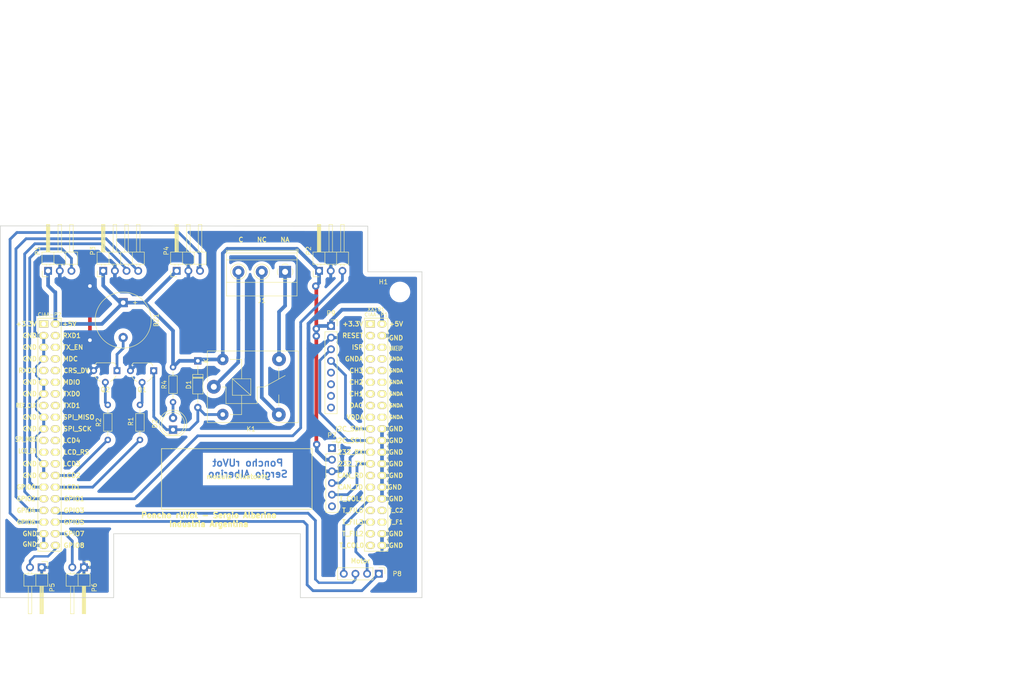
<source format=kicad_pcb>
(kicad_pcb (version 20171130) (host pcbnew 5.1.9-73d0e3b20d~88~ubuntu18.04.1)

  (general
    (thickness 1.6)
    (drawings 60)
    (tracks 306)
    (zones 0)
    (modules 21)
    (nets 74)
  )

  (page A4)
  (title_block
    (title "Poncho rUVot - Sergio Alberino")
    (date 2021-04-16)
    (rev 1.1)
    (company "Proyecto CIAA - COMPUTADORA INDUSTRIAL ABIERTA ARGENTINA")
    (comment 1 https://github.com/ciaa/Ponchos/tree/master/Basico/doc)
    (comment 2 "Autores y Licencia del template (Diego Brengi - UNLaM)")
    (comment 3 "Autor del poncho: Sergio Alberino. Revisor: Pablo Daniel Folino")
    (comment 4 "Este obra está bajo una licencia de Creative Commons Reconocimiento 4.0 Internacional.")
  )

  (layers
    (0 F.Cu signal)
    (31 B.Cu signal hide)
    (32 B.Adhes user)
    (33 F.Adhes user)
    (34 B.Paste user)
    (35 F.Paste user)
    (36 B.SilkS user)
    (37 F.SilkS user)
    (38 B.Mask user)
    (39 F.Mask user)
    (40 Dwgs.User user)
    (41 Cmts.User user)
    (42 Eco1.User user)
    (43 Eco2.User user)
    (44 Edge.Cuts user)
    (45 Margin user)
    (46 B.CrtYd user)
    (47 F.CrtYd user)
    (48 B.Fab user)
    (49 F.Fab user)
  )

  (setup
    (last_trace_width 0.6)
    (user_trace_width 0.508)
    (user_trace_width 0.6)
    (user_trace_width 0.6)
    (user_trace_width 0.8)
    (user_trace_width 1)
    (user_trace_width 1.016)
    (user_trace_width 1.27)
    (user_trace_width 2)
    (trace_clearance 0.5)
    (zone_clearance 1)
    (zone_45_only no)
    (trace_min 0.2)
    (via_size 0.6)
    (via_drill 0.4)
    (via_min_size 0.4)
    (via_min_drill 0.3)
    (user_via 0.8 0.6)
    (uvia_size 0.3)
    (uvia_drill 0.1)
    (uvias_allowed no)
    (uvia_min_size 0)
    (uvia_min_drill 0)
    (edge_width 0.15)
    (segment_width 0.2)
    (pcb_text_width 0.3)
    (pcb_text_size 1.5 1.5)
    (mod_edge_width 0.15)
    (mod_text_size 0.15 0.15)
    (mod_text_width 0.02)
    (pad_size 2.6 2.6)
    (pad_drill 1.3)
    (pad_to_mask_clearance 0.2)
    (aux_axis_origin 0 0)
    (visible_elements 7FFEFF7F)
    (pcbplotparams
      (layerselection 0x00020_80000000)
      (usegerberextensions false)
      (usegerberattributes true)
      (usegerberadvancedattributes true)
      (creategerberjobfile true)
      (excludeedgelayer false)
      (linewidth 0.100000)
      (plotframeref false)
      (viasonmask false)
      (mode 1)
      (useauxorigin false)
      (hpglpennumber 1)
      (hpglpenspeed 20)
      (hpglpendiameter 15.000000)
      (psnegative false)
      (psa4output false)
      (plotreference true)
      (plotvalue false)
      (plotinvisibletext false)
      (padsonsilk false)
      (subtractmaskfromsilk false)
      (outputformat 1)
      (mirror false)
      (drillshape 0)
      (scaleselection 1)
      (outputdirectory ""))
  )

  (net 0 "")
  (net 1 +5V)
  (net 2 GND)
  (net 3 +3.3VP)
  (net 4 "Net-(XA101-Pad11)")
  (net 5 "Net-(XA101-Pad13)")
  (net 6 "Net-(XA101-Pad6)")
  (net 7 "Net-(XA101-Pad15)")
  (net 8 "Net-(XA101-Pad17)")
  (net 9 /SDA)
  (net 10 /SCL)
  (net 11 /RS232_RXD)
  (net 12 /RS232_TXD)
  (net 13 "Net-(XA101-Pad27)")
  (net 14 "Net-(XA101-Pad29)")
  (net 15 /T_COL1)
  (net 16 "Net-(XA101-Pad33)")
  (net 17 "Net-(XA101-Pad34)")
  (net 18 "Net-(XA101-Pad36)")
  (net 19 /T_FIL3)
  (net 20 "Net-(XA101-Pad37)")
  (net 21 "Net-(XA101-Pad3)")
  (net 22 "Net-(XA101-Pad5)")
  (net 23 "Net-(XA101-Pad9)")
  (net 24 "Net-(XA101-Pad39)")
  (net 25 "Net-(XA101-Pad44)")
  (net 26 "Net-(XA101-Pad46)")
  (net 27 "Net-(XA101-Pad48)")
  (net 28 "Net-(XA101-Pad49)")
  (net 29 "Net-(XA101-Pad50)")
  (net 30 "Net-(XA101-Pad52)")
  (net 31 "Net-(XA101-Pad54)")
  (net 32 "Net-(XA101-Pad55)")
  (net 33 "Net-(XA101-Pad56)")
  (net 34 "Net-(XA101-Pad58)")
  (net 35 "Net-(XA101-Pad60)")
  (net 36 "Net-(XA101-Pad61)")
  (net 37 "Net-(XA101-Pad62)")
  (net 38 "Net-(XA101-Pad63)")
  (net 39 "Net-(XA101-Pad64)")
  (net 40 "Net-(XA101-Pad66)")
  (net 41 /LCD2)
  (net 42 /GPIO0)
  (net 43 /LCD1)
  (net 44 /GPIO2)
  (net 45 /GPIO1)
  (net 46 /GPIO4)
  (net 47 /GPIO3)
  (net 48 /GPIO6)
  (net 49 /GPIO5)
  (net 50 /GPIO7)
  (net 51 /GPIO8)
  (net 52 "Net-(BZ1-Pad2)")
  (net 53 "Net-(D1-Pad2)")
  (net 54 "Net-(D2-Pad2)")
  (net 55 "Net-(J1-Pad3)")
  (net 56 "Net-(J1-Pad2)")
  (net 57 "Net-(J1-Pad1)")
  (net 58 "Net-(P7-Pad6)")
  (net 59 "Net-(P7-Pad1)")
  (net 60 "Net-(P9-Pad8)")
  (net 61 "Net-(P9-Pad7)")
  (net 62 "Net-(P9-Pad6)")
  (net 63 "Net-(P9-Pad5)")
  (net 64 "Net-(Q1-Pad2)")
  (net 65 "Net-(Q2-Pad2)")
  (net 66 "Net-(XA101-Pad8)")
  (net 67 "Net-(XA101-Pad10)")
  (net 68 "Net-(XA101-Pad12)")
  (net 69 "Net-(XA101-Pad14)")
  (net 70 "Net-(XA101-Pad16)")
  (net 71 "Net-(XA101-Pad18)")
  (net 72 "Net-(XA101-Pad7)")
  (net 73 +3V3)

  (net_class Default "This is the default net class."
    (clearance 0.5)
    (trace_width 0.381)
    (via_dia 0.6)
    (via_drill 0.4)
    (uvia_dia 0.3)
    (uvia_drill 0.1)
    (add_net +3.3VP)
    (add_net +3V3)
    (add_net +5V)
    (add_net /GPIO0)
    (add_net /GPIO1)
    (add_net /GPIO2)
    (add_net /GPIO3)
    (add_net /GPIO4)
    (add_net /GPIO5)
    (add_net /GPIO6)
    (add_net /GPIO7)
    (add_net /GPIO8)
    (add_net /LCD1)
    (add_net /LCD2)
    (add_net /RS232_RXD)
    (add_net /RS232_TXD)
    (add_net /SCL)
    (add_net /SDA)
    (add_net /T_COL1)
    (add_net /T_FIL3)
    (add_net GND)
    (add_net "Net-(BZ1-Pad2)")
    (add_net "Net-(D1-Pad2)")
    (add_net "Net-(D2-Pad2)")
    (add_net "Net-(J1-Pad1)")
    (add_net "Net-(J1-Pad2)")
    (add_net "Net-(J1-Pad3)")
    (add_net "Net-(P7-Pad1)")
    (add_net "Net-(P7-Pad6)")
    (add_net "Net-(P9-Pad5)")
    (add_net "Net-(P9-Pad6)")
    (add_net "Net-(P9-Pad7)")
    (add_net "Net-(P9-Pad8)")
    (add_net "Net-(Q1-Pad2)")
    (add_net "Net-(Q2-Pad2)")
    (add_net "Net-(XA101-Pad10)")
    (add_net "Net-(XA101-Pad11)")
    (add_net "Net-(XA101-Pad12)")
    (add_net "Net-(XA101-Pad13)")
    (add_net "Net-(XA101-Pad14)")
    (add_net "Net-(XA101-Pad15)")
    (add_net "Net-(XA101-Pad16)")
    (add_net "Net-(XA101-Pad17)")
    (add_net "Net-(XA101-Pad18)")
    (add_net "Net-(XA101-Pad27)")
    (add_net "Net-(XA101-Pad29)")
    (add_net "Net-(XA101-Pad3)")
    (add_net "Net-(XA101-Pad33)")
    (add_net "Net-(XA101-Pad34)")
    (add_net "Net-(XA101-Pad36)")
    (add_net "Net-(XA101-Pad37)")
    (add_net "Net-(XA101-Pad39)")
    (add_net "Net-(XA101-Pad44)")
    (add_net "Net-(XA101-Pad46)")
    (add_net "Net-(XA101-Pad48)")
    (add_net "Net-(XA101-Pad49)")
    (add_net "Net-(XA101-Pad5)")
    (add_net "Net-(XA101-Pad50)")
    (add_net "Net-(XA101-Pad52)")
    (add_net "Net-(XA101-Pad54)")
    (add_net "Net-(XA101-Pad55)")
    (add_net "Net-(XA101-Pad56)")
    (add_net "Net-(XA101-Pad58)")
    (add_net "Net-(XA101-Pad6)")
    (add_net "Net-(XA101-Pad60)")
    (add_net "Net-(XA101-Pad61)")
    (add_net "Net-(XA101-Pad62)")
    (add_net "Net-(XA101-Pad63)")
    (add_net "Net-(XA101-Pad64)")
    (add_net "Net-(XA101-Pad66)")
    (add_net "Net-(XA101-Pad7)")
    (add_net "Net-(XA101-Pad8)")
    (add_net "Net-(XA101-Pad9)")
  )

  (module MountingHole:MountingHole_2.5mm (layer F.Cu) (tedit 56D1B4CB) (tstamp 6085E7B9)
    (at 143.6 79.4)
    (descr "Mounting Hole 2.5mm, no annular")
    (tags "mounting hole 2.5mm no annular")
    (path /608D861A)
    (attr virtual)
    (fp_text reference H1 (at -3.6 -2.2) (layer F.SilkS)
      (effects (font (size 1 1) (thickness 0.15)))
    )
    (fp_text value MountingHole (at -8.6 0.2) (layer F.Fab)
      (effects (font (size 1 1) (thickness 0.15)))
    )
    (fp_text user %R (at 0.3 0) (layer F.Fab) hide
      (effects (font (size 1 1) (thickness 0.15)))
    )
    (fp_circle (center 0 0) (end 2.5 0) (layer Cmts.User) (width 0.15))
    (fp_circle (center 0 0) (end 2.75 0) (layer F.CrtYd) (width 0.05))
    (pad 1 np_thru_hole circle (at 0 0) (size 2.5 2.5) (drill 2.5) (layers *.Cu *.Mask))
  )

  (module Package_TO_SOT_THT:TO-92L_Wide (layer F.Cu) (tedit 5A152D5B) (tstamp 6079AADE)
    (at 82 96.5327 180)
    (descr "TO-92L leads in-line (large body variant of TO-92), also known as TO-226, wide, drill 0.75mm (see https://www.diodes.com/assets/Package-Files/TO92L.pdf and http://www.ti.com/lit/an/snoa059/snoa059.pdf)")
    (tags "TO-92L Molded Wide transistor")
    (path /604E7631)
    (fp_text reference Q2 (at 2.55 -4.15) (layer F.SilkS)
      (effects (font (size 1 1) (thickness 0.15)))
    )
    (fp_text value BC548 (at 2.54 2.79) (layer F.Fab)
      (effects (font (size 1 1) (thickness 0.15)))
    )
    (fp_arc (start 2.54 0) (end 4.45 1.7) (angle -15.88591585) (layer F.SilkS) (width 0.12))
    (fp_arc (start 2.54 0) (end 2.54 -2.48) (angle -130.2499344) (layer F.Fab) (width 0.1))
    (fp_arc (start 2.54 0) (end 2.54 -2.48) (angle 129.9527847) (layer F.Fab) (width 0.1))
    (fp_arc (start 2.54 0) (end 3.6 -2.35) (angle 40.72153779) (layer F.SilkS) (width 0.12))
    (fp_arc (start 2.54 0) (end 1.45 -2.35) (angle -40.11670855) (layer F.SilkS) (width 0.12))
    (fp_arc (start 2.54 0) (end 0.6 1.7) (angle 15.44288892) (layer F.SilkS) (width 0.12))
    (fp_text user %R (at 2.54 0) (layer F.Fab)
      (effects (font (size 1 1) (thickness 0.15)))
    )
    (fp_line (start -1 -3.55) (end -1 1.85) (layer B.CrtYd) (width 0.05))
    (fp_line (start 6.1 -3.55) (end -1 -3.55) (layer B.CrtYd) (width 0.05))
    (fp_line (start 6.1 1.85) (end 6.1 -3.55) (layer B.CrtYd) (width 0.05))
    (fp_line (start -1 1.85) (end 6.1 1.85) (layer B.CrtYd) (width 0.05))
    (fp_line (start 0.6 1.7) (end 4.45 1.7) (layer F.SilkS) (width 0.12))
    (fp_line (start 0.65 1.6) (end 4.4 1.6) (layer F.Fab) (width 0.1))
    (pad 1 thru_hole rect (at 0 0 180) (size 1.5 1.5) (drill 0.8) (layers *.Cu *.Mask)
      (net 52 "Net-(BZ1-Pad2)"))
    (pad 3 thru_hole circle (at 5.08 0 180) (size 1.5 1.5) (drill 0.8) (layers *.Cu *.Mask)
      (net 2 GND))
    (pad 2 thru_hole circle (at 2.54 -2.54 180) (size 1.5 1.5) (drill 0.8) (layers *.Cu *.Mask)
      (net 65 "Net-(Q2-Pad2)"))
    (model ${KISYS3DMOD}/Package_TO_SOT_THT.3dshapes/TO-92L_Wide.wrl
      (at (xyz 0 0 0))
      (scale (xyz 1 1 1))
      (rotate (xyz 0 0 0))
    )
  )

  (module Package_TO_SOT_THT:TO-92L_Wide (layer F.Cu) (tedit 5A152D5B) (tstamp 607EB607)
    (at 90 96.55574 180)
    (descr "TO-92L leads in-line (large body variant of TO-92), also known as TO-226, wide, drill 0.75mm (see https://www.diodes.com/assets/Package-Files/TO92L.pdf and http://www.ti.com/lit/an/snoa059/snoa059.pdf)")
    (tags "TO-92L Molded Wide transistor")
    (path /60530A06)
    (fp_text reference Q1 (at 2.55 -4.15) (layer F.SilkS)
      (effects (font (size 1 1) (thickness 0.15)))
    )
    (fp_text value BC548 (at 2.54 2.79) (layer F.Fab)
      (effects (font (size 1 1) (thickness 0.15)))
    )
    (fp_arc (start 2.54 0) (end 4.45 1.7) (angle -15.88591585) (layer F.SilkS) (width 0.12))
    (fp_arc (start 2.54 0) (end 2.54 -2.48) (angle -130.2499344) (layer F.Fab) (width 0.1))
    (fp_arc (start 2.54 0) (end 2.54 -2.48) (angle 129.9527847) (layer F.Fab) (width 0.1))
    (fp_arc (start 2.54 0) (end 3.6 -2.35) (angle 40.72153779) (layer F.SilkS) (width 0.12))
    (fp_arc (start 2.54 0) (end 1.45 -2.35) (angle -40.11670855) (layer F.SilkS) (width 0.12))
    (fp_arc (start 2.54 0) (end 0.6 1.7) (angle 15.44288892) (layer F.SilkS) (width 0.12))
    (fp_text user %R (at 2.54 0) (layer F.Fab)
      (effects (font (size 1 1) (thickness 0.15)))
    )
    (fp_line (start -1 -3.55) (end -1 1.85) (layer B.CrtYd) (width 0.05))
    (fp_line (start 6.1 -3.55) (end -1 -3.55) (layer B.CrtYd) (width 0.05))
    (fp_line (start 6.1 1.85) (end 6.1 -3.55) (layer B.CrtYd) (width 0.05))
    (fp_line (start -1 1.85) (end 6.1 1.85) (layer B.CrtYd) (width 0.05))
    (fp_line (start 0.6 1.7) (end 4.45 1.7) (layer F.SilkS) (width 0.12))
    (fp_line (start 0.65 1.6) (end 4.4 1.6) (layer F.Fab) (width 0.1))
    (pad 1 thru_hole rect (at 0 0 180) (size 1.5 1.5) (drill 0.8) (layers *.Cu *.Mask)
      (net 53 "Net-(D1-Pad2)"))
    (pad 3 thru_hole circle (at 5.08 0 180) (size 1.5 1.5) (drill 0.8) (layers *.Cu *.Mask)
      (net 2 GND))
    (pad 2 thru_hole circle (at 2.54 -2.54 180) (size 1.5 1.5) (drill 0.8) (layers *.Cu *.Mask)
      (net 64 "Net-(Q1-Pad2)"))
    (model ${KISYS3DMOD}/Package_TO_SOT_THT.3dshapes/TO-92L_Wide.wrl
      (at (xyz 0 0 0))
      (scale (xyz 1 1 1))
      (rotate (xyz 0 0 0))
    )
  )

  (module footprint:Conn_Poncho_SinBorde locked (layer F.Cu) (tedit 560F0DC0) (tstamp 57A7DEE4)
    (at 137.16 86.36)
    (tags "CONN Poncho")
    (path /57A7A0F8)
    (fp_text reference XA101 (at 1.24 -3.175) (layer F.SilkS)
      (effects (font (size 0.8 0.8) (thickness 0.12)))
    )
    (fp_text value Conn_Poncho2P_2x_20x2 (at -1.905 51.181) (layer F.SilkS) hide
      (effects (font (size 1.016 1.016) (thickness 0.2032)))
    )
    (fp_line (start -72.39 0) (end -72.39 -1.27) (layer F.SilkS) (width 0.15))
    (fp_line (start -72.39 -1.27) (end -67.31 -1.27) (layer F.SilkS) (width 0.15))
    (fp_line (start -67.31 -1.27) (end -67.31 49.53) (layer F.SilkS) (width 0.15))
    (fp_line (start -67.31 49.53) (end -72.39 49.53) (layer F.SilkS) (width 0.15))
    (fp_line (start -72.39 49.53) (end -72.39 0) (layer F.SilkS) (width 0.15))
    (fp_line (start -1.27 49.53) (end -1.27 -1.27) (layer F.SilkS) (width 0.15))
    (fp_line (start 3.81 49.53) (end 3.81 -1.27) (layer F.SilkS) (width 0.15))
    (fp_line (start 3.81 49.53) (end -1.27 49.53) (layer F.SilkS) (width 0.15))
    (fp_line (start 3.81 -1.27) (end -1.27 -1.27) (layer F.SilkS) (width 0.15))
    (fp_text user GPIO8 (at -64.516 48.26) (layer F.SilkS)
      (effects (font (size 1 1) (thickness 0.2)))
    )
    (fp_text user GPIO7 (at -64.516 45.72) (layer F.SilkS)
      (effects (font (size 1 1) (thickness 0.2)))
    )
    (fp_text user GPIO5 (at -64.516 43.18) (layer F.SilkS)
      (effects (font (size 1 1) (thickness 0.2)))
    )
    (fp_text user GPIO3 (at -64.516 40.64) (layer F.SilkS)
      (effects (font (size 1 1) (thickness 0.2)))
    )
    (fp_text user GPIO1 (at -64.516 38.1) (layer F.SilkS)
      (effects (font (size 1 1) (thickness 0.2)))
    )
    (fp_text user LCD1 (at -65.024 35.56) (layer F.SilkS)
      (effects (font (size 1 1) (thickness 0.2)))
    )
    (fp_text user LCD2 (at -65.024 33.02) (layer F.SilkS)
      (effects (font (size 1 1) (thickness 0.2)))
    )
    (fp_text user LCD3 (at -65.024 30.48) (layer F.SilkS)
      (effects (font (size 1 1) (thickness 0.2)))
    )
    (fp_text user LCD_RS (at -64.008 27.94) (layer F.SilkS)
      (effects (font (size 1 1) (thickness 0.2)))
    )
    (fp_text user LCD4 (at -65.024 25.4) (layer F.SilkS)
      (effects (font (size 1 1) (thickness 0.2)))
    )
    (fp_text user SPI_SCK (at -63.754 22.86) (layer F.SilkS)
      (effects (font (size 1 1) (thickness 0.2)))
    )
    (fp_text user SPI_MISO (at -63.5 20.32) (layer F.SilkS)
      (effects (font (size 1 1) (thickness 0.2)))
    )
    (fp_text user TXD1 (at -65.024 17.78) (layer F.SilkS)
      (effects (font (size 1 1) (thickness 0.2)))
    )
    (fp_text user TXD0 (at -65.024 15.24) (layer F.SilkS)
      (effects (font (size 1 1) (thickness 0.2)))
    )
    (fp_text user MDIO (at -65.024 12.7) (layer F.SilkS)
      (effects (font (size 1 1) (thickness 0.2)))
    )
    (fp_text user CRS_DV (at -64.008 10.16) (layer F.SilkS)
      (effects (font (size 1 1) (thickness 0.2)))
    )
    (fp_text user MDC (at -65.278 7.62) (layer F.SilkS)
      (effects (font (size 1 1) (thickness 0.2)))
    )
    (fp_text user TX_EN (at -64.77 5.08) (layer F.SilkS)
      (effects (font (size 1 1) (thickness 0.2)))
    )
    (fp_text user RXD1 (at -65.024 2.54) (layer F.SilkS)
      (effects (font (size 1 1) (thickness 0.2)))
    )
    (fp_text user +5V (at -65.532 0) (layer F.SilkS)
      (effects (font (size 1 1) (thickness 0.2)))
    )
    (fp_text user GND (at -74.168 48.006) (layer F.SilkS)
      (effects (font (size 1 1) (thickness 0.2)))
    )
    (fp_text user GND (at -74.168 45.72) (layer F.SilkS)
      (effects (font (size 1 1) (thickness 0.2)))
    )
    (fp_text user GPIO6 (at -74.93 43.18) (layer F.SilkS)
      (effects (font (size 1 0.9) (thickness 0.2)))
    )
    (fp_text user GPIO4 (at -74.93 40.64) (layer F.SilkS)
      (effects (font (size 1 0.9) (thickness 0.2)))
    )
    (fp_text user GPIO2 (at -74.93 38.1) (layer F.SilkS)
      (effects (font (size 1 0.9) (thickness 0.2)))
    )
    (fp_text user GPIO0 (at -74.93 35.56) (layer F.SilkS)
      (effects (font (size 1 0.9) (thickness 0.2)))
    )
    (fp_text user GND (at -74.168 33.02) (layer F.SilkS)
      (effects (font (size 1 1) (thickness 0.2)))
    )
    (fp_text user GND (at -74.168 30.48) (layer F.SilkS)
      (effects (font (size 1 1) (thickness 0.2)))
    )
    (fp_text user LCD_EN (at -74.676 27.686) (layer F.SilkS)
      (effects (font (size 1 0.7) (thickness 0.17)))
    )
    (fp_text user SPI_MOSI (at -74.93 25.146) (layer F.SilkS)
      (effects (font (size 1 0.7) (thickness 0.17)))
    )
    (fp_text user GND (at -74.168 22.86) (layer F.SilkS)
      (effects (font (size 1 1) (thickness 0.2)))
    )
    (fp_text user GND (at -74.168 20.32) (layer F.SilkS)
      (effects (font (size 1 1) (thickness 0.2)))
    )
    (fp_text user REF_CLK (at -74.93 17.78) (layer F.SilkS)
      (effects (font (size 0.9 0.7) (thickness 0.175)))
    )
    (fp_text user GND (at -74.168 15.24) (layer F.SilkS)
      (effects (font (size 1 1) (thickness 0.2)))
    )
    (fp_text user GND (at -74.168 12.7) (layer F.SilkS)
      (effects (font (size 1 1) (thickness 0.2)))
    )
    (fp_text user GND (at -74.168 7.62) (layer F.SilkS)
      (effects (font (size 1 1) (thickness 0.2)))
    )
    (fp_text user RXD0 (at -74.676 10.16) (layer F.SilkS)
      (effects (font (size 1 1) (thickness 0.2)))
    )
    (fp_text user GND (at -74.168 5.08) (layer F.SilkS)
      (effects (font (size 1 1) (thickness 0.2)))
    )
    (fp_text user GND (at -74.168 2.54) (layer F.SilkS)
      (effects (font (size 1 1) (thickness 0.2)))
    )
    (fp_text user +3.3V (at -74.93 0) (layer F.SilkS)
      (effects (font (size 1 1) (thickness 0.2)))
    )
    (fp_text user GND (at 5.588 48.26) (layer F.SilkS)
      (effects (font (size 1 1) (thickness 0.2)))
    )
    (fp_text user GND (at 5.588 45.72) (layer F.SilkS)
      (effects (font (size 1 1) (thickness 0.2)))
    )
    (fp_text user T_F1 (at 5.588 43.18) (layer F.SilkS)
      (effects (font (size 0.9 0.9) (thickness 0.18)))
    )
    (fp_text user T_C2 (at 5.588 40.64) (layer F.SilkS)
      (effects (font (size 0.9 0.9) (thickness 0.18)))
    )
    (fp_text user GND (at 5.588 38.1) (layer F.SilkS)
      (effects (font (size 1 1) (thickness 0.2)))
    )
    (fp_text user GND (at 5.334 35.56) (layer F.SilkS)
      (effects (font (size 1 1) (thickness 0.2)))
    )
    (fp_text user GND (at 5.588 33.02) (layer F.SilkS)
      (effects (font (size 1 1) (thickness 0.2)))
    )
    (fp_text user GND (at 5.588 30.48) (layer F.SilkS)
      (effects (font (size 1 1) (thickness 0.2)))
    )
    (fp_text user GND (at 5.588 27.94) (layer F.SilkS)
      (effects (font (size 1 1) (thickness 0.2)))
    )
    (fp_text user GND (at 5.588 25.4) (layer F.SilkS)
      (effects (font (size 1 1) (thickness 0.2)))
    )
    (fp_text user GND (at 5.588 22.86) (layer F.SilkS)
      (effects (font (size 1 1) (thickness 0.2)))
    )
    (fp_text user GNDA (at 5.588 20.32) (layer F.SilkS)
      (effects (font (size 0.76 0.76) (thickness 0.19)))
    )
    (fp_text user GNDA (at 5.588 17.78) (layer F.SilkS)
      (effects (font (size 0.76 0.76) (thickness 0.19)))
    )
    (fp_text user GNDA (at 5.588 15.24) (layer F.SilkS)
      (effects (font (size 0.76 0.76) (thickness 0.19)))
    )
    (fp_text user GNDA (at 5.588 12.7) (layer F.SilkS)
      (effects (font (size 0.76 0.76) (thickness 0.19)))
    )
    (fp_text user GNDA (at 5.588 10.16) (layer F.SilkS)
      (effects (font (size 0.76 0.76) (thickness 0.19)))
    )
    (fp_text user GNDA (at 5.588 7.62) (layer F.SilkS)
      (effects (font (size 0.76 0.76) (thickness 0.19)))
    )
    (fp_text user WAKEUP (at 5.588 5.334) (layer F.SilkS)
      (effects (font (size 1 0.5) (thickness 0.125)))
    )
    (fp_text user GND (at 5.588 3.048) (layer F.SilkS)
      (effects (font (size 1 1) (thickness 0.2)))
    )
    (fp_text user +5V (at 5.588 0) (layer F.SilkS)
      (effects (font (size 1 1) (thickness 0.2)))
    )
    (fp_text user T_COL0 (at -4.064 48.26) (layer F.SilkS)
      (effects (font (size 1 1) (thickness 0.2)))
    )
    (fp_text user T_FIL2 (at -3.81 45.72) (layer F.SilkS)
      (effects (font (size 1 1) (thickness 0.2)))
    )
    (fp_text user T_FIL3 (at -3.81 43.18) (layer F.SilkS)
      (effects (font (size 1 1) (thickness 0.2)))
    )
    (fp_text user T_FIL0 (at -3.81 40.64) (layer F.SilkS)
      (effects (font (size 1 1) (thickness 0.2)))
    )
    (fp_text user T_COL1 (at -4.064 38.1) (layer F.SilkS)
      (effects (font (size 1 1) (thickness 0.2)))
    )
    (fp_text user CAN_TD (at -4.318 35.56) (layer F.SilkS)
      (effects (font (size 1 1) (thickness 0.2)))
    )
    (fp_text user CAN_RD (at -4.318 33.02) (layer F.SilkS)
      (effects (font (size 1 1) (thickness 0.2)))
    )
    (fp_text user 232_TX (at -4.318 30.48) (layer F.SilkS)
      (effects (font (size 1 1) (thickness 0.2)))
    )
    (fp_text user 232_RX (at -4.318 27.94) (layer F.SilkS)
      (effects (font (size 1 1) (thickness 0.2)))
    )
    (fp_text user I2C_SCL (at -4.572 25.4) (layer F.SilkS)
      (effects (font (size 1 1) (thickness 0.2)))
    )
    (fp_text user I2C_SDA (at -4.572 22.86) (layer F.SilkS)
      (effects (font (size 1 1) (thickness 0.2)))
    )
    (fp_text user VDDA (at -3.302 20.32) (layer F.SilkS)
      (effects (font (size 1 1) (thickness 0.2)))
    )
    (fp_text user DAC (at -3.048 17.78) (layer F.SilkS)
      (effects (font (size 1 1) (thickness 0.2)))
    )
    (fp_text user CH1 (at -3.048 15.24) (layer F.SilkS)
      (effects (font (size 1 1) (thickness 0.2)))
    )
    (fp_text user CH2 (at -3.048 12.7) (layer F.SilkS)
      (effects (font (size 1 1) (thickness 0.2)))
    )
    (fp_text user CH3 (at -3.048 10.16) (layer F.SilkS)
      (effects (font (size 1 1) (thickness 0.2)))
    )
    (fp_text user GNDA (at -3.556 7.62) (layer F.SilkS)
      (effects (font (size 1 1) (thickness 0.2)))
    )
    (fp_text user ISP (at -2.794 5.08) (layer F.SilkS)
      (effects (font (size 1 1) (thickness 0.2)))
    )
    (fp_text user RESET (at -3.81 2.54) (layer F.SilkS)
      (effects (font (size 1 1) (thickness 0.2)))
    )
    (fp_text user CIAA-P2 (at -69.85 -2.032) (layer F.SilkS)
      (effects (font (size 0.8 0.8) (thickness 0.12)))
    )
    (fp_text user CIAA-P1 (at 1.27 -2.032) (layer F.SilkS)
      (effects (font (size 0.8 0.8) (thickness 0.12)))
    )
    (fp_text user +3.3V (at -3.81 0) (layer F.SilkS)
      (effects (font (size 1 1) (thickness 0.2)))
    )
    (pad 1 thru_hole rect (at 0 0 270) (size 1.524 2) (drill 1.016) (layers *.Cu *.Mask F.SilkS)
      (net 73 +3V3))
    (pad 2 thru_hole oval (at 2.54 0 270) (size 1.524 2) (drill 1.016) (layers *.Cu *.Mask F.SilkS)
      (net 1 +5V))
    (pad 11 thru_hole oval (at 0 12.7 270) (size 1.524 2) (drill 1.016) (layers *.Cu *.Mask F.SilkS)
      (net 4 "Net-(XA101-Pad11)"))
    (pad 4 thru_hole oval (at 2.54 2.54 270) (size 1.524 2) (drill 1.016) (layers *.Cu *.Mask F.SilkS)
      (net 2 GND))
    (pad 13 thru_hole oval (at 0 15.24 270) (size 1.524 2) (drill 1.016) (layers *.Cu *.Mask F.SilkS)
      (net 5 "Net-(XA101-Pad13)"))
    (pad 6 thru_hole oval (at 2.54 5.08 270) (size 1.524 2) (drill 1.016) (layers *.Cu *.Mask F.SilkS)
      (net 6 "Net-(XA101-Pad6)"))
    (pad 15 thru_hole oval (at 0 17.78 270) (size 1.524 2) (drill 1.016) (layers *.Cu *.Mask F.SilkS)
      (net 7 "Net-(XA101-Pad15)"))
    (pad 8 thru_hole oval (at 2.54 7.62 270) (size 1.524 2) (drill 1.016) (layers *.Cu *.Mask F.SilkS)
      (net 66 "Net-(XA101-Pad8)"))
    (pad 17 thru_hole oval (at 0 20.32 270) (size 1.524 2) (drill 1.016) (layers *.Cu *.Mask F.SilkS)
      (net 8 "Net-(XA101-Pad17)"))
    (pad 10 thru_hole oval (at 2.54 10.16 270) (size 1.524 2) (drill 1.016) (layers *.Cu *.Mask F.SilkS)
      (net 67 "Net-(XA101-Pad10)"))
    (pad 19 thru_hole oval (at 0 22.86 270) (size 1.524 2) (drill 1.016) (layers *.Cu *.Mask F.SilkS)
      (net 9 /SDA))
    (pad 12 thru_hole oval (at 2.54 12.7 270) (size 1.524 2) (drill 1.016) (layers *.Cu *.Mask F.SilkS)
      (net 68 "Net-(XA101-Pad12)"))
    (pad 21 thru_hole oval (at 0 25.4 270) (size 1.524 2) (drill 1.016) (layers *.Cu *.Mask F.SilkS)
      (net 10 /SCL))
    (pad 14 thru_hole oval (at 2.54 15.24 270) (size 1.524 2) (drill 1.016) (layers *.Cu *.Mask F.SilkS)
      (net 69 "Net-(XA101-Pad14)"))
    (pad 23 thru_hole oval (at 0 27.94 270) (size 1.524 2) (drill 1.016) (layers *.Cu *.Mask F.SilkS)
      (net 11 /RS232_RXD))
    (pad 16 thru_hole oval (at 2.54 17.78 270) (size 1.524 2) (drill 1.016) (layers *.Cu *.Mask F.SilkS)
      (net 70 "Net-(XA101-Pad16)"))
    (pad 25 thru_hole oval (at 0 30.48 270) (size 1.524 2) (drill 1.016) (layers *.Cu *.Mask F.SilkS)
      (net 12 /RS232_TXD))
    (pad 18 thru_hole oval (at 2.54 20.32 270) (size 1.524 2) (drill 1.016) (layers *.Cu *.Mask F.SilkS)
      (net 71 "Net-(XA101-Pad18)"))
    (pad 27 thru_hole oval (at 0 33.02 270) (size 1.524 2) (drill 1.016) (layers *.Cu *.Mask F.SilkS)
      (net 13 "Net-(XA101-Pad27)"))
    (pad 20 thru_hole oval (at 2.54 22.86 270) (size 1.524 2) (drill 1.016) (layers *.Cu *.Mask F.SilkS)
      (net 2 GND))
    (pad 29 thru_hole oval (at 0 35.56 270) (size 1.524 2) (drill 1.016) (layers *.Cu *.Mask F.SilkS)
      (net 14 "Net-(XA101-Pad29)"))
    (pad 22 thru_hole oval (at 2.54 25.4 270) (size 1.524 2) (drill 1.016) (layers *.Cu *.Mask F.SilkS)
      (net 2 GND))
    (pad 31 thru_hole oval (at 0 38.1 270) (size 1.524 2) (drill 1.016) (layers *.Cu *.Mask F.SilkS)
      (net 15 /T_COL1))
    (pad 24 thru_hole oval (at 2.54 27.94 270) (size 1.524 2) (drill 1.016) (layers *.Cu *.Mask F.SilkS)
      (net 2 GND))
    (pad 26 thru_hole oval (at 2.54 30.48 270) (size 1.524 2) (drill 1.016) (layers *.Cu *.Mask F.SilkS)
      (net 2 GND))
    (pad 33 thru_hole oval (at 0 40.64 270) (size 1.524 2) (drill 1.016) (layers *.Cu *.Mask F.SilkS)
      (net 16 "Net-(XA101-Pad33)"))
    (pad 28 thru_hole oval (at 2.54 33.02 270) (size 1.524 2) (drill 1.016) (layers *.Cu *.Mask F.SilkS)
      (net 2 GND))
    (pad 32 thru_hole oval (at 2.54 38.1 270) (size 1.524 2) (drill 1.016) (layers *.Cu *.Mask F.SilkS)
      (net 2 GND))
    (pad 34 thru_hole oval (at 2.54 40.64 270) (size 1.524 2) (drill 1.016) (layers *.Cu *.Mask F.SilkS)
      (net 17 "Net-(XA101-Pad34)"))
    (pad 36 thru_hole oval (at 2.54 43.18 270) (size 1.524 2) (drill 1.016) (layers *.Cu *.Mask F.SilkS)
      (net 18 "Net-(XA101-Pad36)"))
    (pad 38 thru_hole oval (at 2.54 45.72 270) (size 1.524 2) (drill 1.016) (layers *.Cu *.Mask F.SilkS)
      (net 2 GND))
    (pad 35 thru_hole oval (at 0 43.18 270) (size 1.524 2) (drill 1.016) (layers *.Cu *.Mask F.SilkS)
      (net 19 /T_FIL3))
    (pad 37 thru_hole oval (at 0 45.72 270) (size 1.524 2) (drill 1.016) (layers *.Cu *.Mask F.SilkS)
      (net 20 "Net-(XA101-Pad37)"))
    (pad 3 thru_hole oval (at 0 2.54 270) (size 1.524 2) (drill 1.016) (layers *.Cu *.Mask F.SilkS)
      (net 21 "Net-(XA101-Pad3)"))
    (pad 5 thru_hole oval (at 0 5.08 270) (size 1.524 2) (drill 1.016) (layers *.Cu *.Mask F.SilkS)
      (net 22 "Net-(XA101-Pad5)"))
    (pad 7 thru_hole oval (at 0 7.62 270) (size 1.524 2) (drill 1.016) (layers *.Cu *.Mask F.SilkS)
      (net 72 "Net-(XA101-Pad7)"))
    (pad 9 thru_hole oval (at 0 10.16 270) (size 1.524 2) (drill 1.016) (layers *.Cu *.Mask F.SilkS)
      (net 23 "Net-(XA101-Pad9)"))
    (pad 39 thru_hole oval (at 0 48.26 270) (size 1.524 2) (drill 1.016) (layers *.Cu *.Mask F.SilkS)
      (net 24 "Net-(XA101-Pad39)"))
    (pad 40 thru_hole oval (at 2.54 48.26 270) (size 1.524 2) (drill 1.016) (layers *.Cu *.Mask F.SilkS)
      (net 2 GND))
    (pad 30 thru_hole oval (at 2.54 35.56 270) (size 1.524 2) (drill 1.016) (layers *.Cu *.Mask F.SilkS)
      (net 2 GND))
    (pad 41 thru_hole rect (at -71.12 0 270) (size 1.524 2) (drill 1.016) (layers *.Cu *.Mask F.SilkS)
      (net 3 +3.3VP))
    (pad 42 thru_hole oval (at -68.58 0 270) (size 1.524 2) (drill 1.016) (layers *.Cu *.Mask F.SilkS)
      (net 1 +5V))
    (pad 43 thru_hole oval (at -71.12 2.54 270) (size 1.524 2) (drill 1.016) (layers *.Cu *.Mask F.SilkS)
      (net 2 GND))
    (pad 44 thru_hole oval (at -68.58 2.54 270) (size 1.524 2) (drill 1.016) (layers *.Cu *.Mask F.SilkS)
      (net 25 "Net-(XA101-Pad44)"))
    (pad 45 thru_hole oval (at -71.12 5.08 270) (size 1.524 2) (drill 1.016) (layers *.Cu *.Mask F.SilkS)
      (net 2 GND))
    (pad 46 thru_hole oval (at -68.58 5.08 270) (size 1.524 2) (drill 1.016) (layers *.Cu *.Mask F.SilkS)
      (net 26 "Net-(XA101-Pad46)"))
    (pad 47 thru_hole oval (at -71.12 7.62 270) (size 1.524 2) (drill 1.016) (layers *.Cu *.Mask F.SilkS)
      (net 2 GND))
    (pad 48 thru_hole oval (at -68.58 7.62 270) (size 1.524 2) (drill 1.016) (layers *.Cu *.Mask F.SilkS)
      (net 27 "Net-(XA101-Pad48)"))
    (pad 49 thru_hole oval (at -71.12 10.16 270) (size 1.524 2) (drill 1.016) (layers *.Cu *.Mask F.SilkS)
      (net 28 "Net-(XA101-Pad49)"))
    (pad 50 thru_hole oval (at -68.58 10.16 270) (size 1.524 2) (drill 1.016) (layers *.Cu *.Mask F.SilkS)
      (net 29 "Net-(XA101-Pad50)"))
    (pad 51 thru_hole oval (at -71.12 12.7 270) (size 1.524 2) (drill 1.016) (layers *.Cu *.Mask F.SilkS)
      (net 2 GND))
    (pad 52 thru_hole oval (at -68.58 12.7 270) (size 1.524 2) (drill 1.016) (layers *.Cu *.Mask F.SilkS)
      (net 30 "Net-(XA101-Pad52)"))
    (pad 53 thru_hole oval (at -71.12 15.24 270) (size 1.524 2) (drill 1.016) (layers *.Cu *.Mask F.SilkS)
      (net 2 GND))
    (pad 54 thru_hole oval (at -68.58 15.24 270) (size 1.524 2) (drill 1.016) (layers *.Cu *.Mask F.SilkS)
      (net 31 "Net-(XA101-Pad54)"))
    (pad 55 thru_hole oval (at -71.12 17.78 270) (size 1.524 2) (drill 1.016) (layers *.Cu *.Mask F.SilkS)
      (net 32 "Net-(XA101-Pad55)"))
    (pad 56 thru_hole oval (at -68.58 17.78 270) (size 1.524 2) (drill 1.016) (layers *.Cu *.Mask F.SilkS)
      (net 33 "Net-(XA101-Pad56)"))
    (pad 57 thru_hole oval (at -71.12 20.32 270) (size 1.524 2) (drill 1.016) (layers *.Cu *.Mask F.SilkS)
      (net 2 GND))
    (pad 58 thru_hole oval (at -68.58 20.32 270) (size 1.524 2) (drill 1.016) (layers *.Cu *.Mask F.SilkS)
      (net 34 "Net-(XA101-Pad58)"))
    (pad 59 thru_hole oval (at -71.12 22.86 270) (size 1.524 2) (drill 1.016) (layers *.Cu *.Mask F.SilkS)
      (net 2 GND))
    (pad 60 thru_hole oval (at -68.58 22.86 270) (size 1.524 2) (drill 1.016) (layers *.Cu *.Mask F.SilkS)
      (net 35 "Net-(XA101-Pad60)"))
    (pad 61 thru_hole oval (at -71.12 25.4 270) (size 1.524 2) (drill 1.016) (layers *.Cu *.Mask F.SilkS)
      (net 36 "Net-(XA101-Pad61)"))
    (pad 62 thru_hole oval (at -68.58 25.4 270) (size 1.524 2) (drill 1.016) (layers *.Cu *.Mask F.SilkS)
      (net 37 "Net-(XA101-Pad62)"))
    (pad 63 thru_hole oval (at -71.12 27.94 270) (size 1.524 2) (drill 1.016) (layers *.Cu *.Mask F.SilkS)
      (net 38 "Net-(XA101-Pad63)"))
    (pad 64 thru_hole oval (at -68.58 27.94 270) (size 1.524 2) (drill 1.016) (layers *.Cu *.Mask F.SilkS)
      (net 39 "Net-(XA101-Pad64)"))
    (pad 65 thru_hole oval (at -71.12 30.48 270) (size 1.524 2) (drill 1.016) (layers *.Cu *.Mask F.SilkS)
      (net 2 GND))
    (pad 66 thru_hole oval (at -68.58 30.48 270) (size 1.524 2) (drill 1.016) (layers *.Cu *.Mask F.SilkS)
      (net 40 "Net-(XA101-Pad66)"))
    (pad 67 thru_hole oval (at -71.12 33.02 270) (size 1.524 2) (drill 1.016) (layers *.Cu *.Mask F.SilkS)
      (net 2 GND))
    (pad 68 thru_hole oval (at -68.58 33.02 270) (size 1.524 2) (drill 1.016) (layers *.Cu *.Mask F.SilkS)
      (net 41 /LCD2))
    (pad 69 thru_hole oval (at -71.12 35.56 270) (size 1.524 2) (drill 1.016) (layers *.Cu *.Mask F.SilkS)
      (net 42 /GPIO0))
    (pad 70 thru_hole oval (at -68.58 35.56 270) (size 1.524 2) (drill 1.016) (layers *.Cu *.Mask F.SilkS)
      (net 43 /LCD1))
    (pad 71 thru_hole oval (at -71.12 38.1 270) (size 1.524 2) (drill 1.016) (layers *.Cu *.Mask F.SilkS)
      (net 44 /GPIO2))
    (pad 72 thru_hole oval (at -68.58 38.1 270) (size 1.524 2) (drill 1.016) (layers *.Cu *.Mask F.SilkS)
      (net 45 /GPIO1))
    (pad 73 thru_hole oval (at -71.12 40.64 270) (size 1.524 2) (drill 1.016) (layers *.Cu *.Mask F.SilkS)
      (net 46 /GPIO4))
    (pad 74 thru_hole oval (at -68.58 40.64 270) (size 1.524 2) (drill 1.016) (layers *.Cu *.Mask F.SilkS)
      (net 47 /GPIO3))
    (pad 75 thru_hole oval (at -71.12 43.18 270) (size 1.524 2) (drill 1.016) (layers *.Cu *.Mask F.SilkS)
      (net 48 /GPIO6))
    (pad 76 thru_hole oval (at -68.58 43.18 270) (size 1.524 2) (drill 1.016) (layers *.Cu *.Mask F.SilkS)
      (net 49 /GPIO5))
    (pad 77 thru_hole oval (at -71.12 45.72 270) (size 1.524 2) (drill 1.016) (layers *.Cu *.Mask F.SilkS)
      (net 2 GND))
    (pad 78 thru_hole oval (at -68.58 45.72 270) (size 1.524 2) (drill 1.016) (layers *.Cu *.Mask F.SilkS)
      (net 50 /GPIO7))
    (pad 79 thru_hole oval (at -71.12 48.26 270) (size 1.524 2) (drill 1.016) (layers *.Cu *.Mask F.SilkS)
      (net 2 GND))
    (pad 80 thru_hole oval (at -68.58 48.26 270) (size 1.524 2) (drill 1.016) (layers *.Cu *.Mask F.SilkS)
      (net 51 /GPIO8))
    (model ${KIPRJMOD}/footprint.3dshapes/pin_strip_20x2.wrl
      (offset (xyz 1.269999980926514 -24.12999963760376 -1.600199975967407))
      (scale (xyz 1 1 1))
      (rotate (xyz 180 0 90))
    )
    (model ${KIPRJMOD}/footprint.3dshapes/pin_strip_20x2.wrl
      (offset (xyz -69.84999895095825 -24.12999963760376 -1.600199975967407))
      (scale (xyz 1 1 1))
      (rotate (xyz 180 0 90))
    )
  )

  (module Connector_PinHeader_2.54mm:PinHeader_1x03_P2.54mm_Horizontal (layer F.Cu) (tedit 59FED5CB) (tstamp 607E9E62)
    (at 126 74.8 90)
    (descr "Through hole angled pin header, 1x03, 2.54mm pitch, 6mm pin length, single row")
    (tags "Through hole angled pin header THT 1x03 2.54mm single row")
    (path /6074F498)
    (fp_text reference P2 (at 4.385 -2.27 90) (layer F.SilkS)
      (effects (font (size 1 1) (thickness 0.15)))
    )
    (fp_text value Conn_01x03 (at 4.385 7.35 90) (layer F.Fab)
      (effects (font (size 1 1) (thickness 0.15)))
    )
    (fp_line (start 10.55 -1.8) (end -1.8 -1.8) (layer F.CrtYd) (width 0.05))
    (fp_line (start 10.55 6.85) (end 10.55 -1.8) (layer F.CrtYd) (width 0.05))
    (fp_line (start -1.8 6.85) (end 10.55 6.85) (layer F.CrtYd) (width 0.05))
    (fp_line (start -1.8 -1.8) (end -1.8 6.85) (layer F.CrtYd) (width 0.05))
    (fp_line (start -1.27 -1.27) (end 0 -1.27) (layer F.SilkS) (width 0.12))
    (fp_line (start -1.27 0) (end -1.27 -1.27) (layer F.SilkS) (width 0.12))
    (fp_line (start 1.042929 5.46) (end 1.44 5.46) (layer F.SilkS) (width 0.12))
    (fp_line (start 1.042929 4.7) (end 1.44 4.7) (layer F.SilkS) (width 0.12))
    (fp_line (start 10.1 5.46) (end 4.1 5.46) (layer F.SilkS) (width 0.12))
    (fp_line (start 10.1 4.7) (end 10.1 5.46) (layer F.SilkS) (width 0.12))
    (fp_line (start 4.1 4.7) (end 10.1 4.7) (layer F.SilkS) (width 0.12))
    (fp_line (start 1.44 3.81) (end 4.1 3.81) (layer F.SilkS) (width 0.12))
    (fp_line (start 1.042929 2.92) (end 1.44 2.92) (layer F.SilkS) (width 0.12))
    (fp_line (start 1.042929 2.16) (end 1.44 2.16) (layer F.SilkS) (width 0.12))
    (fp_line (start 10.1 2.92) (end 4.1 2.92) (layer F.SilkS) (width 0.12))
    (fp_line (start 10.1 2.16) (end 10.1 2.92) (layer F.SilkS) (width 0.12))
    (fp_line (start 4.1 2.16) (end 10.1 2.16) (layer F.SilkS) (width 0.12))
    (fp_line (start 1.44 1.27) (end 4.1 1.27) (layer F.SilkS) (width 0.12))
    (fp_line (start 1.11 0.38) (end 1.44 0.38) (layer F.SilkS) (width 0.12))
    (fp_line (start 1.11 -0.38) (end 1.44 -0.38) (layer F.SilkS) (width 0.12))
    (fp_line (start 4.1 0.28) (end 10.1 0.28) (layer F.SilkS) (width 0.12))
    (fp_line (start 4.1 0.16) (end 10.1 0.16) (layer F.SilkS) (width 0.12))
    (fp_line (start 4.1 0.04) (end 10.1 0.04) (layer F.SilkS) (width 0.12))
    (fp_line (start 4.1 -0.08) (end 10.1 -0.08) (layer F.SilkS) (width 0.12))
    (fp_line (start 4.1 -0.2) (end 10.1 -0.2) (layer F.SilkS) (width 0.12))
    (fp_line (start 4.1 -0.32) (end 10.1 -0.32) (layer F.SilkS) (width 0.12))
    (fp_line (start 10.1 0.38) (end 4.1 0.38) (layer F.SilkS) (width 0.12))
    (fp_line (start 10.1 -0.38) (end 10.1 0.38) (layer F.SilkS) (width 0.12))
    (fp_line (start 4.1 -0.38) (end 10.1 -0.38) (layer F.SilkS) (width 0.12))
    (fp_line (start 4.1 -1.33) (end 1.44 -1.33) (layer F.SilkS) (width 0.12))
    (fp_line (start 4.1 6.41) (end 4.1 -1.33) (layer F.SilkS) (width 0.12))
    (fp_line (start 1.44 6.41) (end 4.1 6.41) (layer F.SilkS) (width 0.12))
    (fp_line (start 1.44 -1.33) (end 1.44 6.41) (layer F.SilkS) (width 0.12))
    (fp_line (start 4.04 5.4) (end 10.04 5.4) (layer F.Fab) (width 0.1))
    (fp_line (start 10.04 4.76) (end 10.04 5.4) (layer F.Fab) (width 0.1))
    (fp_line (start 4.04 4.76) (end 10.04 4.76) (layer F.Fab) (width 0.1))
    (fp_line (start -0.32 5.4) (end 1.5 5.4) (layer F.Fab) (width 0.1))
    (fp_line (start -0.32 4.76) (end -0.32 5.4) (layer F.Fab) (width 0.1))
    (fp_line (start -0.32 4.76) (end 1.5 4.76) (layer F.Fab) (width 0.1))
    (fp_line (start 4.04 2.86) (end 10.04 2.86) (layer F.Fab) (width 0.1))
    (fp_line (start 10.04 2.22) (end 10.04 2.86) (layer F.Fab) (width 0.1))
    (fp_line (start 4.04 2.22) (end 10.04 2.22) (layer F.Fab) (width 0.1))
    (fp_line (start -0.32 2.86) (end 1.5 2.86) (layer F.Fab) (width 0.1))
    (fp_line (start -0.32 2.22) (end -0.32 2.86) (layer F.Fab) (width 0.1))
    (fp_line (start -0.32 2.22) (end 1.5 2.22) (layer F.Fab) (width 0.1))
    (fp_line (start 4.04 0.32) (end 10.04 0.32) (layer F.Fab) (width 0.1))
    (fp_line (start 10.04 -0.32) (end 10.04 0.32) (layer F.Fab) (width 0.1))
    (fp_line (start 4.04 -0.32) (end 10.04 -0.32) (layer F.Fab) (width 0.1))
    (fp_line (start -0.32 0.32) (end 1.5 0.32) (layer F.Fab) (width 0.1))
    (fp_line (start -0.32 -0.32) (end -0.32 0.32) (layer F.Fab) (width 0.1))
    (fp_line (start -0.32 -0.32) (end 1.5 -0.32) (layer F.Fab) (width 0.1))
    (fp_line (start 1.5 -0.635) (end 2.135 -1.27) (layer F.Fab) (width 0.1))
    (fp_line (start 1.5 6.35) (end 1.5 -0.635) (layer F.Fab) (width 0.1))
    (fp_line (start 4.04 6.35) (end 1.5 6.35) (layer F.Fab) (width 0.1))
    (fp_line (start 4.04 -1.27) (end 4.04 6.35) (layer F.Fab) (width 0.1))
    (fp_line (start 2.135 -1.27) (end 4.04 -1.27) (layer F.Fab) (width 0.1))
    (fp_text user %R (at 2.77 2.54) (layer F.Fab)
      (effects (font (size 1 1) (thickness 0.15)))
    )
    (pad 3 thru_hole oval (at 0 5.08 90) (size 1.7 1.7) (drill 1) (layers *.Cu *.Mask)
      (net 45 /GPIO1))
    (pad 2 thru_hole oval (at 0 2.54 90) (size 1.7 1.7) (drill 1) (layers *.Cu *.Mask)
      (net 2 GND))
    (pad 1 thru_hole rect (at 0 0 90) (size 1.7 1.7) (drill 1) (layers *.Cu *.Mask)
      (net 1 +5V))
    (model ${KISYS3DMOD}/Connector_PinHeader_2.54mm.3dshapes/PinHeader_1x03_P2.54mm_Horizontal.wrl
      (at (xyz 0 0 0))
      (scale (xyz 1 1 1))
      (rotate (xyz 0 0 0))
    )
  )

  (module Connector_PinHeader_2.54mm:PinHeader_1x04_P2.54mm_Vertical (layer F.Cu) (tedit 59FED5CC) (tstamp 607ECB1C)
    (at 139 140.8 270)
    (descr "Through hole straight pin header, 1x04, 2.54mm pitch, single row")
    (tags "Through hole pin header THT 1x04 2.54mm single row")
    (path /60476D23)
    (fp_text reference P8 (at 0 -4 180) (layer F.SilkS)
      (effects (font (size 1 1) (thickness 0.15)))
    )
    (fp_text value Conn_01x04 (at 0 9.95 90) (layer F.Fab)
      (effects (font (size 1 1) (thickness 0.15)))
    )
    (fp_line (start -0.635 -1.27) (end 1.27 -1.27) (layer F.Fab) (width 0.1))
    (fp_line (start 1.27 -1.27) (end 1.27 8.89) (layer F.Fab) (width 0.1))
    (fp_line (start 1.27 8.89) (end -1.27 8.89) (layer F.Fab) (width 0.1))
    (fp_line (start -1.27 8.89) (end -1.27 -0.635) (layer F.Fab) (width 0.1))
    (fp_line (start -1.27 -0.635) (end -0.635 -1.27) (layer F.Fab) (width 0.1))
    (fp_line (start -1.33 8.95) (end 1.33 8.95) (layer F.SilkS) (width 0.12))
    (fp_line (start -1.33 1.27) (end -1.33 8.95) (layer F.SilkS) (width 0.12))
    (fp_line (start 1.33 1.27) (end 1.33 8.95) (layer F.SilkS) (width 0.12))
    (fp_line (start -1.33 1.27) (end 1.33 1.27) (layer F.SilkS) (width 0.12))
    (fp_line (start -1.33 0) (end -1.33 -1.33) (layer F.SilkS) (width 0.12))
    (fp_line (start -1.33 -1.33) (end 0 -1.33) (layer F.SilkS) (width 0.12))
    (fp_line (start -1.8 -1.8) (end -1.8 9.4) (layer F.CrtYd) (width 0.05))
    (fp_line (start -1.8 9.4) (end 1.8 9.4) (layer F.CrtYd) (width 0.05))
    (fp_line (start 1.8 9.4) (end 1.8 -1.8) (layer F.CrtYd) (width 0.05))
    (fp_line (start 1.8 -1.8) (end -1.8 -1.8) (layer F.CrtYd) (width 0.05))
    (fp_text user %R (at 0 3.81) (layer F.Fab)
      (effects (font (size 1 1) (thickness 0.15)))
    )
    (pad 4 thru_hole oval (at 0 7.62 270) (size 1.7 1.7) (drill 1) (layers *.Cu *.Mask)
      (net 15 /T_COL1))
    (pad 3 thru_hole oval (at 0 5.08 270) (size 1.7 1.7) (drill 1) (layers *.Cu *.Mask)
      (net 47 /GPIO3))
    (pad 2 thru_hole oval (at 0 2.54 270) (size 1.7 1.7) (drill 1) (layers *.Cu *.Mask)
      (net 19 /T_FIL3))
    (pad 1 thru_hole rect (at 0 0 270) (size 1.7 1.7) (drill 1) (layers *.Cu *.Mask)
      (net 49 /GPIO5))
    (model ${KISYS3DMOD}/Connector_PinHeader_2.54mm.3dshapes/PinHeader_1x04_P2.54mm_Vertical.wrl
      (at (xyz 0 0 0))
      (scale (xyz 1 1 1))
      (rotate (xyz 0 0 0))
    )
  )

  (module Resistor_THT:R_Axial_DIN0204_L3.6mm_D1.6mm_P7.62mm_Horizontal (layer F.Cu) (tedit 5AE5139B) (tstamp 607EC2DB)
    (at 94.2 103.4 90)
    (descr "Resistor, Axial_DIN0204 series, Axial, Horizontal, pin pitch=7.62mm, 0.167W, length*diameter=3.6*1.6mm^2, http://cdn-reichelt.de/documents/datenblatt/B400/1_4W%23YAG.pdf")
    (tags "Resistor Axial_DIN0204 series Axial Horizontal pin pitch 7.62mm 0.167W length 3.6mm diameter 1.6mm")
    (path /6069C7E8)
    (fp_text reference R4 (at 3.81 -1.92 90) (layer F.SilkS)
      (effects (font (size 1 1) (thickness 0.15)))
    )
    (fp_text value 470 (at 3.81 1.92 90) (layer F.Fab)
      (effects (font (size 1 1) (thickness 0.15)))
    )
    (fp_line (start 8.57 -1.05) (end -0.95 -1.05) (layer F.CrtYd) (width 0.05))
    (fp_line (start 8.57 1.05) (end 8.57 -1.05) (layer F.CrtYd) (width 0.05))
    (fp_line (start -0.95 1.05) (end 8.57 1.05) (layer F.CrtYd) (width 0.05))
    (fp_line (start -0.95 -1.05) (end -0.95 1.05) (layer F.CrtYd) (width 0.05))
    (fp_line (start 6.68 0) (end 5.73 0) (layer F.SilkS) (width 0.12))
    (fp_line (start 0.94 0) (end 1.89 0) (layer F.SilkS) (width 0.12))
    (fp_line (start 5.73 -0.92) (end 1.89 -0.92) (layer F.SilkS) (width 0.12))
    (fp_line (start 5.73 0.92) (end 5.73 -0.92) (layer F.SilkS) (width 0.12))
    (fp_line (start 1.89 0.92) (end 5.73 0.92) (layer F.SilkS) (width 0.12))
    (fp_line (start 1.89 -0.92) (end 1.89 0.92) (layer F.SilkS) (width 0.12))
    (fp_line (start 7.62 0) (end 5.61 0) (layer F.Fab) (width 0.1))
    (fp_line (start 0 0) (end 2.01 0) (layer F.Fab) (width 0.1))
    (fp_line (start 5.61 -0.8) (end 2.01 -0.8) (layer F.Fab) (width 0.1))
    (fp_line (start 5.61 0.8) (end 5.61 -0.8) (layer F.Fab) (width 0.1))
    (fp_line (start 2.01 0.8) (end 5.61 0.8) (layer F.Fab) (width 0.1))
    (fp_line (start 2.01 -0.8) (end 2.01 0.8) (layer F.Fab) (width 0.1))
    (fp_text user %R (at 3.81 0 90) (layer F.Fab)
      (effects (font (size 0.72 0.72) (thickness 0.108)))
    )
    (pad 2 thru_hole oval (at 7.62 0 90) (size 1.4 1.4) (drill 0.7) (layers *.Cu *.Mask)
      (net 1 +5V))
    (pad 1 thru_hole circle (at 0 0 90) (size 1.4 1.4) (drill 0.7) (layers *.Cu *.Mask)
      (net 54 "Net-(D2-Pad2)"))
    (model ${KISYS3DMOD}/Resistor_THT.3dshapes/R_Axial_DIN0204_L3.6mm_D1.6mm_P7.62mm_Horizontal.wrl
      (at (xyz 0 0 0))
      (scale (xyz 1 1 1))
      (rotate (xyz 0 0 0))
    )
  )

  (module Resistor_THT:R_Axial_DIN0204_L3.6mm_D1.6mm_P7.62mm_Horizontal (layer F.Cu) (tedit 5AE5139B) (tstamp 607EBFAF)
    (at 80 104 270)
    (descr "Resistor, Axial_DIN0204 series, Axial, Horizontal, pin pitch=7.62mm, 0.167W, length*diameter=3.6*1.6mm^2, http://cdn-reichelt.de/documents/datenblatt/B400/1_4W%23YAG.pdf")
    (tags "Resistor Axial_DIN0204 series Axial Horizontal pin pitch 7.62mm 0.167W length 3.6mm diameter 1.6mm")
    (path /604EDEF3)
    (fp_text reference R2 (at 3.81 2 90) (layer F.SilkS)
      (effects (font (size 1 1) (thickness 0.15)))
    )
    (fp_text value 220 (at 3.8 -2.2 90) (layer F.Fab)
      (effects (font (size 1 1) (thickness 0.15)))
    )
    (fp_line (start 8.57 -1.05) (end -0.95 -1.05) (layer F.CrtYd) (width 0.05))
    (fp_line (start 8.57 1.05) (end 8.57 -1.05) (layer F.CrtYd) (width 0.05))
    (fp_line (start -0.95 1.05) (end 8.57 1.05) (layer F.CrtYd) (width 0.05))
    (fp_line (start -0.95 -1.05) (end -0.95 1.05) (layer F.CrtYd) (width 0.05))
    (fp_line (start 6.68 0) (end 5.73 0) (layer F.SilkS) (width 0.12))
    (fp_line (start 0.94 0) (end 1.89 0) (layer F.SilkS) (width 0.12))
    (fp_line (start 5.73 -0.92) (end 1.89 -0.92) (layer F.SilkS) (width 0.12))
    (fp_line (start 5.73 0.92) (end 5.73 -0.92) (layer F.SilkS) (width 0.12))
    (fp_line (start 1.89 0.92) (end 5.73 0.92) (layer F.SilkS) (width 0.12))
    (fp_line (start 1.89 -0.92) (end 1.89 0.92) (layer F.SilkS) (width 0.12))
    (fp_line (start 7.62 0) (end 5.61 0) (layer F.Fab) (width 0.1))
    (fp_line (start 0 0) (end 2.01 0) (layer F.Fab) (width 0.1))
    (fp_line (start 5.61 -0.8) (end 2.01 -0.8) (layer F.Fab) (width 0.1))
    (fp_line (start 5.61 0.8) (end 5.61 -0.8) (layer F.Fab) (width 0.1))
    (fp_line (start 2.01 0.8) (end 5.61 0.8) (layer F.Fab) (width 0.1))
    (fp_line (start 2.01 -0.8) (end 2.01 0.8) (layer F.Fab) (width 0.1))
    (fp_text user %R (at 3.81 0 90) (layer F.Fab)
      (effects (font (size 0.72 0.72) (thickness 0.108)))
    )
    (pad 2 thru_hole oval (at 7.62 0 270) (size 1.4 1.4) (drill 0.7) (layers *.Cu *.Mask)
      (net 41 /LCD2))
    (pad 1 thru_hole circle (at 0 0 270) (size 1.4 1.4) (drill 0.7) (layers *.Cu *.Mask)
      (net 65 "Net-(Q2-Pad2)"))
    (model ${KISYS3DMOD}/Resistor_THT.3dshapes/R_Axial_DIN0204_L3.6mm_D1.6mm_P7.62mm_Horizontal.wrl
      (at (xyz 0 0 0))
      (scale (xyz 1 1 1))
      (rotate (xyz 0 0 0))
    )
  )

  (module Resistor_THT:R_Axial_DIN0204_L3.6mm_D1.6mm_P7.62mm_Horizontal (layer F.Cu) (tedit 5AE5139B) (tstamp 607E50EC)
    (at 87 104 270)
    (descr "Resistor, Axial_DIN0204 series, Axial, Horizontal, pin pitch=7.62mm, 0.167W, length*diameter=3.6*1.6mm^2, http://cdn-reichelt.de/documents/datenblatt/B400/1_4W%23YAG.pdf")
    (tags "Resistor Axial_DIN0204 series Axial Horizontal pin pitch 7.62mm 0.167W length 3.6mm diameter 1.6mm")
    (path /60530A27)
    (fp_text reference R1 (at 3.6 2 90) (layer F.SilkS)
      (effects (font (size 1 1) (thickness 0.15)))
    )
    (fp_text value 220 (at 4 -2 90) (layer F.Fab)
      (effects (font (size 1 1) (thickness 0.15)))
    )
    (fp_line (start 8.57 -1.05) (end -0.95 -1.05) (layer F.CrtYd) (width 0.05))
    (fp_line (start 8.57 1.05) (end 8.57 -1.05) (layer F.CrtYd) (width 0.05))
    (fp_line (start -0.95 1.05) (end 8.57 1.05) (layer F.CrtYd) (width 0.05))
    (fp_line (start -0.95 -1.05) (end -0.95 1.05) (layer F.CrtYd) (width 0.05))
    (fp_line (start 6.68 0) (end 5.73 0) (layer F.SilkS) (width 0.12))
    (fp_line (start 0.94 0) (end 1.89 0) (layer F.SilkS) (width 0.12))
    (fp_line (start 5.73 -0.92) (end 1.89 -0.92) (layer F.SilkS) (width 0.12))
    (fp_line (start 5.73 0.92) (end 5.73 -0.92) (layer F.SilkS) (width 0.12))
    (fp_line (start 1.89 0.92) (end 5.73 0.92) (layer F.SilkS) (width 0.12))
    (fp_line (start 1.89 -0.92) (end 1.89 0.92) (layer F.SilkS) (width 0.12))
    (fp_line (start 7.62 0) (end 5.61 0) (layer F.Fab) (width 0.1))
    (fp_line (start 0 0) (end 2.01 0) (layer F.Fab) (width 0.1))
    (fp_line (start 5.61 -0.8) (end 2.01 -0.8) (layer F.Fab) (width 0.1))
    (fp_line (start 5.61 0.8) (end 5.61 -0.8) (layer F.Fab) (width 0.1))
    (fp_line (start 2.01 0.8) (end 5.61 0.8) (layer F.Fab) (width 0.1))
    (fp_line (start 2.01 -0.8) (end 2.01 0.8) (layer F.Fab) (width 0.1))
    (fp_text user %R (at 3.81 0 270) (layer F.Fab)
      (effects (font (size 0.72 0.72) (thickness 0.108)))
    )
    (pad 2 thru_hole oval (at 7.62 0 270) (size 1.4 1.4) (drill 0.7) (layers *.Cu *.Mask)
      (net 43 /LCD1))
    (pad 1 thru_hole circle (at 0 0 270) (size 1.4 1.4) (drill 0.7) (layers *.Cu *.Mask)
      (net 64 "Net-(Q1-Pad2)"))
    (model ${KISYS3DMOD}/Resistor_THT.3dshapes/R_Axial_DIN0204_L3.6mm_D1.6mm_P7.62mm_Horizontal.wrl
      (at (xyz 0 0 0))
      (scale (xyz 1 1 1))
      (rotate (xyz 0 0 0))
    )
  )

  (module Connector_PinSocket_2.54mm:PinSocket_1x08_P2.54mm_Vertical (layer F.Cu) (tedit 5A19A420) (tstamp 6079AABA)
    (at 128.6 86.8)
    (descr "Through hole straight socket strip, 1x08, 2.54mm pitch, single row (from Kicad 4.0.7), script generated")
    (tags "Through hole socket strip THT 1x08 2.54mm single row")
    (path /606C4AD7)
    (fp_text reference P9 (at 0 -2.77) (layer F.SilkS)
      (effects (font (size 1 1) (thickness 0.15)))
    )
    (fp_text value Conn_01x08 (at 0 20.55) (layer F.Fab)
      (effects (font (size 1 1) (thickness 0.15)))
    )
    (fp_line (start -1.8 19.55) (end -1.8 -1.8) (layer F.CrtYd) (width 0.05))
    (fp_line (start 1.75 19.55) (end -1.8 19.55) (layer F.CrtYd) (width 0.05))
    (fp_line (start 1.75 -1.8) (end 1.75 19.55) (layer F.CrtYd) (width 0.05))
    (fp_line (start -1.8 -1.8) (end 1.75 -1.8) (layer F.CrtYd) (width 0.05))
    (fp_line (start 0 -1.33) (end 1.33 -1.33) (layer F.SilkS) (width 0.12))
    (fp_line (start 1.33 -1.33) (end 1.33 0) (layer F.SilkS) (width 0.12))
    (fp_line (start 1.33 1.27) (end 1.33 19.11) (layer F.SilkS) (width 0.12))
    (fp_line (start -1.33 19.11) (end 1.33 19.11) (layer F.SilkS) (width 0.12))
    (fp_line (start -1.33 1.27) (end -1.33 19.11) (layer F.SilkS) (width 0.12))
    (fp_line (start -1.33 1.27) (end 1.33 1.27) (layer F.SilkS) (width 0.12))
    (fp_line (start -1.27 19.05) (end -1.27 -1.27) (layer F.Fab) (width 0.1))
    (fp_line (start 1.27 19.05) (end -1.27 19.05) (layer F.Fab) (width 0.1))
    (fp_line (start 1.27 -0.635) (end 1.27 19.05) (layer F.Fab) (width 0.1))
    (fp_line (start 0.635 -1.27) (end 1.27 -0.635) (layer F.Fab) (width 0.1))
    (fp_line (start -1.27 -1.27) (end 0.635 -1.27) (layer F.Fab) (width 0.1))
    (fp_text user %R (at 0 8.89 90) (layer F.Fab)
      (effects (font (size 1 1) (thickness 0.15)))
    )
    (pad 8 thru_hole oval (at 0 17.78) (size 1.7 1.7) (drill 1) (layers *.Cu *.Mask)
      (net 60 "Net-(P9-Pad8)"))
    (pad 7 thru_hole oval (at 0 15.24) (size 1.7 1.7) (drill 1) (layers *.Cu *.Mask)
      (net 61 "Net-(P9-Pad7)"))
    (pad 6 thru_hole oval (at 0 12.7) (size 1.7 1.7) (drill 1) (layers *.Cu *.Mask)
      (net 62 "Net-(P9-Pad6)"))
    (pad 5 thru_hole oval (at 0 10.16) (size 1.7 1.7) (drill 1) (layers *.Cu *.Mask)
      (net 63 "Net-(P9-Pad5)"))
    (pad 4 thru_hole oval (at 0 7.62) (size 1.7 1.7) (drill 1) (layers *.Cu *.Mask)
      (net 9 /SDA))
    (pad 3 thru_hole oval (at 0 5.08) (size 1.7 1.7) (drill 1) (layers *.Cu *.Mask)
      (net 10 /SCL))
    (pad 2 thru_hole oval (at 0 2.54) (size 1.7 1.7) (drill 1) (layers *.Cu *.Mask)
      (net 2 GND))
    (pad 1 thru_hole rect (at 0 0) (size 1.7 1.7) (drill 1) (layers *.Cu *.Mask)
      (net 1 +5V))
    (model ${KISYS3DMOD}/Connector_PinSocket_2.54mm.3dshapes/PinSocket_1x08_P2.54mm_Vertical.wrl
      (at (xyz 0 0 0))
      (scale (xyz 1 1 1))
      (rotate (xyz 0 0 0))
    )
  )

  (module Connector_PinSocket_2.54mm:PinSocket_1x06_P2.54mm_Vertical (layer F.Cu) (tedit 5A19A430) (tstamp 607EB031)
    (at 128.8 113.4)
    (descr "Through hole straight socket strip, 1x06, 2.54mm pitch, single row (from Kicad 4.0.7), script generated")
    (tags "Through hole socket strip THT 1x06 2.54mm single row")
    (path /6052981E)
    (fp_text reference P7 (at 0 -2.77) (layer F.SilkS)
      (effects (font (size 1 1) (thickness 0.15)))
    )
    (fp_text value Conn_01x06 (at 0 15.47) (layer F.Fab)
      (effects (font (size 1 1) (thickness 0.15)))
    )
    (fp_line (start -1.8 14.45) (end -1.8 -1.8) (layer F.CrtYd) (width 0.05))
    (fp_line (start 1.75 14.45) (end -1.8 14.45) (layer F.CrtYd) (width 0.05))
    (fp_line (start 1.75 -1.8) (end 1.75 14.45) (layer F.CrtYd) (width 0.05))
    (fp_line (start -1.8 -1.8) (end 1.75 -1.8) (layer F.CrtYd) (width 0.05))
    (fp_line (start 0 -1.33) (end 1.33 -1.33) (layer F.SilkS) (width 0.12))
    (fp_line (start 1.33 -1.33) (end 1.33 0) (layer F.SilkS) (width 0.12))
    (fp_line (start 1.33 1.27) (end 1.33 14.03) (layer F.SilkS) (width 0.12))
    (fp_line (start -1.33 14.03) (end 1.33 14.03) (layer F.SilkS) (width 0.12))
    (fp_line (start -1.33 1.27) (end -1.33 14.03) (layer F.SilkS) (width 0.12))
    (fp_line (start -1.33 1.27) (end 1.33 1.27) (layer F.SilkS) (width 0.12))
    (fp_line (start -1.27 13.97) (end -1.27 -1.27) (layer F.Fab) (width 0.1))
    (fp_line (start 1.27 13.97) (end -1.27 13.97) (layer F.Fab) (width 0.1))
    (fp_line (start 1.27 -0.635) (end 1.27 13.97) (layer F.Fab) (width 0.1))
    (fp_line (start 0.635 -1.27) (end 1.27 -0.635) (layer F.Fab) (width 0.1))
    (fp_line (start -1.27 -1.27) (end 0.635 -1.27) (layer F.Fab) (width 0.1))
    (fp_text user %R (at 0 6.35 90) (layer F.Fab)
      (effects (font (size 1 1) (thickness 0.15)))
    )
    (pad 6 thru_hole oval (at 0 12.7) (size 1.7 1.7) (drill 1) (layers *.Cu *.Mask)
      (net 58 "Net-(P7-Pad6)"))
    (pad 5 thru_hole oval (at 0 10.16) (size 1.7 1.7) (drill 1) (layers *.Cu *.Mask)
      (net 12 /RS232_TXD))
    (pad 4 thru_hole oval (at 0 7.62) (size 1.7 1.7) (drill 1) (layers *.Cu *.Mask)
      (net 11 /RS232_RXD))
    (pad 3 thru_hole oval (at 0 5.08) (size 1.7 1.7) (drill 1) (layers *.Cu *.Mask)
      (net 2 GND))
    (pad 2 thru_hole oval (at 0 2.54) (size 1.7 1.7) (drill 1) (layers *.Cu *.Mask)
      (net 1 +5V))
    (pad 1 thru_hole rect (at 0 0) (size 1.7 1.7) (drill 1) (layers *.Cu *.Mask)
      (net 59 "Net-(P7-Pad1)"))
    (model ${KISYS3DMOD}/Connector_PinSocket_2.54mm.3dshapes/PinSocket_1x06_P2.54mm_Vertical.wrl
      (at (xyz 0 0 0))
      (scale (xyz 1 1 1))
      (rotate (xyz 0 0 0))
    )
  )

  (module Connector_PinHeader_2.54mm:PinHeader_1x02_P2.54mm_Horizontal (layer F.Cu) (tedit 59FED5CB) (tstamp 607EFB66)
    (at 74.8 139.4 270)
    (descr "Through hole angled pin header, 1x02, 2.54mm pitch, 6mm pin length, single row")
    (tags "Through hole angled pin header THT 1x02 2.54mm single row")
    (path /6045EFA2)
    (fp_text reference P6 (at 4.385 -2.27 90) (layer F.SilkS)
      (effects (font (size 1 1) (thickness 0.15)))
    )
    (fp_text value Conn_01x02 (at 4.385 4.81 90) (layer F.Fab)
      (effects (font (size 1 1) (thickness 0.15)))
    )
    (fp_line (start 10.55 -1.8) (end -1.8 -1.8) (layer F.CrtYd) (width 0.05))
    (fp_line (start 10.55 4.35) (end 10.55 -1.8) (layer F.CrtYd) (width 0.05))
    (fp_line (start -1.8 4.35) (end 10.55 4.35) (layer F.CrtYd) (width 0.05))
    (fp_line (start -1.8 -1.8) (end -1.8 4.35) (layer F.CrtYd) (width 0.05))
    (fp_line (start -1.27 -1.27) (end 0 -1.27) (layer F.SilkS) (width 0.12))
    (fp_line (start -1.27 0) (end -1.27 -1.27) (layer F.SilkS) (width 0.12))
    (fp_line (start 1.042929 2.92) (end 1.44 2.92) (layer F.SilkS) (width 0.12))
    (fp_line (start 1.042929 2.16) (end 1.44 2.16) (layer F.SilkS) (width 0.12))
    (fp_line (start 10.1 2.92) (end 4.1 2.92) (layer F.SilkS) (width 0.12))
    (fp_line (start 10.1 2.16) (end 10.1 2.92) (layer F.SilkS) (width 0.12))
    (fp_line (start 4.1 2.16) (end 10.1 2.16) (layer F.SilkS) (width 0.12))
    (fp_line (start 1.44 1.27) (end 4.1 1.27) (layer F.SilkS) (width 0.12))
    (fp_line (start 1.11 0.38) (end 1.44 0.38) (layer F.SilkS) (width 0.12))
    (fp_line (start 1.11 -0.38) (end 1.44 -0.38) (layer F.SilkS) (width 0.12))
    (fp_line (start 4.1 0.28) (end 10.1 0.28) (layer F.SilkS) (width 0.12))
    (fp_line (start 4.1 0.16) (end 10.1 0.16) (layer F.SilkS) (width 0.12))
    (fp_line (start 4.1 0.04) (end 10.1 0.04) (layer F.SilkS) (width 0.12))
    (fp_line (start 4.1 -0.08) (end 10.1 -0.08) (layer F.SilkS) (width 0.12))
    (fp_line (start 4.1 -0.2) (end 10.1 -0.2) (layer F.SilkS) (width 0.12))
    (fp_line (start 4.1 -0.32) (end 10.1 -0.32) (layer F.SilkS) (width 0.12))
    (fp_line (start 10.1 0.38) (end 4.1 0.38) (layer F.SilkS) (width 0.12))
    (fp_line (start 10.1 -0.38) (end 10.1 0.38) (layer F.SilkS) (width 0.12))
    (fp_line (start 4.1 -0.38) (end 10.1 -0.38) (layer F.SilkS) (width 0.12))
    (fp_line (start 4.1 -1.33) (end 1.44 -1.33) (layer F.SilkS) (width 0.12))
    (fp_line (start 4.1 3.87) (end 4.1 -1.33) (layer F.SilkS) (width 0.12))
    (fp_line (start 1.44 3.87) (end 4.1 3.87) (layer F.SilkS) (width 0.12))
    (fp_line (start 1.44 -1.33) (end 1.44 3.87) (layer F.SilkS) (width 0.12))
    (fp_line (start 4.04 2.86) (end 10.04 2.86) (layer F.Fab) (width 0.1))
    (fp_line (start 10.04 2.22) (end 10.04 2.86) (layer F.Fab) (width 0.1))
    (fp_line (start 4.04 2.22) (end 10.04 2.22) (layer F.Fab) (width 0.1))
    (fp_line (start -0.32 2.86) (end 1.5 2.86) (layer F.Fab) (width 0.1))
    (fp_line (start -0.32 2.22) (end -0.32 2.86) (layer F.Fab) (width 0.1))
    (fp_line (start -0.32 2.22) (end 1.5 2.22) (layer F.Fab) (width 0.1))
    (fp_line (start 4.04 0.32) (end 10.04 0.32) (layer F.Fab) (width 0.1))
    (fp_line (start 10.04 -0.32) (end 10.04 0.32) (layer F.Fab) (width 0.1))
    (fp_line (start 4.04 -0.32) (end 10.04 -0.32) (layer F.Fab) (width 0.1))
    (fp_line (start -0.32 0.32) (end 1.5 0.32) (layer F.Fab) (width 0.1))
    (fp_line (start -0.32 -0.32) (end -0.32 0.32) (layer F.Fab) (width 0.1))
    (fp_line (start -0.32 -0.32) (end 1.5 -0.32) (layer F.Fab) (width 0.1))
    (fp_line (start 1.5 -0.635) (end 2.135 -1.27) (layer F.Fab) (width 0.1))
    (fp_line (start 1.5 3.81) (end 1.5 -0.635) (layer F.Fab) (width 0.1))
    (fp_line (start 4.04 3.81) (end 1.5 3.81) (layer F.Fab) (width 0.1))
    (fp_line (start 4.04 -1.27) (end 4.04 3.81) (layer F.Fab) (width 0.1))
    (fp_line (start 2.135 -1.27) (end 4.04 -1.27) (layer F.Fab) (width 0.1))
    (fp_text user %R (at 2.77 1.27) (layer F.Fab)
      (effects (font (size 1 1) (thickness 0.15)))
    )
    (pad 2 thru_hole oval (at 0 2.54 270) (size 1.7 1.7) (drill 1) (layers *.Cu *.Mask)
      (net 50 /GPIO7))
    (pad 1 thru_hole rect (at 0 0 270) (size 1.7 1.7) (drill 1) (layers *.Cu *.Mask)
      (net 2 GND))
    (model ${KISYS3DMOD}/Connector_PinHeader_2.54mm.3dshapes/PinHeader_1x02_P2.54mm_Horizontal.wrl
      (at (xyz 0 0 0))
      (scale (xyz 1 1 1))
      (rotate (xyz 0 0 0))
    )
  )

  (module Connector_PinHeader_2.54mm:PinHeader_1x02_P2.54mm_Horizontal (layer F.Cu) (tedit 59FED5CB) (tstamp 6079AA04)
    (at 65.6 139.4 270)
    (descr "Through hole angled pin header, 1x02, 2.54mm pitch, 6mm pin length, single row")
    (tags "Through hole angled pin header THT 1x02 2.54mm single row")
    (path /60729499)
    (fp_text reference P5 (at 4.385 -2.27 90) (layer F.SilkS)
      (effects (font (size 1 1) (thickness 0.15)))
    )
    (fp_text value Conn_01x02 (at 4.385 4.81 90) (layer F.Fab)
      (effects (font (size 1 1) (thickness 0.15)))
    )
    (fp_line (start 10.55 -1.8) (end -1.8 -1.8) (layer F.CrtYd) (width 0.05))
    (fp_line (start 10.55 4.35) (end 10.55 -1.8) (layer F.CrtYd) (width 0.05))
    (fp_line (start -1.8 4.35) (end 10.55 4.35) (layer F.CrtYd) (width 0.05))
    (fp_line (start -1.8 -1.8) (end -1.8 4.35) (layer F.CrtYd) (width 0.05))
    (fp_line (start -1.27 -1.27) (end 0 -1.27) (layer F.SilkS) (width 0.12))
    (fp_line (start -1.27 0) (end -1.27 -1.27) (layer F.SilkS) (width 0.12))
    (fp_line (start 1.042929 2.92) (end 1.44 2.92) (layer F.SilkS) (width 0.12))
    (fp_line (start 1.042929 2.16) (end 1.44 2.16) (layer F.SilkS) (width 0.12))
    (fp_line (start 10.1 2.92) (end 4.1 2.92) (layer F.SilkS) (width 0.12))
    (fp_line (start 10.1 2.16) (end 10.1 2.92) (layer F.SilkS) (width 0.12))
    (fp_line (start 4.1 2.16) (end 10.1 2.16) (layer F.SilkS) (width 0.12))
    (fp_line (start 1.44 1.27) (end 4.1 1.27) (layer F.SilkS) (width 0.12))
    (fp_line (start 1.11 0.38) (end 1.44 0.38) (layer F.SilkS) (width 0.12))
    (fp_line (start 1.11 -0.38) (end 1.44 -0.38) (layer F.SilkS) (width 0.12))
    (fp_line (start 4.1 0.28) (end 10.1 0.28) (layer F.SilkS) (width 0.12))
    (fp_line (start 4.1 0.16) (end 10.1 0.16) (layer F.SilkS) (width 0.12))
    (fp_line (start 4.1 0.04) (end 10.1 0.04) (layer F.SilkS) (width 0.12))
    (fp_line (start 4.1 -0.08) (end 10.1 -0.08) (layer F.SilkS) (width 0.12))
    (fp_line (start 4.1 -0.2) (end 10.1 -0.2) (layer F.SilkS) (width 0.12))
    (fp_line (start 4.1 -0.32) (end 10.1 -0.32) (layer F.SilkS) (width 0.12))
    (fp_line (start 10.1 0.38) (end 4.1 0.38) (layer F.SilkS) (width 0.12))
    (fp_line (start 10.1 -0.38) (end 10.1 0.38) (layer F.SilkS) (width 0.12))
    (fp_line (start 4.1 -0.38) (end 10.1 -0.38) (layer F.SilkS) (width 0.12))
    (fp_line (start 4.1 -1.33) (end 1.44 -1.33) (layer F.SilkS) (width 0.12))
    (fp_line (start 4.1 3.87) (end 4.1 -1.33) (layer F.SilkS) (width 0.12))
    (fp_line (start 1.44 3.87) (end 4.1 3.87) (layer F.SilkS) (width 0.12))
    (fp_line (start 1.44 -1.33) (end 1.44 3.87) (layer F.SilkS) (width 0.12))
    (fp_line (start 4.04 2.86) (end 10.04 2.86) (layer F.Fab) (width 0.1))
    (fp_line (start 10.04 2.22) (end 10.04 2.86) (layer F.Fab) (width 0.1))
    (fp_line (start 4.04 2.22) (end 10.04 2.22) (layer F.Fab) (width 0.1))
    (fp_line (start -0.32 2.86) (end 1.5 2.86) (layer F.Fab) (width 0.1))
    (fp_line (start -0.32 2.22) (end -0.32 2.86) (layer F.Fab) (width 0.1))
    (fp_line (start -0.32 2.22) (end 1.5 2.22) (layer F.Fab) (width 0.1))
    (fp_line (start 4.04 0.32) (end 10.04 0.32) (layer F.Fab) (width 0.1))
    (fp_line (start 10.04 -0.32) (end 10.04 0.32) (layer F.Fab) (width 0.1))
    (fp_line (start 4.04 -0.32) (end 10.04 -0.32) (layer F.Fab) (width 0.1))
    (fp_line (start -0.32 0.32) (end 1.5 0.32) (layer F.Fab) (width 0.1))
    (fp_line (start -0.32 -0.32) (end -0.32 0.32) (layer F.Fab) (width 0.1))
    (fp_line (start -0.32 -0.32) (end 1.5 -0.32) (layer F.Fab) (width 0.1))
    (fp_line (start 1.5 -0.635) (end 2.135 -1.27) (layer F.Fab) (width 0.1))
    (fp_line (start 1.5 3.81) (end 1.5 -0.635) (layer F.Fab) (width 0.1))
    (fp_line (start 4.04 3.81) (end 1.5 3.81) (layer F.Fab) (width 0.1))
    (fp_line (start 4.04 -1.27) (end 4.04 3.81) (layer F.Fab) (width 0.1))
    (fp_line (start 2.135 -1.27) (end 4.04 -1.27) (layer F.Fab) (width 0.1))
    (fp_text user %R (at 5.63 4.33) (layer F.Fab)
      (effects (font (size 1 1) (thickness 0.15)))
    )
    (pad 2 thru_hole oval (at 0 2.54 270) (size 1.7 1.7) (drill 1) (layers *.Cu *.Mask)
      (net 51 /GPIO8))
    (pad 1 thru_hole rect (at 0 0 270) (size 1.7 1.7) (drill 1) (layers *.Cu *.Mask)
      (net 2 GND))
    (model ${KISYS3DMOD}/Connector_PinHeader_2.54mm.3dshapes/PinHeader_1x02_P2.54mm_Horizontal.wrl
      (at (xyz 0 0 0))
      (scale (xyz 1 1 1))
      (rotate (xyz 0 0 0))
    )
  )

  (module Connector_PinHeader_2.54mm:PinHeader_1x03_P2.54mm_Horizontal (layer F.Cu) (tedit 59FED5CB) (tstamp 60806FED)
    (at 95 74.8 90)
    (descr "Through hole angled pin header, 1x03, 2.54mm pitch, 6mm pin length, single row")
    (tags "Through hole angled pin header THT 1x03 2.54mm single row")
    (path /60461281)
    (fp_text reference P4 (at 4.385 -2.27 90) (layer F.SilkS)
      (effects (font (size 1 1) (thickness 0.15)))
    )
    (fp_text value Conn_01x03 (at 4.385 7.35 90) (layer F.Fab)
      (effects (font (size 1 1) (thickness 0.15)))
    )
    (fp_line (start 10.55 -1.8) (end -1.8 -1.8) (layer F.CrtYd) (width 0.05))
    (fp_line (start 10.55 6.85) (end 10.55 -1.8) (layer F.CrtYd) (width 0.05))
    (fp_line (start -1.8 6.85) (end 10.55 6.85) (layer F.CrtYd) (width 0.05))
    (fp_line (start -1.8 -1.8) (end -1.8 6.85) (layer F.CrtYd) (width 0.05))
    (fp_line (start -1.27 -1.27) (end 0 -1.27) (layer F.SilkS) (width 0.12))
    (fp_line (start -1.27 0) (end -1.27 -1.27) (layer F.SilkS) (width 0.12))
    (fp_line (start 1.042929 5.46) (end 1.44 5.46) (layer F.SilkS) (width 0.12))
    (fp_line (start 1.042929 4.7) (end 1.44 4.7) (layer F.SilkS) (width 0.12))
    (fp_line (start 10.1 5.46) (end 4.1 5.46) (layer F.SilkS) (width 0.12))
    (fp_line (start 10.1 4.7) (end 10.1 5.46) (layer F.SilkS) (width 0.12))
    (fp_line (start 4.1 4.7) (end 10.1 4.7) (layer F.SilkS) (width 0.12))
    (fp_line (start 1.44 3.81) (end 4.1 3.81) (layer F.SilkS) (width 0.12))
    (fp_line (start 1.042929 2.92) (end 1.44 2.92) (layer F.SilkS) (width 0.12))
    (fp_line (start 1.042929 2.16) (end 1.44 2.16) (layer F.SilkS) (width 0.12))
    (fp_line (start 10.1 2.92) (end 4.1 2.92) (layer F.SilkS) (width 0.12))
    (fp_line (start 10.1 2.16) (end 10.1 2.92) (layer F.SilkS) (width 0.12))
    (fp_line (start 4.1 2.16) (end 10.1 2.16) (layer F.SilkS) (width 0.12))
    (fp_line (start 1.44 1.27) (end 4.1 1.27) (layer F.SilkS) (width 0.12))
    (fp_line (start 1.11 0.38) (end 1.44 0.38) (layer F.SilkS) (width 0.12))
    (fp_line (start 1.11 -0.38) (end 1.44 -0.38) (layer F.SilkS) (width 0.12))
    (fp_line (start 4.1 0.28) (end 10.1 0.28) (layer F.SilkS) (width 0.12))
    (fp_line (start 4.1 0.16) (end 10.1 0.16) (layer F.SilkS) (width 0.12))
    (fp_line (start 4.1 0.04) (end 10.1 0.04) (layer F.SilkS) (width 0.12))
    (fp_line (start 4.1 -0.08) (end 10.1 -0.08) (layer F.SilkS) (width 0.12))
    (fp_line (start 4.1 -0.2) (end 10.1 -0.2) (layer F.SilkS) (width 0.12))
    (fp_line (start 4.1 -0.32) (end 10.1 -0.32) (layer F.SilkS) (width 0.12))
    (fp_line (start 10.1 0.38) (end 4.1 0.38) (layer F.SilkS) (width 0.12))
    (fp_line (start 10.1 -0.38) (end 10.1 0.38) (layer F.SilkS) (width 0.12))
    (fp_line (start 4.1 -0.38) (end 10.1 -0.38) (layer F.SilkS) (width 0.12))
    (fp_line (start 4.1 -1.33) (end 1.44 -1.33) (layer F.SilkS) (width 0.12))
    (fp_line (start 4.1 6.41) (end 4.1 -1.33) (layer F.SilkS) (width 0.12))
    (fp_line (start 1.44 6.41) (end 4.1 6.41) (layer F.SilkS) (width 0.12))
    (fp_line (start 1.44 -1.33) (end 1.44 6.41) (layer F.SilkS) (width 0.12))
    (fp_line (start 4.04 5.4) (end 10.04 5.4) (layer F.Fab) (width 0.1))
    (fp_line (start 10.04 4.76) (end 10.04 5.4) (layer F.Fab) (width 0.1))
    (fp_line (start 4.04 4.76) (end 10.04 4.76) (layer F.Fab) (width 0.1))
    (fp_line (start -0.32 5.4) (end 1.5 5.4) (layer F.Fab) (width 0.1))
    (fp_line (start -0.32 4.76) (end -0.32 5.4) (layer F.Fab) (width 0.1))
    (fp_line (start -0.32 4.76) (end 1.5 4.76) (layer F.Fab) (width 0.1))
    (fp_line (start 4.04 2.86) (end 10.04 2.86) (layer F.Fab) (width 0.1))
    (fp_line (start 10.04 2.22) (end 10.04 2.86) (layer F.Fab) (width 0.1))
    (fp_line (start 4.04 2.22) (end 10.04 2.22) (layer F.Fab) (width 0.1))
    (fp_line (start -0.32 2.86) (end 1.5 2.86) (layer F.Fab) (width 0.1))
    (fp_line (start -0.32 2.22) (end -0.32 2.86) (layer F.Fab) (width 0.1))
    (fp_line (start -0.32 2.22) (end 1.5 2.22) (layer F.Fab) (width 0.1))
    (fp_line (start 4.04 0.32) (end 10.04 0.32) (layer F.Fab) (width 0.1))
    (fp_line (start 10.04 -0.32) (end 10.04 0.32) (layer F.Fab) (width 0.1))
    (fp_line (start 4.04 -0.32) (end 10.04 -0.32) (layer F.Fab) (width 0.1))
    (fp_line (start -0.32 0.32) (end 1.5 0.32) (layer F.Fab) (width 0.1))
    (fp_line (start -0.32 -0.32) (end -0.32 0.32) (layer F.Fab) (width 0.1))
    (fp_line (start -0.32 -0.32) (end 1.5 -0.32) (layer F.Fab) (width 0.1))
    (fp_line (start 1.5 -0.635) (end 2.135 -1.27) (layer F.Fab) (width 0.1))
    (fp_line (start 1.5 6.35) (end 1.5 -0.635) (layer F.Fab) (width 0.1))
    (fp_line (start 4.04 6.35) (end 1.5 6.35) (layer F.Fab) (width 0.1))
    (fp_line (start 4.04 -1.27) (end 4.04 6.35) (layer F.Fab) (width 0.1))
    (fp_line (start 2.135 -1.27) (end 4.04 -1.27) (layer F.Fab) (width 0.1))
    (fp_text user %R (at 2.77 2.54) (layer F.Fab)
      (effects (font (size 1 1) (thickness 0.15)))
    )
    (pad 3 thru_hole oval (at 0 5.08 90) (size 1.7 1.7) (drill 1) (layers *.Cu *.Mask)
      (net 48 /GPIO6))
    (pad 2 thru_hole oval (at 0 2.54 90) (size 1.7 1.7) (drill 1) (layers *.Cu *.Mask)
      (net 2 GND))
    (pad 1 thru_hole rect (at 0 0 90) (size 1.7 1.7) (drill 1) (layers *.Cu *.Mask)
      (net 1 +5V))
    (model ${KISYS3DMOD}/Connector_PinHeader_2.54mm.3dshapes/PinHeader_1x03_P2.54mm_Horizontal.wrl
      (at (xyz 0 0 0))
      (scale (xyz 1 1 1))
      (rotate (xyz 0 0 0))
    )
  )

  (module Connector_PinHeader_2.54mm:PinHeader_1x04_P2.54mm_Horizontal (layer F.Cu) (tedit 59FED5CB) (tstamp 608071E2)
    (at 79 74.8 90)
    (descr "Through hole angled pin header, 1x04, 2.54mm pitch, 6mm pin length, single row")
    (tags "Through hole angled pin header THT 1x04 2.54mm single row")
    (path /60453DD7)
    (fp_text reference P3 (at 4.385 -2.27 90) (layer F.SilkS)
      (effects (font (size 1 1) (thickness 0.15)))
    )
    (fp_text value Conn_01x04 (at 4.385 9.89 90) (layer F.Fab)
      (effects (font (size 1 1) (thickness 0.15)))
    )
    (fp_line (start 10.55 -1.8) (end -1.8 -1.8) (layer F.CrtYd) (width 0.05))
    (fp_line (start 10.55 9.4) (end 10.55 -1.8) (layer F.CrtYd) (width 0.05))
    (fp_line (start -1.8 9.4) (end 10.55 9.4) (layer F.CrtYd) (width 0.05))
    (fp_line (start -1.8 -1.8) (end -1.8 9.4) (layer F.CrtYd) (width 0.05))
    (fp_line (start -1.27 -1.27) (end 0 -1.27) (layer F.SilkS) (width 0.12))
    (fp_line (start -1.27 0) (end -1.27 -1.27) (layer F.SilkS) (width 0.12))
    (fp_line (start 1.042929 8) (end 1.44 8) (layer F.SilkS) (width 0.12))
    (fp_line (start 1.042929 7.24) (end 1.44 7.24) (layer F.SilkS) (width 0.12))
    (fp_line (start 10.1 8) (end 4.1 8) (layer F.SilkS) (width 0.12))
    (fp_line (start 10.1 7.24) (end 10.1 8) (layer F.SilkS) (width 0.12))
    (fp_line (start 4.1 7.24) (end 10.1 7.24) (layer F.SilkS) (width 0.12))
    (fp_line (start 1.44 6.35) (end 4.1 6.35) (layer F.SilkS) (width 0.12))
    (fp_line (start 1.042929 5.46) (end 1.44 5.46) (layer F.SilkS) (width 0.12))
    (fp_line (start 1.042929 4.7) (end 1.44 4.7) (layer F.SilkS) (width 0.12))
    (fp_line (start 10.1 5.46) (end 4.1 5.46) (layer F.SilkS) (width 0.12))
    (fp_line (start 10.1 4.7) (end 10.1 5.46) (layer F.SilkS) (width 0.12))
    (fp_line (start 4.1 4.7) (end 10.1 4.7) (layer F.SilkS) (width 0.12))
    (fp_line (start 1.44 3.81) (end 4.1 3.81) (layer F.SilkS) (width 0.12))
    (fp_line (start 1.042929 2.92) (end 1.44 2.92) (layer F.SilkS) (width 0.12))
    (fp_line (start 1.042929 2.16) (end 1.44 2.16) (layer F.SilkS) (width 0.12))
    (fp_line (start 10.1 2.92) (end 4.1 2.92) (layer F.SilkS) (width 0.12))
    (fp_line (start 10.1 2.16) (end 10.1 2.92) (layer F.SilkS) (width 0.12))
    (fp_line (start 4.1 2.16) (end 10.1 2.16) (layer F.SilkS) (width 0.12))
    (fp_line (start 1.44 1.27) (end 4.1 1.27) (layer F.SilkS) (width 0.12))
    (fp_line (start 1.11 0.38) (end 1.44 0.38) (layer F.SilkS) (width 0.12))
    (fp_line (start 1.11 -0.38) (end 1.44 -0.38) (layer F.SilkS) (width 0.12))
    (fp_line (start 4.1 0.28) (end 10.1 0.28) (layer F.SilkS) (width 0.12))
    (fp_line (start 4.1 0.16) (end 10.1 0.16) (layer F.SilkS) (width 0.12))
    (fp_line (start 4.1 0.04) (end 10.1 0.04) (layer F.SilkS) (width 0.12))
    (fp_line (start 4.1 -0.08) (end 10.1 -0.08) (layer F.SilkS) (width 0.12))
    (fp_line (start 4.1 -0.2) (end 10.1 -0.2) (layer F.SilkS) (width 0.12))
    (fp_line (start 4.1 -0.32) (end 10.1 -0.32) (layer F.SilkS) (width 0.12))
    (fp_line (start 10.1 0.38) (end 4.1 0.38) (layer F.SilkS) (width 0.12))
    (fp_line (start 10.1 -0.38) (end 10.1 0.38) (layer F.SilkS) (width 0.12))
    (fp_line (start 4.1 -0.38) (end 10.1 -0.38) (layer F.SilkS) (width 0.12))
    (fp_line (start 4.1 -1.33) (end 1.44 -1.33) (layer F.SilkS) (width 0.12))
    (fp_line (start 4.1 8.95) (end 4.1 -1.33) (layer F.SilkS) (width 0.12))
    (fp_line (start 1.44 8.95) (end 4.1 8.95) (layer F.SilkS) (width 0.12))
    (fp_line (start 1.44 -1.33) (end 1.44 8.95) (layer F.SilkS) (width 0.12))
    (fp_line (start 4.04 7.94) (end 10.04 7.94) (layer F.Fab) (width 0.1))
    (fp_line (start 10.04 7.3) (end 10.04 7.94) (layer F.Fab) (width 0.1))
    (fp_line (start 4.04 7.3) (end 10.04 7.3) (layer F.Fab) (width 0.1))
    (fp_line (start -0.32 7.94) (end 1.5 7.94) (layer F.Fab) (width 0.1))
    (fp_line (start -0.32 7.3) (end -0.32 7.94) (layer F.Fab) (width 0.1))
    (fp_line (start -0.32 7.3) (end 1.5 7.3) (layer F.Fab) (width 0.1))
    (fp_line (start 4.04 5.4) (end 10.04 5.4) (layer F.Fab) (width 0.1))
    (fp_line (start 10.04 4.76) (end 10.04 5.4) (layer F.Fab) (width 0.1))
    (fp_line (start 4.04 4.76) (end 10.04 4.76) (layer F.Fab) (width 0.1))
    (fp_line (start -0.32 5.4) (end 1.5 5.4) (layer F.Fab) (width 0.1))
    (fp_line (start -0.32 4.76) (end -0.32 5.4) (layer F.Fab) (width 0.1))
    (fp_line (start -0.32 4.76) (end 1.5 4.76) (layer F.Fab) (width 0.1))
    (fp_line (start 4.04 2.86) (end 10.04 2.86) (layer F.Fab) (width 0.1))
    (fp_line (start 10.04 2.22) (end 10.04 2.86) (layer F.Fab) (width 0.1))
    (fp_line (start 4.04 2.22) (end 10.04 2.22) (layer F.Fab) (width 0.1))
    (fp_line (start -0.32 2.86) (end 1.5 2.86) (layer F.Fab) (width 0.1))
    (fp_line (start -0.32 2.22) (end -0.32 2.86) (layer F.Fab) (width 0.1))
    (fp_line (start -0.32 2.22) (end 1.5 2.22) (layer F.Fab) (width 0.1))
    (fp_line (start 4.04 0.32) (end 10.04 0.32) (layer F.Fab) (width 0.1))
    (fp_line (start 10.04 -0.32) (end 10.04 0.32) (layer F.Fab) (width 0.1))
    (fp_line (start 4.04 -0.32) (end 10.04 -0.32) (layer F.Fab) (width 0.1))
    (fp_line (start -0.32 0.32) (end 1.5 0.32) (layer F.Fab) (width 0.1))
    (fp_line (start -0.32 -0.32) (end -0.32 0.32) (layer F.Fab) (width 0.1))
    (fp_line (start -0.32 -0.32) (end 1.5 -0.32) (layer F.Fab) (width 0.1))
    (fp_line (start 1.5 -0.635) (end 2.135 -1.27) (layer F.Fab) (width 0.1))
    (fp_line (start 1.5 8.89) (end 1.5 -0.635) (layer F.Fab) (width 0.1))
    (fp_line (start 4.04 8.89) (end 1.5 8.89) (layer F.Fab) (width 0.1))
    (fp_line (start 4.04 -1.27) (end 4.04 8.89) (layer F.Fab) (width 0.1))
    (fp_line (start 2.135 -1.27) (end 4.04 -1.27) (layer F.Fab) (width 0.1))
    (fp_text user %R (at 2.77 3.81) (layer F.Fab)
      (effects (font (size 1 1) (thickness 0.15)))
    )
    (pad 4 thru_hole oval (at 0 7.62 90) (size 1.7 1.7) (drill 1) (layers *.Cu *.Mask)
      (net 46 /GPIO4))
    (pad 3 thru_hole oval (at 0 5.08 90) (size 1.7 1.7) (drill 1) (layers *.Cu *.Mask)
      (net 44 /GPIO2))
    (pad 2 thru_hole oval (at 0 2.54 90) (size 1.7 1.7) (drill 1) (layers *.Cu *.Mask)
      (net 2 GND))
    (pad 1 thru_hole rect (at 0 0 90) (size 1.7 1.7) (drill 1) (layers *.Cu *.Mask)
      (net 1 +5V))
    (model ${KISYS3DMOD}/Connector_PinHeader_2.54mm.3dshapes/PinHeader_1x04_P2.54mm_Horizontal.wrl
      (at (xyz 0 0 0))
      (scale (xyz 1 1 1))
      (rotate (xyz 0 0 0))
    )
  )

  (module Connector_PinHeader_2.54mm:PinHeader_1x03_P2.54mm_Horizontal (layer F.Cu) (tedit 59FED5CB) (tstamp 607E9DA5)
    (at 67 74.8 90)
    (descr "Through hole angled pin header, 1x03, 2.54mm pitch, 6mm pin length, single row")
    (tags "Through hole angled pin header THT 1x03 2.54mm single row")
    (path /60731B65)
    (fp_text reference P1 (at 4.385 -2.27 90) (layer F.SilkS)
      (effects (font (size 1 1) (thickness 0.15)))
    )
    (fp_text value Conn_01x03 (at 4.385 7.35 90) (layer F.Fab)
      (effects (font (size 1 1) (thickness 0.15)))
    )
    (fp_line (start 10.55 -1.8) (end -1.8 -1.8) (layer F.CrtYd) (width 0.05))
    (fp_line (start 10.55 6.85) (end 10.55 -1.8) (layer F.CrtYd) (width 0.05))
    (fp_line (start -1.8 6.85) (end 10.55 6.85) (layer F.CrtYd) (width 0.05))
    (fp_line (start -1.8 -1.8) (end -1.8 6.85) (layer F.CrtYd) (width 0.05))
    (fp_line (start -1.27 -1.27) (end 0 -1.27) (layer F.SilkS) (width 0.12))
    (fp_line (start -1.27 0) (end -1.27 -1.27) (layer F.SilkS) (width 0.12))
    (fp_line (start 1.042929 5.46) (end 1.44 5.46) (layer F.SilkS) (width 0.12))
    (fp_line (start 1.042929 4.7) (end 1.44 4.7) (layer F.SilkS) (width 0.12))
    (fp_line (start 10.1 5.46) (end 4.1 5.46) (layer F.SilkS) (width 0.12))
    (fp_line (start 10.1 4.7) (end 10.1 5.46) (layer F.SilkS) (width 0.12))
    (fp_line (start 4.1 4.7) (end 10.1 4.7) (layer F.SilkS) (width 0.12))
    (fp_line (start 1.44 3.81) (end 4.1 3.81) (layer F.SilkS) (width 0.12))
    (fp_line (start 1.042929 2.92) (end 1.44 2.92) (layer F.SilkS) (width 0.12))
    (fp_line (start 1.042929 2.16) (end 1.44 2.16) (layer F.SilkS) (width 0.12))
    (fp_line (start 10.1 2.92) (end 4.1 2.92) (layer F.SilkS) (width 0.12))
    (fp_line (start 10.1 2.16) (end 10.1 2.92) (layer F.SilkS) (width 0.12))
    (fp_line (start 4.1 2.16) (end 10.1 2.16) (layer F.SilkS) (width 0.12))
    (fp_line (start 1.44 1.27) (end 4.1 1.27) (layer F.SilkS) (width 0.12))
    (fp_line (start 1.11 0.38) (end 1.44 0.38) (layer F.SilkS) (width 0.12))
    (fp_line (start 1.11 -0.38) (end 1.44 -0.38) (layer F.SilkS) (width 0.12))
    (fp_line (start 4.1 0.28) (end 10.1 0.28) (layer F.SilkS) (width 0.12))
    (fp_line (start 4.1 0.16) (end 10.1 0.16) (layer F.SilkS) (width 0.12))
    (fp_line (start 4.1 0.04) (end 10.1 0.04) (layer F.SilkS) (width 0.12))
    (fp_line (start 4.1 -0.08) (end 10.1 -0.08) (layer F.SilkS) (width 0.12))
    (fp_line (start 4.1 -0.2) (end 10.1 -0.2) (layer F.SilkS) (width 0.12))
    (fp_line (start 4.1 -0.32) (end 10.1 -0.32) (layer F.SilkS) (width 0.12))
    (fp_line (start 10.1 0.38) (end 4.1 0.38) (layer F.SilkS) (width 0.12))
    (fp_line (start 10.1 -0.38) (end 10.1 0.38) (layer F.SilkS) (width 0.12))
    (fp_line (start 4.1 -0.38) (end 10.1 -0.38) (layer F.SilkS) (width 0.12))
    (fp_line (start 4.1 -1.33) (end 1.44 -1.33) (layer F.SilkS) (width 0.12))
    (fp_line (start 4.1 6.41) (end 4.1 -1.33) (layer F.SilkS) (width 0.12))
    (fp_line (start 1.44 6.41) (end 4.1 6.41) (layer F.SilkS) (width 0.12))
    (fp_line (start 1.44 -1.33) (end 1.44 6.41) (layer F.SilkS) (width 0.12))
    (fp_line (start 4.04 5.4) (end 10.04 5.4) (layer F.Fab) (width 0.1))
    (fp_line (start 10.04 4.76) (end 10.04 5.4) (layer F.Fab) (width 0.1))
    (fp_line (start 4.04 4.76) (end 10.04 4.76) (layer F.Fab) (width 0.1))
    (fp_line (start -0.32 5.4) (end 1.5 5.4) (layer F.Fab) (width 0.1))
    (fp_line (start -0.32 4.76) (end -0.32 5.4) (layer F.Fab) (width 0.1))
    (fp_line (start -0.32 4.76) (end 1.5 4.76) (layer F.Fab) (width 0.1))
    (fp_line (start 4.04 2.86) (end 10.04 2.86) (layer F.Fab) (width 0.1))
    (fp_line (start 10.04 2.22) (end 10.04 2.86) (layer F.Fab) (width 0.1))
    (fp_line (start 4.04 2.22) (end 10.04 2.22) (layer F.Fab) (width 0.1))
    (fp_line (start -0.32 2.86) (end 1.5 2.86) (layer F.Fab) (width 0.1))
    (fp_line (start -0.32 2.22) (end -0.32 2.86) (layer F.Fab) (width 0.1))
    (fp_line (start -0.32 2.22) (end 1.5 2.22) (layer F.Fab) (width 0.1))
    (fp_line (start 4.04 0.32) (end 10.04 0.32) (layer F.Fab) (width 0.1))
    (fp_line (start 10.04 -0.32) (end 10.04 0.32) (layer F.Fab) (width 0.1))
    (fp_line (start 4.04 -0.32) (end 10.04 -0.32) (layer F.Fab) (width 0.1))
    (fp_line (start -0.32 0.32) (end 1.5 0.32) (layer F.Fab) (width 0.1))
    (fp_line (start -0.32 -0.32) (end -0.32 0.32) (layer F.Fab) (width 0.1))
    (fp_line (start -0.32 -0.32) (end 1.5 -0.32) (layer F.Fab) (width 0.1))
    (fp_line (start 1.5 -0.635) (end 2.135 -1.27) (layer F.Fab) (width 0.1))
    (fp_line (start 1.5 6.35) (end 1.5 -0.635) (layer F.Fab) (width 0.1))
    (fp_line (start 4.04 6.35) (end 1.5 6.35) (layer F.Fab) (width 0.1))
    (fp_line (start 4.04 -1.27) (end 4.04 6.35) (layer F.Fab) (width 0.1))
    (fp_line (start 2.135 -1.27) (end 4.04 -1.27) (layer F.Fab) (width 0.1))
    (fp_text user %R (at 2.77 2.54) (layer F.Fab)
      (effects (font (size 1 1) (thickness 0.15)))
    )
    (pad 3 thru_hole oval (at 0 5.08 90) (size 1.7 1.7) (drill 1) (layers *.Cu *.Mask)
      (net 42 /GPIO0))
    (pad 2 thru_hole oval (at 0 2.54 90) (size 1.7 1.7) (drill 1) (layers *.Cu *.Mask)
      (net 2 GND))
    (pad 1 thru_hole rect (at 0 0 90) (size 1.7 1.7) (drill 1) (layers *.Cu *.Mask)
      (net 1 +5V))
    (model ${KISYS3DMOD}/Connector_PinHeader_2.54mm.3dshapes/PinHeader_1x03_P2.54mm_Horizontal.wrl
      (at (xyz 0 0 0))
      (scale (xyz 1 1 1))
      (rotate (xyz 0 0 0))
    )
  )

  (module Relay_THT:Relay_SPDT_SANYOU_SRD_Series_Form_C (layer F.Cu) (tedit 58FA3148) (tstamp 6079CDF7)
    (at 103.08082 100.05314)
    (descr "relay Sanyou SRD series Form C http://www.sanyourelay.ca/public/products/pdf/SRD.pdf")
    (tags "relay Sanyu SRD form C")
    (path /607A9B17)
    (fp_text reference K1 (at 8.1 9.2) (layer F.SilkS)
      (effects (font (size 1 1) (thickness 0.15)))
    )
    (fp_text value SANYOU_SRD_Form_C (at 8 -9.6) (layer F.Fab)
      (effects (font (size 1 1) (thickness 0.15)))
    )
    (fp_line (start 8.05 1.85) (end 4.05 1.85) (layer F.SilkS) (width 0.12))
    (fp_line (start 8.05 -1.75) (end 8.05 1.85) (layer F.SilkS) (width 0.12))
    (fp_line (start 4.05 -1.75) (end 8.05 -1.75) (layer F.SilkS) (width 0.12))
    (fp_line (start 4.05 1.85) (end 4.05 -1.75) (layer F.SilkS) (width 0.12))
    (fp_line (start 8.05 1.85) (end 4.05 -1.75) (layer F.SilkS) (width 0.12))
    (fp_line (start 6.05 1.85) (end 6.05 6.05) (layer F.SilkS) (width 0.12))
    (fp_line (start 6.05 -5.95) (end 6.05 -1.75) (layer F.SilkS) (width 0.12))
    (fp_line (start 2.65 0.05) (end 2.65 3.65) (layer F.SilkS) (width 0.12))
    (fp_line (start 9.45 0.05) (end 9.45 3.65) (layer F.SilkS) (width 0.12))
    (fp_line (start 9.45 3.65) (end 2.65 3.65) (layer F.SilkS) (width 0.12))
    (fp_line (start 10.95 0.05) (end 15.55 -2.45) (layer F.SilkS) (width 0.12))
    (fp_line (start 9.45 0.05) (end 10.95 0.05) (layer F.SilkS) (width 0.12))
    (fp_line (start 6.05 -5.95) (end 3.55 -5.95) (layer F.SilkS) (width 0.12))
    (fp_line (start 2.65 0.05) (end 1.85 0.05) (layer F.SilkS) (width 0.12))
    (fp_line (start 3.55 6.05) (end 6.05 6.05) (layer F.SilkS) (width 0.12))
    (fp_line (start 14.15 -4.2) (end 14.15 -1.7) (layer F.SilkS) (width 0.12))
    (fp_line (start 14.15 4.2) (end 14.15 1.75) (layer F.SilkS) (width 0.12))
    (fp_line (start -1.55 7.95) (end 18.55 7.95) (layer F.CrtYd) (width 0.05))
    (fp_line (start 18.55 -7.95) (end 18.55 7.95) (layer F.CrtYd) (width 0.05))
    (fp_line (start -1.55 7.95) (end -1.55 -7.95) (layer F.CrtYd) (width 0.05))
    (fp_line (start 18.55 -7.95) (end -1.55 -7.95) (layer F.CrtYd) (width 0.05))
    (fp_line (start -1.3 7.7) (end -1.3 -7.7) (layer F.Fab) (width 0.12))
    (fp_line (start 18.3 7.7) (end -1.3 7.7) (layer F.Fab) (width 0.12))
    (fp_line (start 18.3 -7.7) (end 18.3 7.7) (layer F.Fab) (width 0.12))
    (fp_line (start -1.3 -7.7) (end 18.3 -7.7) (layer F.Fab) (width 0.12))
    (fp_line (start 18.4 7.8) (end -1.4 7.8) (layer F.SilkS) (width 0.12))
    (fp_line (start 18.4 -7.8) (end 18.4 7.8) (layer F.SilkS) (width 0.12))
    (fp_line (start -1.4 -7.8) (end 18.4 -7.8) (layer F.SilkS) (width 0.12))
    (fp_line (start -1.4 -7.8) (end -1.4 -1.2) (layer F.SilkS) (width 0.12))
    (fp_line (start -1.4 1.2) (end -1.4 7.8) (layer F.SilkS) (width 0.12))
    (fp_text user %R (at 7.1 0.025) (layer F.Fab)
      (effects (font (size 1 1) (thickness 0.15)))
    )
    (fp_text user 1 (at 0 -2.3) (layer F.Fab)
      (effects (font (size 1 1) (thickness 0.15)))
    )
    (pad 1 thru_hole circle (at 0 0 90) (size 3 3) (drill 1.3) (layers *.Cu *.Mask)
      (net 55 "Net-(J1-Pad3)"))
    (pad 5 thru_hole circle (at 1.95 -5.95 90) (size 2.5 2.5) (drill 1) (layers *.Cu *.Mask)
      (net 1 +5V))
    (pad 4 thru_hole circle (at 14.2 -6 90) (size 3 3) (drill 1.3) (layers *.Cu *.Mask)
      (net 57 "Net-(J1-Pad1)"))
    (pad 3 thru_hole circle (at 14.15 6.05 90) (size 3 3) (drill 1.3) (layers *.Cu *.Mask)
      (net 56 "Net-(J1-Pad2)"))
    (pad 2 thru_hole circle (at 1.95 6.05 90) (size 2.5 2.5) (drill 1) (layers *.Cu *.Mask)
      (net 53 "Net-(D1-Pad2)"))
    (model ${KISYS3DMOD}/Relay_THT.3dshapes/Relay_SPDT_SANYOU_SRD_Series_Form_C.wrl
      (at (xyz 0 0 0))
      (scale (xyz 1 1 1))
      (rotate (xyz 0 0 0))
    )
  )

  (module TerminalBlock_Phoenix:TerminalBlock_Phoenix_MKDS-1,5-3-5.08_1x03_P5.08mm_Horizontal (layer F.Cu) (tedit 5B294EBC) (tstamp 607E4F97)
    (at 118.6 75 180)
    (descr "Terminal Block Phoenix MKDS-1,5-3-5.08, 3 pins, pitch 5.08mm, size 15.2x9.8mm^2, drill diamater 1.3mm, pad diameter 2.6mm, see http://www.farnell.com/datasheets/100425.pdf, script-generated using https://github.com/pointhi/kicad-footprint-generator/scripts/TerminalBlock_Phoenix")
    (tags "THT Terminal Block Phoenix MKDS-1,5-3-5.08 pitch 5.08mm size 15.2x9.8mm^2 drill 1.3mm pad 2.6mm")
    (path /606412BA)
    (fp_text reference J1 (at 5.08 -6.26) (layer F.SilkS)
      (effects (font (size 1 1) (thickness 0.15)))
    )
    (fp_text value Screw_Terminal_01x03 (at 5.08 5.66) (layer F.Fab)
      (effects (font (size 1 1) (thickness 0.15)))
    )
    (fp_line (start 13.21 -5.71) (end -3.04 -5.71) (layer F.CrtYd) (width 0.05))
    (fp_line (start 13.21 5.1) (end 13.21 -5.71) (layer F.CrtYd) (width 0.05))
    (fp_line (start -3.04 5.1) (end 13.21 5.1) (layer F.CrtYd) (width 0.05))
    (fp_line (start -3.04 -5.71) (end -3.04 5.1) (layer F.CrtYd) (width 0.05))
    (fp_line (start -2.84 4.9) (end -2.34 4.9) (layer F.SilkS) (width 0.12))
    (fp_line (start -2.84 4.16) (end -2.84 4.9) (layer F.SilkS) (width 0.12))
    (fp_line (start 8.933 1.023) (end 8.886 1.069) (layer F.SilkS) (width 0.12))
    (fp_line (start 11.23 -1.275) (end 11.195 -1.239) (layer F.SilkS) (width 0.12))
    (fp_line (start 9.126 1.239) (end 9.091 1.274) (layer F.SilkS) (width 0.12))
    (fp_line (start 11.435 -1.069) (end 11.388 -1.023) (layer F.SilkS) (width 0.12))
    (fp_line (start 11.115 -1.138) (end 9.023 0.955) (layer F.Fab) (width 0.1))
    (fp_line (start 11.298 -0.955) (end 9.206 1.138) (layer F.Fab) (width 0.1))
    (fp_line (start 3.853 1.023) (end 3.806 1.069) (layer F.SilkS) (width 0.12))
    (fp_line (start 6.15 -1.275) (end 6.115 -1.239) (layer F.SilkS) (width 0.12))
    (fp_line (start 4.046 1.239) (end 4.011 1.274) (layer F.SilkS) (width 0.12))
    (fp_line (start 6.355 -1.069) (end 6.308 -1.023) (layer F.SilkS) (width 0.12))
    (fp_line (start 6.035 -1.138) (end 3.943 0.955) (layer F.Fab) (width 0.1))
    (fp_line (start 6.218 -0.955) (end 4.126 1.138) (layer F.Fab) (width 0.1))
    (fp_line (start 0.955 -1.138) (end -1.138 0.955) (layer F.Fab) (width 0.1))
    (fp_line (start 1.138 -0.955) (end -0.955 1.138) (layer F.Fab) (width 0.1))
    (fp_line (start 12.76 -5.261) (end 12.76 4.66) (layer F.SilkS) (width 0.12))
    (fp_line (start -2.6 -5.261) (end -2.6 4.66) (layer F.SilkS) (width 0.12))
    (fp_line (start -2.6 4.66) (end 12.76 4.66) (layer F.SilkS) (width 0.12))
    (fp_line (start -2.6 -5.261) (end 12.76 -5.261) (layer F.SilkS) (width 0.12))
    (fp_line (start -2.6 -2.301) (end 12.76 -2.301) (layer F.SilkS) (width 0.12))
    (fp_line (start -2.54 -2.3) (end 12.7 -2.3) (layer F.Fab) (width 0.1))
    (fp_line (start -2.6 2.6) (end 12.76 2.6) (layer F.SilkS) (width 0.12))
    (fp_line (start -2.54 2.6) (end 12.7 2.6) (layer F.Fab) (width 0.1))
    (fp_line (start -2.6 4.1) (end 12.76 4.1) (layer F.SilkS) (width 0.12))
    (fp_line (start -2.54 4.1) (end 12.7 4.1) (layer F.Fab) (width 0.1))
    (fp_line (start -2.54 4.1) (end -2.54 -5.2) (layer F.Fab) (width 0.1))
    (fp_line (start -2.04 4.6) (end -2.54 4.1) (layer F.Fab) (width 0.1))
    (fp_line (start 12.7 4.6) (end -2.04 4.6) (layer F.Fab) (width 0.1))
    (fp_line (start 12.7 -5.2) (end 12.7 4.6) (layer F.Fab) (width 0.1))
    (fp_line (start -2.54 -5.2) (end 12.7 -5.2) (layer F.Fab) (width 0.1))
    (fp_circle (center 10.16 0) (end 11.84 0) (layer F.SilkS) (width 0.12))
    (fp_circle (center 10.16 0) (end 11.66 0) (layer F.Fab) (width 0.1))
    (fp_circle (center 5.08 0) (end 6.76 0) (layer F.SilkS) (width 0.12))
    (fp_circle (center 5.08 0) (end 6.58 0) (layer F.Fab) (width 0.1))
    (fp_circle (center 0 0) (end 1.5 0) (layer F.Fab) (width 0.1))
    (fp_text user %R (at 5.08 3.2) (layer F.Fab)
      (effects (font (size 1 1) (thickness 0.15)))
    )
    (fp_arc (start 0 0) (end -0.684 1.535) (angle -25) (layer F.SilkS) (width 0.12))
    (fp_arc (start 0 0) (end -1.535 -0.684) (angle -48) (layer F.SilkS) (width 0.12))
    (fp_arc (start 0 0) (end 0.684 -1.535) (angle -48) (layer F.SilkS) (width 0.12))
    (fp_arc (start 0 0) (end 1.535 0.684) (angle -48) (layer F.SilkS) (width 0.12))
    (fp_arc (start 0 0) (end 0 1.68) (angle -24) (layer F.SilkS) (width 0.12))
    (pad 3 thru_hole circle (at 10.16 0 180) (size 2.6 2.6) (drill 1.3) (layers *.Cu *.Mask)
      (net 55 "Net-(J1-Pad3)"))
    (pad 2 thru_hole circle (at 5.08 0 180) (size 2.6 2.6) (drill 1.3) (layers *.Cu *.Mask)
      (net 56 "Net-(J1-Pad2)"))
    (pad 1 thru_hole rect (at 0 0 180) (size 2.6 2.6) (drill 1.3) (layers *.Cu *.Mask)
      (net 57 "Net-(J1-Pad1)"))
    (model ${KISYS3DMOD}/TerminalBlock_Phoenix.3dshapes/TerminalBlock_Phoenix_MKDS-1,5-3-5.08_1x03_P5.08mm_Horizontal.wrl
      (at (xyz 0 0 0))
      (scale (xyz 1 1 1))
      (rotate (xyz 0 0 0))
    )
  )

  (module LED_THT:LED_D5.0mm (layer F.Cu) (tedit 5995936A) (tstamp 607EB6D6)
    (at 94.2 109.4 90)
    (descr "LED, diameter 5.0mm, 2 pins, http://cdn-reichelt.de/documents/datenblatt/A500/LL-504BC2E-009.pdf")
    (tags "LED diameter 5.0mm 2 pins")
    (path /6069CC76)
    (fp_text reference D2 (at 1.27 -3.96 90) (layer F.SilkS)
      (effects (font (size 1 1) (thickness 0.15)))
    )
    (fp_text value LED (at 1.27 3.96 90) (layer F.Fab)
      (effects (font (size 1 1) (thickness 0.15)))
    )
    (fp_line (start 4.5 -3.25) (end -1.95 -3.25) (layer F.CrtYd) (width 0.05))
    (fp_line (start 4.5 3.25) (end 4.5 -3.25) (layer F.CrtYd) (width 0.05))
    (fp_line (start -1.95 3.25) (end 4.5 3.25) (layer F.CrtYd) (width 0.05))
    (fp_line (start -1.95 -3.25) (end -1.95 3.25) (layer F.CrtYd) (width 0.05))
    (fp_line (start -1.29 -1.545) (end -1.29 1.545) (layer F.SilkS) (width 0.12))
    (fp_line (start -1.23 -1.469694) (end -1.23 1.469694) (layer F.Fab) (width 0.1))
    (fp_circle (center 1.27 0) (end 3.77 0) (layer F.SilkS) (width 0.12))
    (fp_circle (center 1.27 0) (end 3.77 0) (layer F.Fab) (width 0.1))
    (fp_text user %R (at 1.25 0 270) (layer F.Fab)
      (effects (font (size 0.8 0.8) (thickness 0.2)))
    )
    (fp_arc (start 1.27 0) (end -1.29 1.54483) (angle -148.9) (layer F.SilkS) (width 0.12))
    (fp_arc (start 1.27 0) (end -1.29 -1.54483) (angle 148.9) (layer F.SilkS) (width 0.12))
    (fp_arc (start 1.27 0) (end -1.23 -1.469694) (angle 299.1) (layer F.Fab) (width 0.1))
    (pad 2 thru_hole circle (at 2.54 0 90) (size 1.8 1.8) (drill 0.9) (layers *.Cu *.Mask)
      (net 54 "Net-(D2-Pad2)"))
    (pad 1 thru_hole rect (at 0 0 90) (size 1.8 1.8) (drill 0.9) (layers *.Cu *.Mask)
      (net 53 "Net-(D1-Pad2)"))
    (model ${KISYS3DMOD}/LED_THT.3dshapes/LED_D5.0mm.wrl
      (at (xyz 0 0 0))
      (scale (xyz 1 1 1))
      (rotate (xyz 0 0 0))
    )
  )

  (module Diode_THT:D_DO-35_SOD27_P10.16mm_Horizontal (layer F.Cu) (tedit 5AE50CD5) (tstamp 607EB647)
    (at 99.6 94.4 270)
    (descr "Diode, DO-35_SOD27 series, Axial, Horizontal, pin pitch=10.16mm, , length*diameter=4*2mm^2, , http://www.diodes.com/_files/packages/DO-35.pdf")
    (tags "Diode DO-35_SOD27 series Axial Horizontal pin pitch 10.16mm  length 4mm diameter 2mm")
    (path /60659DD3)
    (fp_text reference D1 (at 5.2 2 90) (layer F.SilkS)
      (effects (font (size 1 1) (thickness 0.15)))
    )
    (fp_text value 1N4148 (at 5.08 -2.8 90) (layer F.Fab)
      (effects (font (size 1 1) (thickness 0.15)))
    )
    (fp_line (start 11.21 -1.25) (end -1.05 -1.25) (layer F.CrtYd) (width 0.05))
    (fp_line (start 11.21 1.25) (end 11.21 -1.25) (layer F.CrtYd) (width 0.05))
    (fp_line (start -1.05 1.25) (end 11.21 1.25) (layer F.CrtYd) (width 0.05))
    (fp_line (start -1.05 -1.25) (end -1.05 1.25) (layer F.CrtYd) (width 0.05))
    (fp_line (start 3.56 -1.12) (end 3.56 1.12) (layer F.SilkS) (width 0.12))
    (fp_line (start 3.8 -1.12) (end 3.8 1.12) (layer F.SilkS) (width 0.12))
    (fp_line (start 3.68 -1.12) (end 3.68 1.12) (layer F.SilkS) (width 0.12))
    (fp_line (start 9.12 0) (end 7.2 0) (layer F.SilkS) (width 0.12))
    (fp_line (start 1.04 0) (end 2.96 0) (layer F.SilkS) (width 0.12))
    (fp_line (start 7.2 -1.12) (end 2.96 -1.12) (layer F.SilkS) (width 0.12))
    (fp_line (start 7.2 1.12) (end 7.2 -1.12) (layer F.SilkS) (width 0.12))
    (fp_line (start 2.96 1.12) (end 7.2 1.12) (layer F.SilkS) (width 0.12))
    (fp_line (start 2.96 -1.12) (end 2.96 1.12) (layer F.SilkS) (width 0.12))
    (fp_line (start 3.58 -1) (end 3.58 1) (layer F.Fab) (width 0.1))
    (fp_line (start 3.78 -1) (end 3.78 1) (layer F.Fab) (width 0.1))
    (fp_line (start 3.68 -1) (end 3.68 1) (layer F.Fab) (width 0.1))
    (fp_line (start 10.16 0) (end 7.08 0) (layer F.Fab) (width 0.1))
    (fp_line (start 0 0) (end 3.08 0) (layer F.Fab) (width 0.1))
    (fp_line (start 7.08 -1) (end 3.08 -1) (layer F.Fab) (width 0.1))
    (fp_line (start 7.08 1) (end 7.08 -1) (layer F.Fab) (width 0.1))
    (fp_line (start 3.08 1) (end 7.08 1) (layer F.Fab) (width 0.1))
    (fp_line (start 3.08 -1) (end 3.08 1) (layer F.Fab) (width 0.1))
    (fp_text user K (at 0 -1.8 90) (layer F.SilkS)
      (effects (font (size 1 1) (thickness 0.15)))
    )
    (fp_text user K (at 0 -1.8 90) (layer F.Fab)
      (effects (font (size 1 1) (thickness 0.15)))
    )
    (fp_text user %R (at 5.38 0 90) (layer F.Fab)
      (effects (font (size 0.8 0.8) (thickness 0.12)))
    )
    (pad 2 thru_hole oval (at 10.16 0 270) (size 1.6 1.6) (drill 0.8) (layers *.Cu *.Mask)
      (net 53 "Net-(D1-Pad2)"))
    (pad 1 thru_hole rect (at 0 0 270) (size 1.6 1.6) (drill 0.8) (layers *.Cu *.Mask)
      (net 1 +5V))
    (model ${KISYS3DMOD}/Diode_THT.3dshapes/D_DO-35_SOD27_P10.16mm_Horizontal.wrl
      (at (xyz 0 0 0))
      (scale (xyz 1 1 1))
      (rotate (xyz 0 0 0))
    )
  )

  (module Buzzer_Beeper:Buzzer_12x9.5RM7.6 (layer F.Cu) (tedit 5A030281) (tstamp 6079A835)
    (at 83.34502 81.72196 270)
    (descr "Generic Buzzer, D12mm height 9.5mm with RM7.6mm")
    (tags buzzer)
    (path /604E6A0D)
    (fp_text reference BZ1 (at 3.8 -7.2 90) (layer F.SilkS)
      (effects (font (size 1 1) (thickness 0.15)))
    )
    (fp_text value Buzzer (at 3.8 7.4 90) (layer F.Fab)
      (effects (font (size 1 1) (thickness 0.15)))
    )
    (fp_circle (center 3.8 0) (end 9.9 0) (layer F.SilkS) (width 0.12))
    (fp_circle (center 3.8 0) (end 4.8 0) (layer F.Fab) (width 0.1))
    (fp_circle (center 3.8 0) (end 9.8 0) (layer F.Fab) (width 0.1))
    (fp_circle (center 3.8 0) (end 10.05 0) (layer F.CrtYd) (width 0.05))
    (fp_text user %R (at 3.8 -4 90) (layer F.Fab)
      (effects (font (size 1 1) (thickness 0.15)))
    )
    (fp_text user + (at -0.01 -2.54 90) (layer F.SilkS)
      (effects (font (size 1 1) (thickness 0.15)))
    )
    (fp_text user + (at -0.01 -2.54 90) (layer F.Fab)
      (effects (font (size 1 1) (thickness 0.15)))
    )
    (pad 2 thru_hole circle (at 7.6 0 270) (size 2 2) (drill 1) (layers *.Cu *.Mask)
      (net 52 "Net-(BZ1-Pad2)"))
    (pad 1 thru_hole rect (at 0 0 270) (size 2 2) (drill 1) (layers *.Cu *.Mask)
      (net 1 +5V))
    (model ${KISYS3DMOD}/Buzzer_Beeper.3dshapes/Buzzer_12x9.5RM7.6.wrl
      (at (xyz 0 0 0))
      (scale (xyz 1 1 1))
      (rotate (xyz 0 0 0))
    )
  )

  (gr_line (start 186.055 96.975) (end 279.4 96.975) (angle 90) (layer Dwgs.User) (width 0.2) (tstamp 6085A4BB))
  (gr_line (start 279.4 96.975) (end 279.4 58.875) (angle 90) (layer Dwgs.User) (width 0.2) (tstamp 6085A4BA))
  (gr_line (start 279.4 58.875) (end 186.055 58.875) (angle 90) (layer Dwgs.User) (width 0.2) (tstamp 6085A4B9))
  (gr_line (start 186.69 59.51) (end 186.69 96.34) (angle 90) (layer Dwgs.User) (width 0.2) (tstamp 6085A4B8))
  (gr_line (start 186.69 96.34) (end 278.765 96.34) (angle 90) (layer Dwgs.User) (width 0.2) (tstamp 6085A4B7))
  (gr_line (start 278.765 96.34) (end 278.765 59.51) (angle 90) (layer Dwgs.User) (width 0.2) (tstamp 6085A4B6))
  (gr_line (start 278.765 59.51) (end 186.69 59.51) (angle 90) (layer Dwgs.User) (width 0.2) (tstamp 6085A4B5))
  (gr_text "Detalles de fabricación\n" (at 233 62) (layer Dwgs.User) (tstamp 6085A4B4)
    (effects (font (size 2 2) (thickness 0.4)))
  )
  (gr_text "Diseño simple faz.\nSin requerimientos especiales.\n\nDocumentación superficial: HASL.\nFabricación casera" (at 190 79) (layer Dwgs.User) (tstamp 6085A4B3)
    (effects (font (size 1.8 1.8) (thickness 0.4)) (justify left))
  )
  (gr_line (start 186.055 58.875) (end 186.055 96.975) (angle 90) (layer Dwgs.User) (width 0.2) (tstamp 6085A4B2))
  (gr_text Motor (at 135 138) (layer F.SilkS)
    (effects (font (size 1 1) (thickness 0.2)))
  )
  (dimension 26.4 (width 0.15) (layer Dwgs.User)
    (gr_text "26.400 mm" (at 135.2 156.3) (layer Dwgs.User)
      (effects (font (size 1 1) (thickness 0.15)))
    )
    (feature1 (pts (xy 148.4 146) (xy 148.4 155.586421)))
    (feature2 (pts (xy 122 146) (xy 122 155.586421)))
    (crossbar (pts (xy 122 155) (xy 148.4 155)))
    (arrow1a (pts (xy 148.4 155) (xy 147.273496 155.586421)))
    (arrow1b (pts (xy 148.4 155) (xy 147.273496 154.413579)))
    (arrow2a (pts (xy 122 155) (xy 123.126504 155.586421)))
    (arrow2b (pts (xy 122 155) (xy 123.126504 154.413579)))
  )
  (dimension 24.68 (width 0.15) (layer Dwgs.User)
    (gr_text "24.680 mm" (at 68.94 156.3) (layer Dwgs.User)
      (effects (font (size 1 1) (thickness 0.15)))
    )
    (feature1 (pts (xy 81.28 146) (xy 81.28 155.586421)))
    (feature2 (pts (xy 56.6 146) (xy 56.6 155.586421)))
    (crossbar (pts (xy 56.6 155) (xy 81.28 155)))
    (arrow1a (pts (xy 81.28 155) (xy 80.153496 155.586421)))
    (arrow1b (pts (xy 81.28 155) (xy 80.153496 154.413579)))
    (arrow2a (pts (xy 56.6 155) (xy 57.726504 155.586421)))
    (arrow2b (pts (xy 56.6 155) (xy 57.726504 154.413579)))
  )
  (dimension 13.92 (width 0.15) (layer Dwgs.User)
    (gr_text "13,920 mm" (at 92.3 139.04 90) (layer Dwgs.User)
      (effects (font (size 1 1) (thickness 0.15)))
    )
    (feature1 (pts (xy 81.28 132.08) (xy 91.586421 132.08)))
    (feature2 (pts (xy 81.28 146) (xy 91.586421 146)))
    (crossbar (pts (xy 91 146) (xy 91 132.08)))
    (arrow1a (pts (xy 91 132.08) (xy 91.586421 133.206504)))
    (arrow1b (pts (xy 91 132.08) (xy 90.413579 133.206504)))
    (arrow2a (pts (xy 91 146) (xy 91.586421 144.873496)))
    (arrow2b (pts (xy 91 146) (xy 90.413579 144.873496)))
  )
  (dimension 80.95568 (width 0.15) (layer Dwgs.User)
    (gr_text "80,956 mm" (at 169.3 105.52216 270) (layer Dwgs.User)
      (effects (font (size 1 1) (thickness 0.15)))
    )
    (feature1 (pts (xy 160 146) (xy 168.586421 146)))
    (feature2 (pts (xy 160 65.04432) (xy 168.586421 65.04432)))
    (crossbar (pts (xy 168 65.04432) (xy 168 146)))
    (arrow1a (pts (xy 168 146) (xy 167.413579 144.873496)))
    (arrow1b (pts (xy 168 146) (xy 168.586421 144.873496)))
    (arrow2a (pts (xy 168 65.04432) (xy 167.413579 66.170824)))
    (arrow2b (pts (xy 168 65.04432) (xy 168.586421 66.170824)))
  )
  (dimension 70.99888 (width 0.15) (layer Dwgs.User)
    (gr_text "70,999 mm" (at 161.3 110.5 -90) (layer Dwgs.User)
      (effects (font (size 1 1) (thickness 0.15)))
    )
    (feature1 (pts (xy 148.4 146) (xy 160.586421 146)))
    (feature2 (pts (xy 148.4 75.00112) (xy 160.586421 75.00112)))
    (crossbar (pts (xy 160 75.00112) (xy 160 146)))
    (arrow1a (pts (xy 160 146) (xy 159.413579 144.873496)))
    (arrow1b (pts (xy 160 146) (xy 160.586421 144.873496)))
    (arrow2a (pts (xy 160 75.00112) (xy 159.413579 76.127624)))
    (arrow2b (pts (xy 160 75.00112) (xy 160.586421 76.127624)))
  )
  (dimension 9.95568 (width 0.15) (layer Dwgs.User)
    (gr_text "9,956 mm" (at 161.3 70 -90) (layer Dwgs.User)
      (effects (font (size 1 1) (thickness 0.15)))
    )
    (feature1 (pts (xy 136.6 75) (xy 160.586421 75)))
    (feature2 (pts (xy 136.6 65.04432) (xy 160.586421 65.04432)))
    (crossbar (pts (xy 160 65.04432) (xy 160 75)))
    (arrow1a (pts (xy 160 75) (xy 159.413579 73.873496)))
    (arrow1b (pts (xy 160 75) (xy 160.586421 73.873496)))
    (arrow2a (pts (xy 160 65.04432) (xy 159.413579 66.170824)))
    (arrow2b (pts (xy 160 65.04432) (xy 160.586421 66.170824)))
  )
  (dimension 11.8 (width 0.15) (layer Dwgs.User)
    (gr_text "11,800 mm" (at 142.502021 53.699384 359.9945618) (layer Dwgs.User)
      (effects (font (size 1 1) (thickness 0.15)))
    )
    (feature1 (pts (xy 148.4 75.00112) (xy 148.401954 54.413523)))
    (feature2 (pts (xy 136.6 75) (xy 136.601954 54.412403)))
    (crossbar (pts (xy 136.601898 54.998824) (xy 148.401898 54.999944)))
    (arrow1a (pts (xy 148.401898 54.999944) (xy 147.275339 55.586258)))
    (arrow1b (pts (xy 148.401898 54.999944) (xy 147.27545 54.413416)))
    (arrow2a (pts (xy 136.601898 54.998824) (xy 137.728346 55.585352)))
    (arrow2b (pts (xy 136.601898 54.998824) (xy 137.728457 54.41251)))
  )
  (dimension 40.64 (width 0.15) (layer Dwgs.User)
    (gr_text "40,640 mm" (at 101.6 156.3) (layer Dwgs.User)
      (effects (font (size 1 1) (thickness 0.15)))
    )
    (feature1 (pts (xy 121.92 146) (xy 121.92 155.586421)))
    (feature2 (pts (xy 81.28 146) (xy 81.28 155.586421)))
    (crossbar (pts (xy 81.28 155) (xy 121.92 155)))
    (arrow1a (pts (xy 121.92 155) (xy 120.793496 155.586421)))
    (arrow1b (pts (xy 121.92 155) (xy 120.793496 154.413579)))
    (arrow2a (pts (xy 81.28 155) (xy 82.406504 155.586421)))
    (arrow2b (pts (xy 81.28 155) (xy 82.406504 154.413579)))
  )
  (dimension 91.8 (width 0.15) (layer Dwgs.User)
    (gr_text "91,800 mm" (at 102.5 163.3) (layer Dwgs.User)
      (effects (font (size 1 1) (thickness 0.15)))
    )
    (feature1 (pts (xy 148.4 146) (xy 148.4 162.586421)))
    (feature2 (pts (xy 56.6 146) (xy 56.6 162.586421)))
    (crossbar (pts (xy 56.6 162) (xy 148.4 162)))
    (arrow1a (pts (xy 148.4 162) (xy 147.273496 162.586421)))
    (arrow1b (pts (xy 148.4 162) (xy 147.273496 161.413579)))
    (arrow2a (pts (xy 56.6 162) (xy 57.726504 162.586421)))
    (arrow2b (pts (xy 56.6 162) (xy 57.726504 161.413579)))
  )
  (dimension 80.000012 (width 0.15) (layer Dwgs.User)
    (gr_text "80,000 mm" (at 96.60626 53.722162 359.9682581) (layer Dwgs.User)
      (effects (font (size 1 1) (thickness 0.15)))
    )
    (feature1 (pts (xy 136.6 65.04432) (xy 136.605865 54.457901)))
    (feature2 (pts (xy 56.6 65) (xy 56.605865 54.413581)))
    (crossbar (pts (xy 56.60554 55.000002) (xy 136.60554 55.044322)))
    (arrow1a (pts (xy 136.60554 55.044322) (xy 135.478712 55.630119)))
    (arrow1b (pts (xy 136.60554 55.044322) (xy 135.479361 54.457277)))
    (arrow2a (pts (xy 56.60554 55.000002) (xy 57.731719 55.587047)))
    (arrow2b (pts (xy 56.60554 55.000002) (xy 57.732368 54.414205)))
  )
  (gr_text "C    NC    NA" (at 114 68) (layer F.SilkS)
    (effects (font (size 1 1) (thickness 0.2)))
  )
  (gr_line (start 93.726 113.538) (end 93.98 113.538) (layer F.SilkS) (width 0.15))
  (gr_line (start 91.694 126.746) (end 91.694 113.538) (layer F.SilkS) (width 0.15) (tstamp 607F7A40))
  (gr_line (start 124.46 126.746) (end 91.694 126.746) (layer F.SilkS) (width 0.15))
  (gr_line (start 124.46 113.538) (end 124.46 126.746) (layer F.SilkS) (width 0.15))
  (gr_line (start 91.694 113.538) (end 124.46 113.538) (layer F.SilkS) (width 0.15))
  (gr_text "modulo Bluetooth" (at 108.204 119.634) (layer F.SilkS)
    (effects (font (size 1 1) (thickness 0.2)))
  )
  (gr_text "Poncho rUVot - Sergio Alberino\nIndustria Argentina" (at 102 129) (layer F.SilkS)
    (effects (font (size 1.2 1.2) (thickness 0.3)))
  )
  (gr_text "Poncho rUVot\nSergio Alberino" (at 110.49 117.856) (layer B.Cu)
    (effects (font (size 1.5 1.5) (thickness 0.3)) (justify mirror))
  )
  (gr_line (start 135.6 75.97902) (end 135.6 66.11366) (layer Margin) (width 0.15))
  (gr_line (start 147 75.97902) (end 135.6 75.97902) (layer Margin) (width 0.15))
  (gr_line (start 136.6 75) (end 148.4 75.00112) (layer Edge.Cuts) (width 0.15))
  (gr_line (start 136.6 65.04432) (end 136.6 75) (layer Edge.Cuts) (width 0.15))
  (gr_line (start 58 145) (end 58 66) (layer Margin) (width 0.15) (tstamp 6079E6D9))
  (gr_line (start 80 145) (end 58 145) (layer Margin) (width 0.15))
  (gr_line (start 80 131) (end 80 145) (layer Margin) (width 0.15))
  (gr_line (start 123 131) (end 80 131) (layer Margin) (width 0.15))
  (gr_line (start 123 145) (end 123 131) (layer Margin) (width 0.15))
  (gr_line (start 147 145) (end 123 145) (layer Margin) (width 0.15))
  (gr_line (start 147 76) (end 147 145) (layer Margin) (width 0.15))
  (gr_line (start 58 66) (end 135.6 66.11366) (layer Margin) (width 0.15) (tstamp 607E9D64))
  (gr_line (start 56.6 65) (end 136.6 65.04432) (angle 90) (layer Edge.Cuts) (width 0.15) (tstamp 607E9D61))
  (gr_line (start 56.6 146) (end 56.6 65) (angle 90) (layer Edge.Cuts) (width 0.15))
  (gr_line (start 81.28 146) (end 56.6 146) (angle 90) (layer Edge.Cuts) (width 0.15) (tstamp 607EDFE6))
  (gr_line (start 81.28 132.08) (end 81.28 146) (angle 90) (layer Edge.Cuts) (width 0.15))
  (gr_line (start 121.92 132.08) (end 81.28 132.08) (angle 90) (layer Edge.Cuts) (width 0.15))
  (gr_line (start 121.92 146) (end 121.92 132.08) (angle 90) (layer Edge.Cuts) (width 0.15))
  (gr_line (start 148.4 146) (end 121.92 146) (angle 90) (layer Edge.Cuts) (width 0.15))
  (gr_line (start 148.4 75) (end 148.4 146) (angle 90) (layer Edge.Cuts) (width 0.15) (tstamp 6081F709))
  (gr_text "Diseño simple faz.\nSin requerimientos especiales.\n\nUnidades: metric.\nGrilla: 1mm.\n\nPistas: 0,6 mm y 0,8mm. \nMargen:  1mm.\nDistancia de track al borde: >4mm. \n" (at 190 36) (layer Dwgs.User) (tstamp 6085A46E)
    (effects (font (size 1.8 1.8) (thickness 0.4)) (justify left))
  )
  (gr_text "Detalles de diseño" (at 233 19) (layer Dwgs.User)
    (effects (font (size 2 2) (thickness 0.4)))
  )
  (gr_line (start 278.765 16.51) (end 186.69 16.51) (angle 90) (layer Dwgs.User) (width 0.2))
  (gr_line (start 278.765 53.34) (end 278.765 16.51) (angle 90) (layer Dwgs.User) (width 0.2))
  (gr_line (start 186.69 53.34) (end 278.765 53.34) (angle 90) (layer Dwgs.User) (width 0.2))
  (gr_line (start 186.69 16.51) (end 186.69 53.34) (angle 90) (layer Dwgs.User) (width 0.2))
  (gr_line (start 279.4 15.875) (end 186.055 15.875) (angle 90) (layer Dwgs.User) (width 0.2))
  (gr_line (start 279.4 53.975) (end 279.4 15.875) (angle 90) (layer Dwgs.User) (width 0.2))
  (gr_line (start 186.055 53.975) (end 279.4 53.975) (angle 90) (layer Dwgs.User) (width 0.2))
  (gr_line (start 186.055 15.875) (end 186.055 53.975) (angle 90) (layer Dwgs.User) (width 0.2))

  (via (at 125.276 78.122) (size 1.6) (drill 0.8) (layers F.Cu B.Cu) (net 1) (tstamp 6085C832))
  (segment (start 125.276 78.122) (end 125.276 78.122) (width 0.381) (layer F.Cu) (net 1) (tstamp 6085C833))
  (via (at 125.4 87.4) (size 1.6) (drill 0.8) (layers F.Cu B.Cu) (net 1) (tstamp 6085C838))
  (segment (start 68.58 85.877098) (end 68.58 86.36) (width 0.381) (layer B.Cu) (net 1))
  (segment (start 139.7 85.877098) (end 139.7 86.36) (width 0.381) (layer B.Cu) (net 1))
  (segment (start 68.58 86.36) (end 68.58 79.411) (width 0.8) (layer B.Cu) (net 1))
  (segment (start 78.70698 86.36) (end 83.34502 81.72196) (width 0.8) (layer B.Cu) (net 1))
  (segment (start 68.58 86.36) (end 78.70698 86.36) (width 0.8) (layer B.Cu) (net 1))
  (segment (start 128.8 115.94) (end 128.894 115.94) (width 0.381) (layer B.Cu) (net 1))
  (segment (start 125.476 112.616) (end 125.476 112.616) (width 0.381) (layer B.Cu) (net 1) (tstamp 607F6322))
  (via (at 125.476 112.616) (size 1.6) (drill 0.8) (layers F.Cu B.Cu) (net 1))
  (via (at 125.4 89) (size 1.6) (drill 0.8) (layers F.Cu B.Cu) (net 1) (tstamp 6085C83A))
  (segment (start 128.278 87.122) (end 128.6 86.8) (width 0.381) (layer B.Cu) (net 1))
  (segment (start 83.62306 82) (end 83.34502 81.72196) (width 0.381) (layer B.Cu) (net 1))
  (segment (start 83.34502 81.72196) (end 82.72196 81.72196) (width 0.381) (layer B.Cu) (net 1))
  (segment (start 79 78) (end 79 74.8) (width 0.8) (layer B.Cu) (net 1))
  (segment (start 82.72196 81.72196) (end 79 78) (width 0.8) (layer B.Cu) (net 1))
  (segment (start 88.07804 81.72196) (end 95 74.8) (width 0.8) (layer B.Cu) (net 1))
  (segment (start 83.34502 81.72196) (end 88.07804 81.72196) (width 0.8) (layer B.Cu) (net 1))
  (segment (start 139.7 86.140798) (end 139.7 86.36) (width 0.508) (layer B.Cu) (net 1))
  (segment (start 126 74.8) (end 121.2 70) (width 0.8) (layer B.Cu) (net 1))
  (segment (start 121.2 70) (end 106 70) (width 0.8) (layer B.Cu) (net 1))
  (segment (start 105.03082 70.96918) (end 105.03082 94.10314) (width 0.8) (layer B.Cu) (net 1))
  (segment (start 106 70) (end 105.03082 70.96918) (width 0.8) (layer B.Cu) (net 1))
  (segment (start 68.58 79.411) (end 68.58 79.33) (width 0.508) (layer B.Cu) (net 1))
  (segment (start 128.6 86.8) (end 128.6 85.65) (width 0.8) (layer B.Cu) (net 1))
  (segment (start 128.6 85.65) (end 131 83.25) (width 0.8) (layer B.Cu) (net 1))
  (segment (start 131 83.25) (end 138.5 83.25) (width 0.8) (layer B.Cu) (net 1))
  (segment (start 139.7 84.45) (end 139.7 86.36) (width 0.8) (layer B.Cu) (net 1))
  (segment (start 138.5 83.25) (end 139.7 84.45) (width 0.8) (layer B.Cu) (net 1))
  (segment (start 128.8 115.94) (end 127.44 115.94) (width 0.8) (layer B.Cu) (net 1))
  (segment (start 127.44 115.94) (end 125.5 114) (width 0.8) (layer B.Cu) (net 1))
  (segment (start 125.5 112.64) (end 125.476 112.616) (width 0.508) (layer B.Cu) (net 1))
  (segment (start 125.5 114) (end 125.5 112.64) (width 0.8) (layer B.Cu) (net 1))
  (segment (start 68.58 79.411) (end 68.411 79.411) (width 0.381) (layer B.Cu) (net 1))
  (segment (start 67 78) (end 67 74.8) (width 0.8) (layer B.Cu) (net 1))
  (segment (start 68.411 79.411) (end 67 78) (width 0.8) (layer B.Cu) (net 1))
  (segment (start 126 77.398) (end 125.276 78.122) (width 0.8) (layer B.Cu) (net 1))
  (segment (start 126 74.8) (end 126 77.398) (width 0.8) (layer B.Cu) (net 1))
  (segment (start 128.4 87) (end 128.6 86.8) (width 0.8) (layer B.Cu) (net 1))
  (segment (start 126 86.8) (end 125.4 87.4) (width 0.8) (layer B.Cu) (net 1))
  (segment (start 128.6 86.8) (end 126 86.8) (width 0.8) (layer B.Cu) (net 1))
  (segment (start 125.4 87.4) (end 125.4 89) (width 0.8) (layer B.Cu) (net 1))
  (segment (start 125.4 112.54) (end 125.476 112.616) (width 0.8) (layer F.Cu) (net 1))
  (segment (start 125.4 89) (end 125.4 112.54) (width 0.8) (layer F.Cu) (net 1))
  (segment (start 125.4 78.246) (end 125.276 78.122) (width 0.8) (layer F.Cu) (net 1))
  (segment (start 125.4 87.4) (end 125.4 78.246) (width 0.8) (layer F.Cu) (net 1))
  (segment (start 99.89686 94.10314) (end 99.6 94.4) (width 0.8) (layer B.Cu) (net 1))
  (segment (start 105.03082 94.10314) (end 99.89686 94.10314) (width 0.8) (layer B.Cu) (net 1))
  (segment (start 95.58 94.4) (end 94.2 95.78) (width 0.8) (layer B.Cu) (net 1))
  (segment (start 99.6 94.4) (end 95.58 94.4) (width 0.8) (layer B.Cu) (net 1))
  (segment (start 94.2 87.84392) (end 88.07804 81.72196) (width 0.8) (layer B.Cu) (net 1))
  (segment (start 94.2 95.78) (end 94.2 87.84392) (width 0.8) (layer B.Cu) (net 1))
  (segment (start 86.92684 96.55574) (end 86.92684 96.92684) (width 0.381) (layer B.Cu) (net 2))
  (segment (start 139.7 108.986301) (end 139.7 109.22) (width 0.381) (layer B.Cu) (net 2))
  (segment (start 139.7 111.76) (end 139.7 109.22) (width 0.8) (layer B.Cu) (net 2))
  (segment (start 139.7 116.84) (end 139.7 114.3) (width 0.8) (layer B.Cu) (net 2))
  (segment (start 139.7 119.38) (end 139.7 116.84) (width 0.8) (layer B.Cu) (net 2))
  (segment (start 139.7 121.92) (end 139.7 119.38) (width 0.8) (layer B.Cu) (net 2))
  (segment (start 139.7 124.46) (end 139.7 121.92) (width 0.8) (layer B.Cu) (net 2))
  (segment (start 66.04 99.06) (end 66.04 101.6) (width 0.381) (layer B.Cu) (net 2))
  (segment (start 64.33949 104.97949) (end 66.04 106.68) (width 0.381) (layer B.Cu) (net 2))
  (segment (start 64.33949 103.30051) (end 64.33949 104.97949) (width 0.381) (layer B.Cu) (net 2))
  (segment (start 66.04 101.6) (end 64.33949 103.30051) (width 0.381) (layer B.Cu) (net 2))
  (segment (start 66.04 106.68) (end 66.04 109.22) (width 0.381) (layer B.Cu) (net 2))
  (segment (start 64.33949 95.68051) (end 66.04 93.98) (width 0.381) (layer B.Cu) (net 2))
  (segment (start 64.33949 97.59749) (end 64.33949 95.68051) (width 0.381) (layer B.Cu) (net 2))
  (segment (start 65.802 99.06) (end 64.33949 97.59749) (width 0.381) (layer B.Cu) (net 2))
  (segment (start 66.04 99.06) (end 65.802 99.06) (width 0.381) (layer B.Cu) (net 2))
  (segment (start 66.04 93.98) (end 66.04 91.44) (width 0.381) (layer B.Cu) (net 2))
  (segment (start 66.04 91.44) (end 66.04 88.9) (width 0.381) (layer B.Cu) (net 2))
  (segment (start 64.33949 110.92051) (end 64.33949 115.13949) (width 0.381) (layer B.Cu) (net 2))
  (segment (start 64.33949 115.13949) (end 66.04 116.84) (width 0.381) (layer B.Cu) (net 2))
  (segment (start 66.04 109.22) (end 64.33949 110.92051) (width 0.381) (layer B.Cu) (net 2))
  (segment (start 86.92684 90.387038) (end 86.92684 90.67316) (width 0.381) (layer B.Cu) (net 2))
  (segment (start 66.04 134.62) (end 61.38 134.62) (width 0.6) (layer B.Cu) (net 2))
  (segment (start 61.38 134.62) (end 60.2 135.8) (width 0.6) (layer B.Cu) (net 2))
  (segment (start 60.2 135.8) (end 60.2 142.4) (width 0.6) (layer B.Cu) (net 2))
  (segment (start 60.2 142.4) (end 60.8 143) (width 0.6) (layer B.Cu) (net 2))
  (segment (start 71.2 143) (end 74.8 139.4) (width 0.6) (layer B.Cu) (net 2))
  (segment (start 128.8 118.48) (end 128.894 118.48) (width 0.381) (layer B.Cu) (net 2))
  (segment (start 139.7 112.268) (end 139.7 109.22) (width 0.381) (layer B.Cu) (net 2))
  (segment (start 139.7 114.3) (end 139.7 111.76) (width 0.8) (layer B.Cu) (net 2))
  (segment (start 139.7 132.08) (end 139.7 134.62) (width 0.8) (layer B.Cu) (net 2))
  (segment (start 127.37 118.48) (end 128.8 118.48) (width 0.8) (layer B.Cu) (net 2))
  (segment (start 123.698 114.808) (end 127.37 118.48) (width 0.8) (layer B.Cu) (net 2))
  (segment (start 123.698 93.302) (end 123.698 114.808) (width 0.8) (layer B.Cu) (net 2))
  (segment (start 123.698 93.039919) (end 123.698 93.302) (width 0.381) (layer B.Cu) (net 2))
  (segment (start 80.25384 89.896398) (end 76.103602 89.896398) (width 0.6) (layer B.Cu) (net 2))
  (segment (start 76.103602 89.896398) (end 76.103602 89.896398) (width 1.27) (layer B.Cu) (net 2) (tstamp 60806E60))
  (via (at 76.103602 89.896398) (size 1.6) (drill 0.8) (layers F.Cu B.Cu) (net 2))
  (segment (start 76.103602 89.896398) (end 76.103602 78.103602) (width 0.8) (layer F.Cu) (net 2))
  (segment (start 76.103602 78.103602) (end 76.103602 78.103602) (width 1.6) (layer F.Cu) (net 2) (tstamp 60806E63))
  (via (at 76.103602 78.103602) (size 1.6) (drill 0.8) (layers F.Cu B.Cu) (net 2))
  (segment (start 71.043602 78.103602) (end 76.103602 78.103602) (width 0.8) (layer B.Cu) (net 2))
  (segment (start 76.103602 73.496398) (end 77 72.6) (width 0.8) (layer B.Cu) (net 2))
  (segment (start 76.103602 78.103602) (end 76.103602 73.496398) (width 0.8) (layer B.Cu) (net 2))
  (segment (start 77 72.6) (end 80.6 72.6) (width 0.8) (layer B.Cu) (net 2))
  (segment (start 81.54 73.54) (end 81.54 74.8) (width 0.8) (layer B.Cu) (net 2))
  (segment (start 80.6 72.6) (end 81.54 73.54) (width 0.8) (layer B.Cu) (net 2))
  (segment (start 105 68) (end 126 68) (width 0.8) (layer B.Cu) (net 2))
  (segment (start 128.54 70.54) (end 128.54 74.8) (width 0.8) (layer B.Cu) (net 2))
  (segment (start 126 68) (end 128.54 70.54) (width 0.8) (layer B.Cu) (net 2))
  (segment (start 130 72) (end 128.54 73.46) (width 0.8) (layer B.Cu) (net 2))
  (segment (start 132 72) (end 130 72) (width 0.8) (layer B.Cu) (net 2))
  (segment (start 133 73) (end 132 72) (width 0.8) (layer B.Cu) (net 2))
  (segment (start 133 76) (end 133 73) (width 0.8) (layer B.Cu) (net 2))
  (segment (start 139.7 88.9) (end 143.256 88.9) (width 0.8) (layer B.Cu) (net 2))
  (segment (start 128.54 73.46) (end 128.54 74.8) (width 0.381) (layer B.Cu) (net 2))
  (segment (start 65.6 141.4) (end 64 143) (width 0.508) (layer B.Cu) (net 2))
  (segment (start 65.6 139.4) (end 65.6 141.4) (width 0.508) (layer B.Cu) (net 2))
  (segment (start 60.8 143) (end 64 143) (width 0.6) (layer B.Cu) (net 2))
  (segment (start 64 143) (end 71.2 143) (width 0.6) (layer B.Cu) (net 2))
  (segment (start 97.54 74.8) (end 97.54 77.54) (width 0.8) (layer B.Cu) (net 2))
  (segment (start 97.54 77.54) (end 99 79) (width 0.8) (layer B.Cu) (net 2))
  (segment (start 99 79) (end 102 79) (width 0.8) (layer B.Cu) (net 2))
  (segment (start 102 79) (end 103 78) (width 0.8) (layer B.Cu) (net 2))
  (segment (start 103 78) (end 103 70) (width 0.8) (layer B.Cu) (net 2))
  (segment (start 103 70) (end 105 68) (width 0.8) (layer B.Cu) (net 2))
  (segment (start 139.7 109.22) (end 141.53 109.22) (width 0.8) (layer B.Cu) (net 2))
  (segment (start 143.256 107.494) (end 143.256 88.9) (width 0.8) (layer B.Cu) (net 2))
  (segment (start 141.53 109.22) (end 143.256 107.494) (width 0.8) (layer B.Cu) (net 2))
  (segment (start 123.698 87.302) (end 123.698 86.302) (width 0.8) (layer B.Cu) (net 2))
  (segment (start 123.698 86.302) (end 133 77) (width 0.8) (layer B.Cu) (net 2))
  (segment (start 133 77) (end 133 76) (width 0.8) (layer B.Cu) (net 2))
  (segment (start 71.043602 78.103602) (end 70.103602 78.103602) (width 0.8) (layer B.Cu) (net 2))
  (segment (start 69.54 77.54) (end 69.54 74.8) (width 0.8) (layer B.Cu) (net 2))
  (segment (start 70.103602 78.103602) (end 69.54 77.54) (width 0.8) (layer B.Cu) (net 2))
  (segment (start 66.04 88.9) (end 64.659 88.9) (width 0.8) (layer B.Cu) (net 2))
  (segment (start 64.659 88.9) (end 64.349499 88.590499) (width 0.8) (layer B.Cu) (net 2))
  (segment (start 80.25384 89.896398) (end 80.25384 87.74616) (width 0.8) (layer B.Cu) (net 2))
  (segment (start 80.25384 87.74616) (end 82 86) (width 0.8) (layer B.Cu) (net 2))
  (segment (start 82 86) (end 85 86) (width 0.8) (layer B.Cu) (net 2))
  (segment (start 86.92684 87.92684) (end 86.92684 90.387038) (width 0.8) (layer B.Cu) (net 2))
  (segment (start 85 86) (end 86.92684 87.92684) (width 0.8) (layer B.Cu) (net 2))
  (segment (start 139.7 132.08) (end 141.92 132.08) (width 0.8) (layer B.Cu) (net 2))
  (segment (start 141.92 132.08) (end 143 131) (width 0.8) (layer B.Cu) (net 2))
  (segment (start 141.5 124.46) (end 139.7 124.46) (width 0.8) (layer B.Cu) (net 2))
  (segment (start 143 125.96) (end 141.5 124.46) (width 0.8) (layer B.Cu) (net 2))
  (segment (start 143 131) (end 143 125.96) (width 0.8) (layer B.Cu) (net 2))
  (segment (start 64.349499 88.349499) (end 64.349499 88.590499) (width 0.6) (layer B.Cu) (net 2))
  (segment (start 69.54 72.54) (end 69 72) (width 0.6) (layer B.Cu) (net 2))
  (segment (start 69 72) (end 65 72) (width 0.6) (layer B.Cu) (net 2))
  (segment (start 65 72) (end 64.10001 72.89999) (width 0.6) (layer B.Cu) (net 2))
  (segment (start 64.10001 72.89999) (end 64.10001 88.10001) (width 0.6) (layer B.Cu) (net 2))
  (segment (start 69.54 74.8) (end 69.54 72.54) (width 0.6) (layer B.Cu) (net 2))
  (segment (start 64.10001 88.10001) (end 64.349499 88.349499) (width 0.6) (layer B.Cu) (net 2))
  (segment (start 84.92 96.55574) (end 84.92 94.08) (width 0.8) (layer B.Cu) (net 2))
  (segment (start 86.92684 92.07316) (end 86.92684 90.387038) (width 0.6) (layer B.Cu) (net 2))
  (segment (start 84.92 94.08) (end 86.92684 92.07316) (width 0.8) (layer B.Cu) (net 2))
  (segment (start 76.103602 95.716302) (end 76.92 96.5327) (width 0.8) (layer B.Cu) (net 2))
  (segment (start 76.103602 89.896398) (end 76.103602 95.716302) (width 0.8) (layer B.Cu) (net 2))
  (segment (start 143.256 88.9) (end 143.256 84.856) (width 0.8) (layer B.Cu) (net 2))
  (segment (start 135.4 77) (end 133 77) (width 0.8) (layer B.Cu) (net 2))
  (segment (start 143.256 84.856) (end 135.4 77) (width 0.8) (layer B.Cu) (net 2))
  (segment (start 97.54 73.54) (end 97.54 74.8) (width 0.8) (layer B.Cu) (net 2))
  (segment (start 96.2 72.2) (end 97.54 73.54) (width 0.8) (layer B.Cu) (net 2))
  (segment (start 92.05 72.2) (end 96.2 72.2) (width 0.8) (layer B.Cu) (net 2))
  (segment (start 81.54 76.74) (end 82.8 78) (width 0.8) (layer B.Cu) (net 2))
  (segment (start 90.5 73.75) (end 92.05 72.2) (width 0.8) (layer B.Cu) (net 2))
  (segment (start 81.54 74.8) (end 81.54 76.74) (width 0.8) (layer B.Cu) (net 2))
  (segment (start 87.5 78) (end 90.5 75) (width 0.8) (layer B.Cu) (net 2))
  (segment (start 82.8 78) (end 87.5 78) (width 0.8) (layer B.Cu) (net 2))
  (segment (start 90.5 75) (end 90.5 73.75) (width 0.8) (layer B.Cu) (net 2))
  (segment (start 128.6 89.34) (end 126.4 91.54) (width 0.8) (layer B.Cu) (net 2))
  (segment (start 123.856 91.54) (end 123.698 91.698) (width 0.8) (layer B.Cu) (net 2))
  (segment (start 126.4 91.54) (end 123.856 91.54) (width 0.8) (layer B.Cu) (net 2))
  (segment (start 123.698 93.302) (end 123.698 91.698) (width 0.8) (layer B.Cu) (net 2))
  (segment (start 123.698 91.698) (end 123.698 87.302) (width 0.8) (layer B.Cu) (net 2))
  (segment (start 66.04 119.38) (end 66.04 116.84) (width 0.6) (layer B.Cu) (net 2))
  (segment (start 63.92 132.08) (end 61.38 134.62) (width 0.6) (layer B.Cu) (net 2))
  (segment (start 66.04 132.08) (end 63.92 132.08) (width 0.6) (layer B.Cu) (net 2))
  (segment (start 136.922 109.22) (end 137.16 109.22) (width 1) (layer F.Cu) (net 9))
  (segment (start 137.16 109.22) (end 134.03 109.22) (width 0.6) (layer B.Cu) (net 9))
  (segment (start 134.03 109.22) (end 131.75 106.94) (width 0.6) (layer B.Cu) (net 9))
  (segment (start 131.75 97.57) (end 128.6 94.42) (width 0.6) (layer B.Cu) (net 9))
  (segment (start 131.75 106.94) (end 131.75 97.57) (width 0.6) (layer B.Cu) (net 9))
  (segment (start 136.36 111.76) (end 137.16 111.76) (width 0.381) (layer B.Cu) (net 10))
  (segment (start 132.22518 111.76) (end 137.16 111.76) (width 0.6) (layer B.Cu) (net 10))
  (segment (start 126.15849 105.69331) (end 132.22518 111.76) (width 0.6) (layer B.Cu) (net 10))
  (segment (start 128.6 91.88) (end 126.15849 94.32151) (width 0.6) (layer B.Cu) (net 10))
  (segment (start 126.15849 94.32151) (end 126.15849 105.69331) (width 0.6) (layer B.Cu) (net 10))
  (segment (start 136.956 114.3) (end 137.16 114.3) (width 1) (layer F.Cu) (net 11))
  (segment (start 137.16 114.3) (end 133.95 114.3) (width 0.6) (layer B.Cu) (net 11))
  (segment (start 133.95 114.3) (end 132.75 115.5) (width 0.6) (layer B.Cu) (net 11))
  (segment (start 132.75 115.5) (end 132.75 118.75) (width 0.6) (layer B.Cu) (net 11))
  (segment (start 130.48 121.02) (end 128.8 121.02) (width 0.6) (layer B.Cu) (net 11))
  (segment (start 132.75 118.75) (end 130.48 121.02) (width 0.6) (layer B.Cu) (net 11))
  (segment (start 136.956 116.84) (end 137.16 116.84) (width 1) (layer F.Cu) (net 12))
  (segment (start 137.16 117.229263) (end 137.16 116.84) (width 0.381) (layer B.Cu) (net 12))
  (segment (start 137.16 116.84) (end 136.41 116.84) (width 0.508) (layer B.Cu) (net 12))
  (segment (start 137.16 116.84) (end 134.66 116.84) (width 0.6) (layer B.Cu) (net 12))
  (segment (start 134.66 116.84) (end 134.25 117.25) (width 0.6) (layer B.Cu) (net 12))
  (segment (start 134.25 117.25) (end 134.25 121.5) (width 0.6) (layer B.Cu) (net 12))
  (segment (start 132.19 123.56) (end 128.8 123.56) (width 0.6) (layer B.Cu) (net 12))
  (segment (start 134.25 121.5) (end 132.19 123.56) (width 0.6) (layer B.Cu) (net 12))
  (segment (start 131.38 130.24) (end 137.16 124.46) (width 0.6) (layer B.Cu) (net 15))
  (segment (start 131.38 140.8) (end 131.38 130.24) (width 0.6) (layer B.Cu) (net 15))
  (segment (start 136.26 129.54) (end 137.16 129.54) (width 0.381) (layer F.Cu) (net 19))
  (segment (start 136.46 140.8) (end 136.46 138.46) (width 0.6) (layer B.Cu) (net 19))
  (segment (start 136.46 138.46) (end 134 136) (width 0.6) (layer B.Cu) (net 19))
  (segment (start 134 136) (end 134 131) (width 0.6) (layer B.Cu) (net 19))
  (segment (start 135.46 129.54) (end 137.16 129.54) (width 0.6) (layer B.Cu) (net 19))
  (segment (start 134 131) (end 135.46 129.54) (width 0.6) (layer B.Cu) (net 19))
  (segment (start 72.24 119.38) (end 80 111.62) (width 0.6) (layer B.Cu) (net 41))
  (segment (start 68.58 119.38) (end 72.24 119.38) (width 0.6) (layer B.Cu) (net 41))
  (segment (start 72.08 72.08) (end 72.08 74.8) (width 0.6) (layer B.Cu) (net 42))
  (segment (start 66.04 121.92) (end 64.08 121.92) (width 0.6) (layer B.Cu) (net 42))
  (segment (start 64.08 121.92) (end 63 120.84) (width 0.6) (layer B.Cu) (net 42))
  (segment (start 65 70) (end 70 70) (width 0.6) (layer B.Cu) (net 42))
  (segment (start 63 120.84) (end 63 72) (width 0.6) (layer B.Cu) (net 42))
  (segment (start 63 72) (end 65 70) (width 0.6) (layer B.Cu) (net 42))
  (segment (start 70 70) (end 72.08 72.08) (width 0.6) (layer B.Cu) (net 42))
  (segment (start 76.7 121.92) (end 87 111.62) (width 0.6) (layer B.Cu) (net 43))
  (segment (start 68.58 121.92) (end 76.7 121.92) (width 0.6) (layer B.Cu) (net 43))
  (segment (start 84.08 74.57198) (end 84.08 74.8) (width 0.508) (layer B.Cu) (net 44))
  (segment (start 84.08 74.730828) (end 84.08 74.8) (width 0.508) (layer B.Cu) (net 44))
  (segment (start 66.04 124.46) (end 63.46 124.46) (width 0.6) (layer B.Cu) (net 44))
  (segment (start 61.89999 122.89999) (end 61.89999 71.10001) (width 0.6) (layer B.Cu) (net 44))
  (segment (start 63.46 124.46) (end 61.89999 122.89999) (width 0.6) (layer B.Cu) (net 44))
  (segment (start 84.08 74.38293) (end 84.08 74.8) (width 0.6) (layer B.Cu) (net 44))
  (segment (start 78.59706 68.89999) (end 84.08 74.38293) (width 0.6) (layer B.Cu) (net 44))
  (segment (start 64.10001 68.89999) (end 78.59706 68.89999) (width 0.6) (layer B.Cu) (net 44))
  (segment (start 61.89999 71.10001) (end 64.10001 68.89999) (width 0.6) (layer B.Cu) (net 44))
  (segment (start 131.08 75.92) (end 131.08 74.8) (width 0.381) (layer B.Cu) (net 45))
  (segment (start 85.852 124.46) (end 99.568 110.744) (width 0.6) (layer B.Cu) (net 45))
  (segment (start 68.58 124.46) (end 85.852 124.46) (width 0.6) (layer B.Cu) (net 45))
  (segment (start 99.568 110.744) (end 120.256 110.744) (width 0.6) (layer B.Cu) (net 45))
  (segment (start 120.256 110.744) (end 122 109) (width 0.6) (layer B.Cu) (net 45))
  (segment (start 122 109) (end 122 87) (width 0.6) (layer B.Cu) (net 45))
  (segment (start 122 87) (end 122 86) (width 0.6) (layer B.Cu) (net 45))
  (segment (start 131.08 76.92) (end 131.08 74.8) (width 0.6) (layer B.Cu) (net 45))
  (segment (start 122 86) (end 131.08 76.92) (width 0.6) (layer B.Cu) (net 45))
  (segment (start 60 70) (end 60 124) (width 0.6) (layer B.Cu) (net 46))
  (segment (start 60 124) (end 63 127) (width 0.6) (layer B.Cu) (net 46))
  (segment (start 62.20002 67.79998) (end 60 70) (width 0.6) (layer B.Cu) (net 46))
  (segment (start 86.62 74.8) (end 79.61998 67.79998) (width 0.6) (layer B.Cu) (net 46))
  (segment (start 63 127) (end 66.04 127) (width 0.6) (layer B.Cu) (net 46))
  (segment (start 79.61998 67.79998) (end 62.20002 67.79998) (width 0.6) (layer B.Cu) (net 46))
  (segment (start 69.185791 127.605791) (end 68.58 127) (width 0.381) (layer B.Cu) (net 47))
  (segment (start 125.2 129.2) (end 123.605791 127.605791) (width 0.6) (layer B.Cu) (net 47))
  (segment (start 123.605791 127.605791) (end 69.185791 127.605791) (width 0.6) (layer B.Cu) (net 47))
  (segment (start 125.2 142) (end 125.2 129.2) (width 0.6) (layer B.Cu) (net 47))
  (segment (start 133.92 140.8) (end 133.92 142.08) (width 0.508) (layer B.Cu) (net 47))
  (segment (start 133.92 142.08) (end 133.25 142.75) (width 0.508) (layer B.Cu) (net 47))
  (segment (start 125.95 142.75) (end 125.2 142) (width 0.508) (layer B.Cu) (net 47))
  (segment (start 133.25 142.75) (end 125.95 142.75) (width 0.508) (layer B.Cu) (net 47))
  (segment (start 99.54 73.94) (end 99.54 74.8) (width 0.381) (layer B.Cu) (net 48))
  (segment (start 58.72 67.92) (end 60.2 66.44) (width 0.6) (layer B.Cu) (net 48))
  (segment (start 58.72 127.6) (end 58.72 67.92) (width 0.6) (layer B.Cu) (net 48))
  (segment (start 66.04 129.54) (end 60.66 129.54) (width 0.6) (layer B.Cu) (net 48))
  (segment (start 60.66 129.54) (end 58.72 127.6) (width 0.6) (layer B.Cu) (net 48))
  (segment (start 60.2 66.44) (end 95.44 66.44) (width 0.6) (layer B.Cu) (net 48))
  (segment (start 100.08 71.08) (end 100.08 74.8) (width 0.6) (layer B.Cu) (net 48))
  (segment (start 95.44 66.44) (end 100.08 71.08) (width 0.6) (layer B.Cu) (net 48))
  (segment (start 135.308991 144.491009) (end 124.691009 144.491009) (width 0.6) (layer B.Cu) (net 49))
  (segment (start 139 140.8) (end 135.308991 144.491009) (width 0.6) (layer B.Cu) (net 49))
  (segment (start 124.691009 144.491009) (end 123.4 143.2) (width 0.6) (layer B.Cu) (net 49))
  (segment (start 123.4 130.2) (end 122.6 129.4) (width 0.6) (layer B.Cu) (net 49))
  (segment (start 123.4 143.2) (end 123.4 130.2) (width 0.6) (layer B.Cu) (net 49))
  (segment (start 68.72 129.4) (end 68.58 129.54) (width 0.381) (layer B.Cu) (net 49))
  (segment (start 122.6 129.4) (end 68.72 129.4) (width 0.6) (layer B.Cu) (net 49))
  (segment (start 68.58 132.08) (end 70.68 132.08) (width 0.6) (layer B.Cu) (net 50))
  (segment (start 72.26 133.66) (end 72.26 139.4) (width 0.6) (layer B.Cu) (net 50))
  (segment (start 70.68 132.08) (end 72.26 133.66) (width 0.6) (layer B.Cu) (net 50))
  (segment (start 63.06 139.4) (end 63.06 137.94) (width 0.508) (layer B.Cu) (net 51))
  (segment (start 63.06 137.94) (end 64 137) (width 0.508) (layer B.Cu) (net 51))
  (segment (start 64 137) (end 67 137) (width 0.508) (layer B.Cu) (net 51))
  (segment (start 68.58 135.42) (end 68.58 134.62) (width 0.508) (layer B.Cu) (net 51))
  (segment (start 67 137) (end 68.58 135.42) (width 0.508) (layer B.Cu) (net 51))
  (segment (start 82.79384 89.87314) (end 83.34502 89.32196) (width 0.6) (layer B.Cu) (net 52))
  (segment (start 82 96.5327) (end 82 93) (width 0.6) (layer B.Cu) (net 52))
  (segment (start 83.34502 91.65498) (end 83.34502 89.32196) (width 0.6) (layer B.Cu) (net 52))
  (segment (start 82 93) (end 83.34502 91.65498) (width 0.6) (layer B.Cu) (net 52))
  (segment (start 89.44493 96.57765) (end 89.46684 96.55574) (width 0.381) (layer B.Cu) (net 53))
  (segment (start 89.42235 96.57765) (end 89.44493 96.57765) (width 0.381) (layer B.Cu) (net 53))
  (segment (start 101.14314 106.10314) (end 99.6 104.56) (width 0.6) (layer B.Cu) (net 53))
  (segment (start 105.03082 106.10314) (end 101.14314 106.10314) (width 0.6) (layer B.Cu) (net 53))
  (segment (start 99.16 105) (end 99.6 104.56) (width 0.381) (layer B.Cu) (net 53))
  (segment (start 89.527341 96.616241) (end 89.616241 96.616241) (width 0.381) (layer B.Cu) (net 53))
  (segment (start 89.46684 96.55574) (end 89.527341 96.616241) (width 0.381) (layer B.Cu) (net 53))
  (segment (start 90 96.55574) (end 90 105.2) (width 0.6) (layer B.Cu) (net 53))
  (segment (start 94.2 109.4) (end 97.8 109.4) (width 0.6) (layer B.Cu) (net 53))
  (segment (start 99.6 107.6) (end 99.6 104.56) (width 0.6) (layer B.Cu) (net 53))
  (segment (start 97.8 109.4) (end 99.6 107.6) (width 0.6) (layer B.Cu) (net 53))
  (segment (start 94.2 109.4) (end 92.8 109.4) (width 0.6) (layer B.Cu) (net 53))
  (segment (start 90 106.6) (end 90 105.2) (width 0.6) (layer B.Cu) (net 53))
  (segment (start 92.8 109.4) (end 90 106.6) (width 0.6) (layer B.Cu) (net 53))
  (segment (start 94.2 103.4) (end 94.2 106.86) (width 0.6) (layer B.Cu) (net 54))
  (segment (start 108.44 93.580702) (end 108.4 93.620702) (width 0.381) (layer B.Cu) (net 55))
  (segment (start 108.4 94.73396) (end 103.08082 100.05314) (width 0.8) (layer B.Cu) (net 55))
  (segment (start 108.4 93.620702) (end 108.4 94.73396) (width 0.8) (layer B.Cu) (net 55))
  (segment (start 108.44 85.56) (end 108.44 75) (width 0.8) (layer B.Cu) (net 55))
  (segment (start 108.44 85.56) (end 108.44 93.580702) (width 0.8) (layer B.Cu) (net 55))
  (segment (start 108.44 85) (end 108.44 85.56) (width 0.381) (layer B.Cu) (net 55))
  (segment (start 113.52 102.39232) (end 117.23082 106.10314) (width 0.8) (layer B.Cu) (net 56))
  (segment (start 113.52 85.52) (end 113.52 75) (width 0.8) (layer B.Cu) (net 56))
  (segment (start 113.52 85.52) (end 113.52 102.39232) (width 0.8) (layer B.Cu) (net 56))
  (segment (start 113.52 85) (end 113.52 85.52) (width 0.381) (layer B.Cu) (net 56))
  (segment (start 117.28082 94.05314) (end 117.28082 83.71918) (width 0.8) (layer B.Cu) (net 57))
  (segment (start 118.6 82.4) (end 118.6 75) (width 0.8) (layer B.Cu) (net 57))
  (segment (start 117.28082 83.71918) (end 118.6 82.4) (width 0.8) (layer B.Cu) (net 57))
  (segment (start 87.46 103.54) (end 87 104) (width 0.6) (layer B.Cu) (net 64))
  (segment (start 87.46 99.09574) (end 87.46 103.54) (width 0.6) (layer B.Cu) (net 64))
  (segment (start 79.46 103.46) (end 80 104) (width 0.6) (layer B.Cu) (net 65))
  (segment (start 79.46 99.0727) (end 79.46 103.46) (width 0.6) (layer B.Cu) (net 65))

  (zone (net 2) (net_name GND) (layer B.Cu) (tstamp 6085F02E) (hatch edge 0.508)
    (connect_pads (clearance 1))
    (min_thickness 0.6)
    (fill yes (arc_segments 32) (thermal_gap 0.65) (thermal_bridge_width 0.65))
    (polygon
      (pts
        (xy 150 147) (xy 55 147) (xy 55 64) (xy 150 64)
      )
    )
    (filled_polygon
      (pts
        (xy 135.225 66.418558) (xy 135.225001 74.932384) (xy 135.218348 74.999869) (xy 135.225001 75.067485) (xy 135.225001 75.067549)
        (xy 135.231397 75.132487) (xy 135.24487 75.269418) (xy 135.24489 75.269483) (xy 135.244896 75.269547) (xy 135.282923 75.394906)
        (xy 135.323469 75.528614) (xy 135.323501 75.528675) (xy 135.32352 75.528736) (xy 135.387314 75.648086) (xy 135.451126 75.767495)
        (xy 135.451167 75.767545) (xy 135.451199 75.767605) (xy 135.538541 75.874031) (xy 135.622932 75.976883) (xy 135.622983 75.976925)
        (xy 135.623025 75.976976) (xy 135.725568 76.061131) (xy 135.832286 76.148729) (xy 135.832346 76.148761) (xy 135.832396 76.148802)
        (xy 135.950982 76.212188) (xy 136.071143 76.27643) (xy 136.071205 76.276449) (xy 136.071265 76.276481) (xy 136.204843 76.317002)
        (xy 136.330325 76.355079) (xy 136.330389 76.355085) (xy 136.330454 76.355105) (xy 136.4709 76.368938) (xy 136.532321 76.374993)
        (xy 136.53238 76.374993) (xy 136.6 76.381653) (xy 136.66749 76.375006) (xy 147.025 76.375989) (xy 147.025001 144.625)
        (xy 137.437741 144.625) (xy 139.106452 142.95629) (xy 139.85 142.95629) (xy 140.104845 142.93119) (xy 140.349896 142.856855)
        (xy 140.575736 142.73614) (xy 140.773687 142.573687) (xy 140.93614 142.375736) (xy 141.056855 142.149896) (xy 141.13119 141.904845)
        (xy 141.15629 141.65) (xy 141.15629 139.95) (xy 141.13119 139.695155) (xy 141.056855 139.450104) (xy 140.93614 139.224264)
        (xy 140.773687 139.026313) (xy 140.575736 138.86386) (xy 140.349896 138.743145) (xy 140.104845 138.66881) (xy 139.85 138.64371)
        (xy 138.15 138.64371) (xy 138.06 138.652574) (xy 138.06 138.538593) (xy 138.067741 138.459999) (xy 138.058263 138.363767)
        (xy 138.036849 138.146345) (xy 137.945359 137.844744) (xy 137.796788 137.566787) (xy 137.596845 137.323155) (xy 137.535793 137.273051)
        (xy 136.944742 136.682) (xy 137.499299 136.682) (xy 137.802223 136.652165) (xy 138.190911 136.534257) (xy 138.549129 136.342786)
        (xy 138.753273 136.175249) (xy 138.783749 136.192115) (xy 139.103486 136.294227) (xy 139.437 136.332) (xy 139.675 136.332)
        (xy 139.675 134.645) (xy 139.725 134.645) (xy 139.725 136.332) (xy 139.963 136.332) (xy 140.296514 136.294227)
        (xy 140.616251 136.192115) (xy 140.909923 136.029587) (xy 141.166245 135.812889) (xy 141.375366 135.550349) (xy 141.52925 135.252056)
        (xy 141.621983 134.929474) (xy 141.624831 134.912479) (xy 141.412288 134.645) (xy 139.725 134.645) (xy 139.675 134.645)
        (xy 139.655 134.645) (xy 139.655 134.595) (xy 139.675 134.595) (xy 139.675 132.105) (xy 139.725 132.105)
        (xy 139.725 134.595) (xy 141.412288 134.595) (xy 141.624831 134.327521) (xy 141.621983 134.310526) (xy 141.52925 133.987944)
        (xy 141.375366 133.689651) (xy 141.166245 133.427111) (xy 141.075034 133.35) (xy 141.166245 133.272889) (xy 141.375366 133.010349)
        (xy 141.52925 132.712056) (xy 141.621983 132.389474) (xy 141.624831 132.372479) (xy 141.412288 132.105) (xy 139.725 132.105)
        (xy 139.675 132.105) (xy 139.655 132.105) (xy 139.655 132.055) (xy 139.675 132.055) (xy 139.675 132.035)
        (xy 139.725 132.035) (xy 139.725 132.055) (xy 141.412288 132.055) (xy 141.624831 131.787521) (xy 141.621983 131.770526)
        (xy 141.52925 131.447944) (xy 141.375366 131.149651) (xy 141.316712 131.076014) (xy 141.403109 131.005109) (xy 141.660786 130.691129)
        (xy 141.852257 130.332911) (xy 141.970165 129.944223) (xy 142.009977 129.54) (xy 141.970165 129.135777) (xy 141.852257 128.747089)
        (xy 141.660786 128.388871) (xy 141.563231 128.27) (xy 141.660786 128.151129) (xy 141.852257 127.792911) (xy 141.970165 127.404223)
        (xy 142.009977 127) (xy 141.970165 126.595777) (xy 141.852257 126.207089) (xy 141.660786 125.848871) (xy 141.403109 125.534891)
        (xy 141.316712 125.463986) (xy 141.375366 125.390349) (xy 141.52925 125.092056) (xy 141.621983 124.769474) (xy 141.624831 124.752479)
        (xy 141.412288 124.485) (xy 139.725 124.485) (xy 139.725 124.505) (xy 139.675 124.505) (xy 139.675 124.485)
        (xy 139.655 124.485) (xy 139.655 124.435) (xy 139.675 124.435) (xy 139.675 121.945) (xy 139.725 121.945)
        (xy 139.725 124.435) (xy 141.412288 124.435) (xy 141.624831 124.167521) (xy 141.621983 124.150526) (xy 141.52925 123.827944)
        (xy 141.375366 123.529651) (xy 141.166245 123.267111) (xy 141.075034 123.19) (xy 141.166245 123.112889) (xy 141.375366 122.850349)
        (xy 141.52925 122.552056) (xy 141.621983 122.229474) (xy 141.624831 122.212479) (xy 141.412288 121.945) (xy 139.725 121.945)
        (xy 139.675 121.945) (xy 139.655 121.945) (xy 139.655 121.895) (xy 139.675 121.895) (xy 139.675 119.405)
        (xy 139.725 119.405) (xy 139.725 121.895) (xy 141.412288 121.895) (xy 141.624831 121.627521) (xy 141.621983 121.610526)
        (xy 141.52925 121.287944) (xy 141.375366 120.989651) (xy 141.166245 120.727111) (xy 141.075034 120.65) (xy 141.166245 120.572889)
        (xy 141.375366 120.310349) (xy 141.52925 120.012056) (xy 141.621983 119.689474) (xy 141.624831 119.672479) (xy 141.412288 119.405)
        (xy 139.725 119.405) (xy 139.675 119.405) (xy 139.655 119.405) (xy 139.655 119.355) (xy 139.675 119.355)
        (xy 139.675 116.865) (xy 139.725 116.865) (xy 139.725 119.355) (xy 141.412288 119.355) (xy 141.624831 119.087521)
        (xy 141.621983 119.070526) (xy 141.52925 118.747944) (xy 141.375366 118.449651) (xy 141.166245 118.187111) (xy 141.075034 118.11)
        (xy 141.166245 118.032889) (xy 141.375366 117.770349) (xy 141.52925 117.472056) (xy 141.621983 117.149474) (xy 141.624831 117.132479)
        (xy 141.412288 116.865) (xy 139.725 116.865) (xy 139.675 116.865) (xy 139.655 116.865) (xy 139.655 116.815)
        (xy 139.675 116.815) (xy 139.675 114.325) (xy 139.725 114.325) (xy 139.725 116.815) (xy 141.412288 116.815)
        (xy 141.624831 116.547521) (xy 141.621983 116.530526) (xy 141.52925 116.207944) (xy 141.375366 115.909651) (xy 141.166245 115.647111)
        (xy 141.075034 115.57) (xy 141.166245 115.492889) (xy 141.375366 115.230349) (xy 141.52925 114.932056) (xy 141.621983 114.609474)
        (xy 141.624831 114.592479) (xy 141.412288 114.325) (xy 139.725 114.325) (xy 139.675 114.325) (xy 139.655 114.325)
        (xy 139.655 114.275) (xy 139.675 114.275) (xy 139.675 111.785) (xy 139.725 111.785) (xy 139.725 114.275)
        (xy 141.412288 114.275) (xy 141.624831 114.007521) (xy 141.621983 113.990526) (xy 141.52925 113.667944) (xy 141.375366 113.369651)
        (xy 141.166245 113.107111) (xy 141.075034 113.03) (xy 141.166245 112.952889) (xy 141.375366 112.690349) (xy 141.52925 112.392056)
        (xy 141.621983 112.069474) (xy 141.624831 112.052479) (xy 141.412288 111.785) (xy 139.725 111.785) (xy 139.675 111.785)
        (xy 139.655 111.785) (xy 139.655 111.735) (xy 139.675 111.735) (xy 139.675 109.245) (xy 139.725 109.245)
        (xy 139.725 111.735) (xy 141.412288 111.735) (xy 141.624831 111.467521) (xy 141.621983 111.450526) (xy 141.52925 111.127944)
        (xy 141.375366 110.829651) (xy 141.166245 110.567111) (xy 141.075034 110.49) (xy 141.166245 110.412889) (xy 141.375366 110.150349)
        (xy 141.52925 109.852056) (xy 141.621983 109.529474) (xy 141.624831 109.512479) (xy 141.412288 109.245) (xy 139.725 109.245)
        (xy 139.675 109.245) (xy 139.655 109.245) (xy 139.655 109.195) (xy 139.675 109.195) (xy 139.675 109.175)
        (xy 139.725 109.175) (xy 139.725 109.195) (xy 141.412288 109.195) (xy 141.624831 108.927521) (xy 141.621983 108.910526)
        (xy 141.52925 108.587944) (xy 141.375366 108.289651) (xy 141.316712 108.216014) (xy 141.403109 108.145109) (xy 141.660786 107.831129)
        (xy 141.852257 107.472911) (xy 141.970165 107.084223) (xy 142.009977 106.68) (xy 141.970165 106.275777) (xy 141.852257 105.887089)
        (xy 141.660786 105.528871) (xy 141.563231 105.41) (xy 141.660786 105.291129) (xy 141.852257 104.932911) (xy 141.970165 104.544223)
        (xy 142.009977 104.14) (xy 141.970165 103.735777) (xy 141.852257 103.347089) (xy 141.660786 102.988871) (xy 141.563231 102.87)
        (xy 141.660786 102.751129) (xy 141.852257 102.392911) (xy 141.970165 102.004223) (xy 142.009977 101.6) (xy 141.970165 101.195777)
        (xy 141.852257 100.807089) (xy 141.660786 100.448871) (xy 141.563231 100.33) (xy 141.660786 100.211129) (xy 141.852257 99.852911)
        (xy 141.970165 99.464223) (xy 142.009977 99.06) (xy 141.970165 98.655777) (xy 141.852257 98.267089) (xy 141.660786 97.908871)
        (xy 141.563231 97.79) (xy 141.660786 97.671129) (xy 141.852257 97.312911) (xy 141.970165 96.924223) (xy 142.009977 96.52)
        (xy 141.970165 96.115777) (xy 141.852257 95.727089) (xy 141.660786 95.368871) (xy 141.563231 95.25) (xy 141.660786 95.131129)
        (xy 141.852257 94.772911) (xy 141.970165 94.384223) (xy 142.009977 93.98) (xy 141.970165 93.575777) (xy 141.852257 93.187089)
        (xy 141.660786 92.828871) (xy 141.563231 92.71) (xy 141.660786 92.591129) (xy 141.852257 92.232911) (xy 141.970165 91.844223)
        (xy 142.009977 91.44) (xy 141.970165 91.035777) (xy 141.852257 90.647089) (xy 141.660786 90.288871) (xy 141.403109 89.974891)
        (xy 141.316712 89.903986) (xy 141.375366 89.830349) (xy 141.52925 89.532056) (xy 141.621983 89.209474) (xy 141.624831 89.192479)
        (xy 141.412288 88.925) (xy 139.725 88.925) (xy 139.725 88.945) (xy 139.675 88.945) (xy 139.675 88.925)
        (xy 139.655 88.925) (xy 139.655 88.875) (xy 139.675 88.875) (xy 139.675 88.855) (xy 139.725 88.855)
        (xy 139.725 88.875) (xy 141.412288 88.875) (xy 141.624831 88.607521) (xy 141.621983 88.590526) (xy 141.52925 88.267944)
        (xy 141.375366 87.969651) (xy 141.316712 87.896014) (xy 141.403109 87.825109) (xy 141.660786 87.511129) (xy 141.852257 87.152911)
        (xy 141.970165 86.764223) (xy 142.009977 86.36) (xy 141.970165 85.955777) (xy 141.852257 85.567089) (xy 141.660786 85.208871)
        (xy 141.403109 84.894891) (xy 141.4 84.89234) (xy 141.4 84.533499) (xy 141.408224 84.449999) (xy 141.4 84.366499)
        (xy 141.4 84.36649) (xy 141.375402 84.116742) (xy 141.278194 83.796291) (xy 141.120337 83.500961) (xy 141.035315 83.397362)
        (xy 140.961131 83.306968) (xy 140.961128 83.306965) (xy 140.907897 83.242103) (xy 140.843036 83.188873) (xy 139.761128 82.106965)
        (xy 139.707897 82.042103) (xy 139.643035 81.988872) (xy 139.643031 81.988868) (xy 139.449039 81.829663) (xy 139.153709 81.671806)
        (xy 138.833258 81.574598) (xy 138.58351 81.55) (xy 138.5835 81.55) (xy 138.5 81.541776) (xy 138.4165 81.55)
        (xy 131.083502 81.55) (xy 131 81.541776) (xy 130.916498 81.55) (xy 130.91649 81.55) (xy 130.666742 81.574598)
        (xy 130.34629 81.671806) (xy 130.050961 81.829663) (xy 129.856969 81.988868) (xy 129.856965 81.988872) (xy 129.792103 82.042103)
        (xy 129.738872 82.106965) (xy 127.456961 84.388876) (xy 127.392104 84.442103) (xy 127.338877 84.50696) (xy 127.338868 84.506969)
        (xy 127.179663 84.700961) (xy 127.119922 84.812729) (xy 127.024264 84.86386) (xy 126.826313 85.026313) (xy 126.76584 85.1)
        (xy 126.083499 85.1) (xy 125.999999 85.091776) (xy 125.916499 85.1) (xy 125.91649 85.1) (xy 125.666742 85.124598)
        (xy 125.346291 85.221806) (xy 125.2 85.3) (xy 125.193168 85.3) (xy 124.905525 85.357216) (xy 131.113894 79.148847)
        (xy 141.05 79.148847) (xy 141.05 79.651153) (xy 141.147995 80.143807) (xy 141.34022 80.607878) (xy 141.619286 81.02553)
        (xy 141.97447 81.380714) (xy 142.392122 81.65978) (xy 142.856193 81.852005) (xy 143.348847 81.95) (xy 143.851153 81.95)
        (xy 144.343807 81.852005) (xy 144.807878 81.65978) (xy 145.22553 81.380714) (xy 145.580714 81.02553) (xy 145.85978 80.607878)
        (xy 146.052005 80.143807) (xy 146.15 79.651153) (xy 146.15 79.148847) (xy 146.052005 78.656193) (xy 145.85978 78.192122)
        (xy 145.580714 77.77447) (xy 145.22553 77.419286) (xy 144.807878 77.14022) (xy 144.343807 76.947995) (xy 143.851153 76.85)
        (xy 143.348847 76.85) (xy 142.856193 76.947995) (xy 142.392122 77.14022) (xy 141.97447 77.419286) (xy 141.619286 77.77447)
        (xy 141.34022 78.192122) (xy 141.147995 78.656193) (xy 141.05 79.148847) (xy 131.113894 79.148847) (xy 132.155794 78.106948)
        (xy 132.216845 78.056845) (xy 132.35595 77.887345) (xy 132.416788 77.813214) (xy 132.565359 77.535256) (xy 132.581663 77.48151)
        (xy 132.656849 77.233655) (xy 132.68 76.998597) (xy 132.68 76.998595) (xy 132.687741 76.920001) (xy 132.68 76.841407)
        (xy 132.68 76.240559) (xy 132.750014 76.170545) (xy 132.985305 75.818407) (xy 133.147377 75.427132) (xy 133.23 75.011757)
        (xy 133.23 74.588243) (xy 133.147377 74.172868) (xy 132.985305 73.781593) (xy 132.750014 73.429455) (xy 132.450545 73.129986)
        (xy 132.098407 72.894695) (xy 131.707132 72.732623) (xy 131.291757 72.65) (xy 130.868243 72.65) (xy 130.452868 72.732623)
        (xy 130.061593 72.894695) (xy 129.709455 73.129986) (xy 129.534651 73.30479) (xy 129.270811 73.155034) (xy 128.935852 73.044067)
        (xy 128.846247 73.026244) (xy 128.565 73.2377) (xy 128.565 74.775) (xy 128.585 74.775) (xy 128.585 74.825)
        (xy 128.565 74.825) (xy 128.565 76.3623) (xy 128.846247 76.573756) (xy 128.935852 76.555933) (xy 129.270811 76.444966)
        (xy 129.32049 76.416768) (xy 127.45492 78.282338) (xy 127.575449 78.056845) (xy 127.578194 78.05171) (xy 127.675402 77.731258)
        (xy 127.68771 77.60629) (xy 127.7 77.48151) (xy 127.7 77.481502) (xy 127.708224 77.398) (xy 127.7 77.314498)
        (xy 127.7 76.63416) (xy 127.773687 76.573687) (xy 127.864333 76.463234) (xy 128.144148 76.555933) (xy 128.233753 76.573756)
        (xy 128.515 76.3623) (xy 128.515 74.825) (xy 128.495 74.825) (xy 128.495 74.775) (xy 128.515 74.775)
        (xy 128.515 73.2377) (xy 128.233753 73.026244) (xy 128.144148 73.044067) (xy 127.864333 73.136766) (xy 127.773687 73.026313)
        (xy 127.575736 72.86386) (xy 127.349896 72.743145) (xy 127.104845 72.66881) (xy 126.85 72.64371) (xy 126.247873 72.64371)
        (xy 122.461128 68.856965) (xy 122.407897 68.792103) (xy 122.343035 68.738872) (xy 122.343031 68.738868) (xy 122.149039 68.579663)
        (xy 122.065957 68.535255) (xy 121.853709 68.421806) (xy 121.533258 68.324598) (xy 121.28351 68.3) (xy 121.2835 68.3)
        (xy 121.2 68.291776) (xy 121.1165 68.3) (xy 106.083502 68.3) (xy 106 68.291776) (xy 105.916498 68.3)
        (xy 105.91649 68.3) (xy 105.666742 68.324598) (xy 105.34629 68.421806) (xy 105.050961 68.579663) (xy 104.792103 68.792103)
        (xy 104.738868 68.85697) (xy 103.887786 69.708051) (xy 103.822923 69.761283) (xy 103.769693 69.826144) (xy 103.769688 69.826149)
        (xy 103.610483 70.020141) (xy 103.608305 70.024216) (xy 103.452626 70.315472) (xy 103.355418 70.635923) (xy 103.33082 70.885671)
        (xy 103.33082 70.88568) (xy 103.322596 70.96918) (xy 103.33082 71.05268) (xy 103.330821 92.196895) (xy 103.124576 92.40314)
        (xy 100.918595 92.40314) (xy 100.899896 92.393145) (xy 100.654845 92.31881) (xy 100.4 92.29371) (xy 98.8 92.29371)
        (xy 98.545155 92.31881) (xy 98.300104 92.393145) (xy 98.074264 92.51386) (xy 97.876313 92.676313) (xy 97.856874 92.7)
        (xy 95.9 92.7) (xy 95.9 87.92742) (xy 95.908224 87.84392) (xy 95.9 87.76042) (xy 95.9 87.76041)
        (xy 95.875402 87.510662) (xy 95.778194 87.190211) (xy 95.666014 86.980337) (xy 95.620337 86.89488) (xy 95.461132 86.700889)
        (xy 95.461128 86.700885) (xy 95.407897 86.636023) (xy 95.343035 86.582792) (xy 90.482203 81.72196) (xy 95.247873 76.95629)
        (xy 95.85 76.95629) (xy 96.104845 76.93119) (xy 96.349896 76.856855) (xy 96.575736 76.73614) (xy 96.773687 76.573687)
        (xy 96.864333 76.463234) (xy 97.144148 76.555933) (xy 97.233753 76.573756) (xy 97.515 76.3623) (xy 97.515 74.825)
        (xy 97.495 74.825) (xy 97.495 74.775) (xy 97.515 74.775) (xy 97.515 73.2377) (xy 97.233753 73.026244)
        (xy 97.144148 73.044067) (xy 96.864333 73.136766) (xy 96.773687 73.026313) (xy 96.575736 72.86386) (xy 96.349896 72.743145)
        (xy 96.104845 72.66881) (xy 95.85 72.64371) (xy 94.15 72.64371) (xy 93.895155 72.66881) (xy 93.650104 72.743145)
        (xy 93.424264 72.86386) (xy 93.226313 73.026313) (xy 93.06386 73.224264) (xy 92.943145 73.450104) (xy 92.86881 73.695155)
        (xy 92.84371 73.95) (xy 92.84371 74.552127) (xy 87.373877 80.02196) (xy 85.444916 80.02196) (xy 85.43116 79.996224)
        (xy 85.268707 79.798273) (xy 85.070756 79.63582) (xy 84.844916 79.515105) (xy 84.599865 79.44077) (xy 84.34502 79.41567)
        (xy 82.819833 79.41567) (xy 80.7 77.295837) (xy 80.7 76.63416) (xy 80.773687 76.573687) (xy 80.864333 76.463234)
        (xy 81.144148 76.555933) (xy 81.233753 76.573756) (xy 81.515 76.3623) (xy 81.515 74.825) (xy 81.495 74.825)
        (xy 81.495 74.775) (xy 81.515 74.775) (xy 81.515 74.755) (xy 81.565 74.755) (xy 81.565 74.775)
        (xy 81.585 74.775) (xy 81.585 74.825) (xy 81.565 74.825) (xy 81.565 76.3623) (xy 81.846247 76.573756)
        (xy 81.935852 76.555933) (xy 82.270811 76.444966) (xy 82.534651 76.29521) (xy 82.709455 76.470014) (xy 83.061593 76.705305)
        (xy 83.452868 76.867377) (xy 83.868243 76.95) (xy 84.291757 76.95) (xy 84.707132 76.867377) (xy 85.098407 76.705305)
        (xy 85.35 76.537196) (xy 85.601593 76.705305) (xy 85.992868 76.867377) (xy 86.408243 76.95) (xy 86.831757 76.95)
        (xy 87.247132 76.867377) (xy 87.638407 76.705305) (xy 87.990545 76.470014) (xy 88.290014 76.170545) (xy 88.525305 75.818407)
        (xy 88.687377 75.427132) (xy 88.77 75.011757) (xy 88.77 74.588243) (xy 88.687377 74.172868) (xy 88.525305 73.781593)
        (xy 88.290014 73.429455) (xy 87.990545 73.129986) (xy 87.638407 72.894695) (xy 87.247132 72.732623) (xy 86.831757 72.65)
        (xy 86.732742 72.65) (xy 82.122741 68.04) (xy 94.777259 68.04) (xy 98.48 71.742742) (xy 98.48 72.882125)
        (xy 98.294699 73.107917) (xy 98.269709 73.154669) (xy 97.935852 73.044067) (xy 97.846247 73.026244) (xy 97.565 73.2377)
        (xy 97.565 74.775) (xy 97.585 74.775) (xy 97.585 74.825) (xy 97.565 74.825) (xy 97.565 76.3623)
        (xy 97.846247 76.573756) (xy 97.935852 76.555933) (xy 98.270811 76.444966) (xy 98.534651 76.29521) (xy 98.709455 76.470014)
        (xy 99.061593 76.705305) (xy 99.452868 76.867377) (xy 99.868243 76.95) (xy 100.291757 76.95) (xy 100.707132 76.867377)
        (xy 101.098407 76.705305) (xy 101.450545 76.470014) (xy 101.750014 76.170545) (xy 101.985305 75.818407) (xy 102.147377 75.427132)
        (xy 102.23 75.011757) (xy 102.23 74.588243) (xy 102.147377 74.172868) (xy 101.985305 73.781593) (xy 101.750014 73.429455)
        (xy 101.68 73.359441) (xy 101.68 71.158594) (xy 101.687741 71.08) (xy 101.676826 70.96918) (xy 101.656849 70.766345)
        (xy 101.565359 70.464744) (xy 101.416788 70.186787) (xy 101.216845 69.943155) (xy 101.155794 69.893052) (xy 97.660489 66.397747)
      )
    )
    (filled_polygon
      (pts
        (xy 59.473051 130.615793) (xy 59.523155 130.676845) (xy 59.766787 130.876788) (xy 60.044744 131.025359) (xy 60.346345 131.116849)
        (xy 60.581403 131.14) (xy 60.581405 131.14) (xy 60.659999 131.147741) (xy 60.738593 131.14) (xy 64.372321 131.14)
        (xy 64.364634 131.149651) (xy 64.21075 131.447944) (xy 64.118017 131.770526) (xy 64.115169 131.787521) (xy 64.327712 132.055)
        (xy 66.015 132.055) (xy 66.015 132.035) (xy 66.065 132.035) (xy 66.065 132.055) (xy 66.085 132.055)
        (xy 66.085 132.105) (xy 66.065 132.105) (xy 66.065 134.595) (xy 66.085 134.595) (xy 66.085 134.645)
        (xy 66.065 134.645) (xy 66.065 134.665) (xy 66.015 134.665) (xy 66.015 134.645) (xy 64.327712 134.645)
        (xy 64.115169 134.912479) (xy 64.118017 134.929474) (xy 64.21075 135.252056) (xy 64.310802 135.446) (xy 64.07634 135.446)
        (xy 64 135.438481) (xy 63.92366 135.446) (xy 63.923658 135.446) (xy 63.695363 135.468485) (xy 63.402433 135.557345)
        (xy 63.132467 135.701644) (xy 62.895839 135.895839) (xy 62.847167 135.955146) (xy 62.015146 136.787168) (xy 61.95584 136.835839)
        (xy 61.761645 137.072467) (xy 61.617346 137.342433) (xy 61.528485 137.635363) (xy 61.507863 137.844744) (xy 61.500561 137.91888)
        (xy 61.389986 138.029455) (xy 61.154695 138.381593) (xy 60.992623 138.772868) (xy 60.91 139.188243) (xy 60.91 139.611757)
        (xy 60.992623 140.027132) (xy 61.154695 140.418407) (xy 61.389986 140.770545) (xy 61.689455 141.070014) (xy 62.041593 141.305305)
        (xy 62.432868 141.467377) (xy 62.848243 141.55) (xy 63.271757 141.55) (xy 63.687132 141.467377) (xy 64.078407 141.305305)
        (xy 64.358683 141.118031) (xy 64.384692 141.131933) (xy 64.563767 141.186255) (xy 64.75 141.204597) (xy 65.3375 141.2)
        (xy 65.575 140.9625) (xy 65.575 139.425) (xy 65.625 139.425) (xy 65.625 140.9625) (xy 65.8625 141.2)
        (xy 66.45 141.204597) (xy 66.636233 141.186255) (xy 66.815308 141.131933) (xy 66.980346 141.043718) (xy 67.125002 140.925002)
        (xy 67.243718 140.780346) (xy 67.331933 140.615308) (xy 67.386255 140.436233) (xy 67.404597 140.25) (xy 67.4 139.6625)
        (xy 67.1625 139.425) (xy 65.625 139.425) (xy 65.575 139.425) (xy 65.555 139.425) (xy 65.555 139.375)
        (xy 65.575 139.375) (xy 65.575 139.355) (xy 65.625 139.355) (xy 65.625 139.375) (xy 67.1625 139.375)
        (xy 67.4 139.1375) (xy 67.404597 138.55) (xy 67.399929 138.502608) (xy 67.597567 138.442655) (xy 67.867533 138.298356)
        (xy 68.104161 138.104161) (xy 68.152836 138.04485) (xy 69.624861 136.572827) (xy 69.684161 136.524161) (xy 69.726642 136.472398)
        (xy 69.969129 136.342786) (xy 70.283109 136.085109) (xy 70.540786 135.771129) (xy 70.66 135.548094) (xy 70.660001 137.95944)
        (xy 70.589986 138.029455) (xy 70.354695 138.381593) (xy 70.192623 138.772868) (xy 70.11 139.188243) (xy 70.11 139.611757)
        (xy 70.192623 140.027132) (xy 70.354695 140.418407) (xy 70.589986 140.770545) (xy 70.889455 141.070014) (xy 71.241593 141.305305)
        (xy 71.632868 141.467377) (xy 72.048243 141.55) (xy 72.471757 141.55) (xy 72.887132 141.467377) (xy 73.278407 141.305305)
        (xy 73.558683 141.118031) (xy 73.584692 141.131933) (xy 73.763767 141.186255) (xy 73.95 141.204597) (xy 74.5375 141.2)
        (xy 74.775 140.9625) (xy 74.775 139.425) (xy 74.825 139.425) (xy 74.825 140.9625) (xy 75.0625 141.2)
        (xy 75.65 141.204597) (xy 75.836233 141.186255) (xy 76.015308 141.131933) (xy 76.180346 141.043718) (xy 76.325002 140.925002)
        (xy 76.443718 140.780346) (xy 76.531933 140.615308) (xy 76.586255 140.436233) (xy 76.604597 140.25) (xy 76.6 139.6625)
        (xy 76.3625 139.425) (xy 74.825 139.425) (xy 74.775 139.425) (xy 74.755 139.425) (xy 74.755 139.375)
        (xy 74.775 139.375) (xy 74.775 137.8375) (xy 74.825 137.8375) (xy 74.825 139.375) (xy 76.3625 139.375)
        (xy 76.6 139.1375) (xy 76.604597 138.55) (xy 76.586255 138.363767) (xy 76.531933 138.184692) (xy 76.443718 138.019654)
        (xy 76.325002 137.874998) (xy 76.180346 137.756282) (xy 76.015308 137.668067) (xy 75.836233 137.613745) (xy 75.65 137.595403)
        (xy 75.0625 137.6) (xy 74.825 137.8375) (xy 74.775 137.8375) (xy 74.5375 137.6) (xy 73.95 137.595403)
        (xy 73.86 137.604267) (xy 73.86 133.738593) (xy 73.867741 133.659999) (xy 73.856425 133.545109) (xy 73.836849 133.346345)
        (xy 73.745359 133.044744) (xy 73.596788 132.766787) (xy 73.396845 132.523155) (xy 73.335794 132.473052) (xy 71.866953 131.004212)
        (xy 71.863496 131) (xy 80.428559 131) (xy 80.303024 131.103024) (xy 80.131198 131.312395) (xy 80.003519 131.551264)
        (xy 79.924895 131.810453) (xy 79.898347 132.08) (xy 79.905 132.147549) (xy 79.905001 144.625) (xy 57.975 144.625)
        (xy 57.975 132.372479) (xy 64.115169 132.372479) (xy 64.118017 132.389474) (xy 64.21075 132.712056) (xy 64.364634 133.010349)
        (xy 64.573755 133.272889) (xy 64.664966 133.35) (xy 64.573755 133.427111) (xy 64.364634 133.689651) (xy 64.21075 133.987944)
        (xy 64.118017 134.310526) (xy 64.115169 134.327521) (xy 64.327712 134.595) (xy 66.015 134.595) (xy 66.015 132.105)
        (xy 64.327712 132.105) (xy 64.115169 132.372479) (xy 57.975 132.372479) (xy 57.975 129.117741)
      )
    )
    (filled_polygon
      (pts
        (xy 123.768823 90.338672) (xy 124.061328 90.631177) (xy 124.405277 90.860996) (xy 124.787453 91.019298) (xy 125.193168 91.1)
        (xy 125.606832 91.1) (xy 126.012547 91.019298) (xy 126.394723 90.860996) (xy 126.738672 90.631177) (xy 127.031177 90.338672)
        (xy 127.072213 90.277257) (xy 127.10479 90.334651) (xy 126.929986 90.509455) (xy 126.694695 90.861593) (xy 126.532623 91.252868)
        (xy 126.45 91.668243) (xy 126.45 91.767258) (xy 125.082702 93.134557) (xy 125.021645 93.184665) (xy 124.936419 93.288514)
        (xy 124.821702 93.428297) (xy 124.673132 93.706254) (xy 124.673131 93.706255) (xy 124.581641 94.007856) (xy 124.55849 94.242913)
        (xy 124.550749 94.32151) (xy 124.55849 94.400104) (xy 124.558491 105.614706) (xy 124.550749 105.69331) (xy 124.569835 105.887089)
        (xy 124.581642 106.006965) (xy 124.593722 106.046787) (xy 124.673131 106.308565) (xy 124.821702 106.586523) (xy 124.929928 106.718396)
        (xy 125.021646 106.830155) (xy 125.082697 106.880259) (xy 129.446148 111.24371) (xy 127.95 111.24371) (xy 127.695155 111.26881)
        (xy 127.450104 111.343145) (xy 127.229827 111.460887) (xy 127.107177 111.277328) (xy 126.814672 110.984823) (xy 126.470723 110.755004)
        (xy 126.088547 110.596702) (xy 125.682832 110.516) (xy 125.269168 110.516) (xy 124.863453 110.596702) (xy 124.481277 110.755004)
        (xy 124.137328 110.984823) (xy 123.844823 111.277328) (xy 123.615004 111.621277) (xy 123.456702 112.003453) (xy 123.376 112.409168)
        (xy 123.376 112.822832) (xy 123.456702 113.228547) (xy 123.615004 113.610723) (xy 123.8 113.88759) (xy 123.8 113.9165)
        (xy 123.791776 114) (xy 123.8 114.0835) (xy 123.8 114.083509) (xy 123.824598 114.333257) (xy 123.921806 114.653708)
        (xy 123.921807 114.653709) (xy 124.079663 114.949039) (xy 124.238868 115.143031) (xy 124.238873 115.143036) (xy 124.292103 115.207897)
        (xy 124.356965 115.261128) (xy 126.178872 117.083035) (xy 126.232103 117.147897) (xy 126.296965 117.201128) (xy 126.296968 117.201131)
        (xy 126.349476 117.244223) (xy 126.490961 117.360337) (xy 126.786291 117.518194) (xy 127.106742 117.615402) (xy 127.224394 117.62699)
        (xy 127.155034 117.749189) (xy 127.044067 118.084148) (xy 127.026244 118.173753) (xy 127.2377 118.455) (xy 128.775 118.455)
        (xy 128.775 118.435) (xy 128.825 118.435) (xy 128.825 118.455) (xy 130.3623 118.455) (xy 130.573756 118.173753)
        (xy 130.555933 118.084148) (xy 130.444966 117.749189) (xy 130.29521 117.485349) (xy 130.470014 117.310545) (xy 130.705305 116.958407)
        (xy 130.867377 116.567132) (xy 130.95 116.151757) (xy 130.95 115.728243) (xy 130.867377 115.312868) (xy 130.730552 114.982545)
        (xy 130.73614 114.975736) (xy 130.856855 114.749896) (xy 130.93119 114.504845) (xy 130.95629 114.25) (xy 130.95629 112.753852)
        (xy 131.038231 112.835793) (xy 131.088335 112.896845) (xy 131.149385 112.946947) (xy 131.331966 113.096788) (xy 131.419743 113.143705)
        (xy 131.609924 113.245359) (xy 131.911525 113.336849) (xy 132.146583 113.36) (xy 132.146585 113.36) (xy 132.225179 113.367741)
        (xy 132.303773 113.36) (xy 132.627258 113.36) (xy 131.674212 114.313047) (xy 131.613155 114.363155) (xy 131.524595 114.471067)
        (xy 131.413212 114.606787) (xy 131.336719 114.749896) (xy 131.264641 114.884745) (xy 131.173151 115.186346) (xy 131.156576 115.354641)
        (xy 131.142259 115.5) (xy 131.15 115.578594) (xy 131.150001 118.087257) (xy 130.521077 118.716181) (xy 130.3623 118.505)
        (xy 128.825 118.505) (xy 128.825 118.525) (xy 128.775 118.525) (xy 128.775 118.505) (xy 127.2377 118.505)
        (xy 127.026244 118.786247) (xy 127.044067 118.875852) (xy 127.155034 119.210811) (xy 127.30479 119.474651) (xy 127.129986 119.649455)
        (xy 126.894695 120.001593) (xy 126.732623 120.392868) (xy 126.65 120.808243) (xy 126.65 121.231757) (xy 126.732623 121.647132)
        (xy 126.894695 122.038407) (xy 127.062804 122.29) (xy 126.894695 122.541593) (xy 126.732623 122.932868) (xy 126.65 123.348243)
        (xy 126.65 123.771757) (xy 126.732623 124.187132) (xy 126.894695 124.578407) (xy 127.062804 124.83) (xy 126.894695 125.081593)
        (xy 126.732623 125.472868) (xy 126.65 125.888243) (xy 126.65 126.311757) (xy 126.732623 126.727132) (xy 126.894695 127.118407)
        (xy 127.129986 127.470545) (xy 127.429455 127.770014) (xy 127.781593 128.005305) (xy 128.172868 128.167377) (xy 128.588243 128.25)
        (xy 129.011757 128.25) (xy 129.427132 128.167377) (xy 129.818407 128.005305) (xy 130.170545 127.770014) (xy 130.470014 127.470545)
        (xy 130.705305 127.118407) (xy 130.867377 126.727132) (xy 130.95 126.311757) (xy 130.95 125.888243) (xy 130.867377 125.472868)
        (xy 130.737782 125.16) (xy 132.111406 125.16) (xy 132.19 125.167741) (xy 132.268594 125.16) (xy 132.268597 125.16)
        (xy 132.503655 125.136849) (xy 132.805256 125.045359) (xy 133.083213 124.896788) (xy 133.326845 124.696845) (xy 133.376953 124.635788)
        (xy 135.109485 122.903257) (xy 135.199214 123.071129) (xy 135.296769 123.19) (xy 135.199214 123.308871) (xy 135.007743 123.667089)
        (xy 134.889835 124.055777) (xy 134.850023 124.46) (xy 134.854258 124.503) (xy 130.304207 129.053051) (xy 130.243156 129.103155)
        (xy 130.193053 129.164206) (xy 130.043212 129.346787) (xy 129.894641 129.624745) (xy 129.803152 129.926346) (xy 129.772259 130.24)
        (xy 129.780001 130.318604) (xy 129.78 139.359441) (xy 129.709986 139.429455) (xy 129.474695 139.781593) (xy 129.312623 140.172868)
        (xy 129.23 140.588243) (xy 129.23 141.011757) (xy 129.266648 141.196) (xy 126.8 141.196) (xy 126.8 129.278594)
        (xy 126.807741 129.2) (xy 126.798237 129.103502) (xy 126.776849 128.886345) (xy 126.685359 128.584744) (xy 126.676365 128.567917)
        (xy 126.536788 128.306786) (xy 126.425674 128.171393) (xy 126.336845 128.063155) (xy 126.275793 128.013051) (xy 124.792744 126.530003)
        (xy 124.742636 126.468946) (xy 124.499004 126.269003) (xy 124.221047 126.120432) (xy 123.919446 126.028942) (xy 123.684388 126.005791)
        (xy 123.684385 126.005791) (xy 123.605791 125.99805) (xy 123.527197 126.005791) (xy 86.268039 126.005791) (xy 86.467256 125.945359)
        (xy 86.745213 125.796788) (xy 86.988845 125.596845) (xy 87.038953 125.535788) (xy 98.448741 114.126) (xy 100.397143 114.126)
        (xy 100.397143 121.826) (xy 120.582857 121.826) (xy 120.582857 114.126) (xy 100.397143 114.126) (xy 98.448741 114.126)
        (xy 100.230742 112.344) (xy 120.177406 112.344) (xy 120.256 112.351741) (xy 120.334594 112.344) (xy 120.334597 112.344)
        (xy 120.569655 112.320849) (xy 120.871256 112.229359) (xy 121.149213 112.080788) (xy 121.392845 111.880845) (xy 121.442953 111.819788)
        (xy 123.075794 110.186948) (xy 123.136845 110.136845) (xy 123.336788 109.893213) (xy 123.485359 109.615256) (xy 123.576849 109.313655)
        (xy 123.6 109.078597) (xy 123.6 109.078595) (xy 123.607741 109.000001) (xy 123.6 108.921407) (xy 123.6 90.08601)
      )
    )
    (filled_polygon
      (pts
        (xy 123.84371 75.047873) (xy 123.84371 75.65) (xy 123.86881 75.904845) (xy 123.943145 76.149896) (xy 124.06386 76.375736)
        (xy 124.080048 76.395461) (xy 123.937328 76.490823) (xy 123.644823 76.783328) (xy 123.415004 77.127277) (xy 123.256702 77.509453)
        (xy 123.176 77.915168) (xy 123.176 78.328832) (xy 123.256702 78.734547) (xy 123.415004 79.116723) (xy 123.644823 79.460672)
        (xy 123.937328 79.753177) (xy 124.281277 79.982996) (xy 124.663453 80.141298) (xy 125.069168 80.222) (xy 125.482832 80.222)
        (xy 125.52331 80.213948) (xy 120.924208 84.813051) (xy 120.863156 84.863155) (xy 120.663212 85.106787) (xy 120.514641 85.384744)
        (xy 120.423151 85.686345) (xy 120.402772 85.893258) (xy 120.392259 86) (xy 120.4 86.078594) (xy 120.4 87.078596)
        (xy 120.400001 87.078606) (xy 120.4 108.337258) (xy 119.593259 109.144) (xy 100.318742 109.144) (xy 100.675794 108.786948)
        (xy 100.736845 108.736845) (xy 100.936788 108.493213) (xy 101.085359 108.215256) (xy 101.176849 107.913655) (xy 101.197346 107.705542)
        (xy 101.221737 107.70314) (xy 103.033047 107.70314) (xy 103.050106 107.72867) (xy 103.40529 108.083854) (xy 103.822942 108.36292)
        (xy 104.287013 108.555145) (xy 104.779667 108.65314) (xy 105.281973 108.65314) (xy 105.774627 108.555145) (xy 106.238698 108.36292)
        (xy 106.65635 108.083854) (xy 107.011534 107.72867) (xy 107.2906 107.311018) (xy 107.482825 106.846947) (xy 107.58082 106.354293)
        (xy 107.58082 105.851987) (xy 107.482825 105.359333) (xy 107.2906 104.895262) (xy 107.011534 104.47761) (xy 106.65635 104.122426)
        (xy 106.238698 103.84336) (xy 105.774627 103.651135) (xy 105.281973 103.55314) (xy 104.779667 103.55314) (xy 104.287013 103.651135)
        (xy 103.822942 103.84336) (xy 103.40529 104.122426) (xy 103.050106 104.47761) (xy 103.033047 104.50314) (xy 101.805882 104.50314)
        (xy 101.7 104.397258) (xy 101.7 104.353168) (xy 101.619298 103.947453) (xy 101.460996 103.565277) (xy 101.231177 103.221328)
        (xy 100.938672 102.928823) (xy 100.594723 102.699004) (xy 100.212547 102.540702) (xy 99.806832 102.46) (xy 99.393168 102.46)
        (xy 98.987453 102.540702) (xy 98.605277 102.699004) (xy 98.261328 102.928823) (xy 97.968823 103.221328) (xy 97.739004 103.565277)
        (xy 97.580702 103.947453) (xy 97.5 104.353168) (xy 97.5 104.766832) (xy 97.580702 105.172547) (xy 97.739004 105.554723)
        (xy 97.876187 105.760033) (xy 97.914699 105.832083) (xy 97.966526 105.895234) (xy 97.968823 105.898672) (xy 97.971747 105.901596)
        (xy 98.000001 105.936023) (xy 98 106.937258) (xy 97.137259 107.8) (xy 96.199896 107.8) (xy 96.195392 107.791574)
        (xy 96.315455 107.501716) (xy 96.4 107.076681) (xy 96.4 106.643319) (xy 96.315455 106.218284) (xy 96.149615 105.817909)
        (xy 95.908852 105.457582) (xy 95.8 105.34873) (xy 95.8 104.605335) (xy 95.972377 104.347355) (xy 96.123141 103.983378)
        (xy 96.2 103.596983) (xy 96.2 103.203017) (xy 96.123141 102.816622) (xy 95.972377 102.452645) (xy 95.753501 102.125074)
        (xy 95.474926 101.846499) (xy 95.147355 101.627623) (xy 94.783378 101.476859) (xy 94.396983 101.4) (xy 94.003017 101.4)
        (xy 93.616622 101.476859) (xy 93.252645 101.627623) (xy 92.925074 101.846499) (xy 92.646499 102.125074) (xy 92.427623 102.452645)
        (xy 92.276859 102.816622) (xy 92.2 103.203017) (xy 92.2 103.596983) (xy 92.276859 103.983378) (xy 92.427623 104.347355)
        (xy 92.6 104.605336) (xy 92.600001 105.348729) (xy 92.491148 105.457582) (xy 92.250385 105.817909) (xy 92.084545 106.218284)
        (xy 92.050779 106.388037) (xy 91.6 105.937259) (xy 91.6 98.2899) (xy 91.673687 98.229427) (xy 91.83614 98.031476)
        (xy 91.956855 97.805636) (xy 92.03119 97.560585) (xy 92.05629 97.30574) (xy 92.05629 95.80574) (xy 92.03119 95.550895)
        (xy 91.956855 95.305844) (xy 91.83614 95.080004) (xy 91.673687 94.882053) (xy 91.475736 94.7196) (xy 91.249896 94.598885)
        (xy 91.004845 94.52455) (xy 90.75 94.49945) (xy 89.25 94.49945) (xy 88.995155 94.52455) (xy 88.750104 94.598885)
        (xy 88.524264 94.7196) (xy 88.326313 94.882053) (xy 88.16386 95.080004) (xy 88.043145 95.305844) (xy 87.96881 95.550895)
        (xy 87.94371 95.80574) (xy 87.94371 96.384018) (xy 87.924639 96.57765) (xy 87.94371 96.771282) (xy 87.94371 97.101794)
        (xy 87.661907 97.04574) (xy 87.258093 97.04574) (xy 86.862037 97.12452) (xy 86.488961 97.279054) (xy 86.448936 97.305798)
        (xy 86.481614 97.248125) (xy 86.586685 96.930165) (xy 86.627707 96.597816) (xy 86.603103 96.263851) (xy 86.513818 95.941102)
        (xy 86.363283 95.641973) (xy 86.31653 95.572003) (xy 85.977488 95.533607) (xy 84.955355 96.55574) (xy 84.969498 96.569883)
        (xy 84.934143 96.605238) (xy 84.92 96.591095) (xy 84.905858 96.605238) (xy 84.870503 96.569883) (xy 84.884645 96.55574)
        (xy 84.870503 96.541598) (xy 84.905858 96.506243) (xy 84.92 96.520385) (xy 85.942133 95.498252) (xy 85.903737 95.15921)
        (xy 85.612385 94.994126) (xy 85.294425 94.889055) (xy 84.962076 94.848033) (xy 84.628111 94.872637) (xy 84.305362 94.961922)
        (xy 84.006233 95.112457) (xy 83.936263 95.15921) (xy 83.928313 95.229407) (xy 83.83614 95.056964) (xy 83.673687 94.859013)
        (xy 83.6 94.79854) (xy 83.6 93.662741) (xy 84.420814 92.841928) (xy 84.481865 92.791825) (xy 84.681808 92.548193)
        (xy 84.830379 92.270236) (xy 84.921869 91.968635) (xy 84.94502 91.733577) (xy 84.94502 91.733576) (xy 84.952761 91.65498)
        (xy 84.94502 91.576383) (xy 84.94502 90.974652) (xy 85.131547 90.788125) (xy 85.383254 90.411419) (xy 85.556633 89.992845)
        (xy 85.64502 89.54849) (xy 85.64502 89.09543) (xy 85.556633 88.651075) (xy 85.383254 88.232501) (xy 85.131547 87.855795)
        (xy 84.811185 87.535433) (xy 84.434479 87.283726) (xy 84.015905 87.110347) (xy 83.57155 87.02196) (xy 83.11849 87.02196)
        (xy 82.674135 87.110347) (xy 82.255561 87.283726) (xy 81.878855 87.535433) (xy 81.558493 87.855795) (xy 81.306786 88.232501)
        (xy 81.133407 88.651075) (xy 81.04502 89.09543) (xy 81.04502 89.54849) (xy 81.133407 89.992845) (xy 81.225881 90.216096)
        (xy 81.308481 90.488395) (xy 81.457052 90.766353) (xy 81.656996 91.009984) (xy 81.695596 91.041662) (xy 80.924207 91.813052)
        (xy 80.863156 91.863155) (xy 80.813053 91.924206) (xy 80.663212 92.106787) (xy 80.514641 92.384745) (xy 80.46506 92.548192)
        (xy 80.424227 92.682803) (xy 80.423152 92.686346) (xy 80.392259 93) (xy 80.400001 93.078603) (xy 80.4 94.79854)
        (xy 80.326313 94.859013) (xy 80.16386 95.056964) (xy 80.043145 95.282804) (xy 79.96881 95.527855) (xy 79.94371 95.7827)
        (xy 79.94371 97.078754) (xy 79.661907 97.0227) (xy 79.258093 97.0227) (xy 78.862037 97.10148) (xy 78.488961 97.256014)
        (xy 78.448936 97.282758) (xy 78.481614 97.225085) (xy 78.586685 96.907125) (xy 78.627707 96.574776) (xy 78.603103 96.240811)
        (xy 78.513818 95.918062) (xy 78.363283 95.618933) (xy 78.31653 95.548963) (xy 77.977488 95.510567) (xy 76.955355 96.5327)
        (xy 76.969498 96.546843) (xy 76.934143 96.582198) (xy 76.92 96.568055) (xy 75.897867 97.590188) (xy 75.936263 97.92923)
        (xy 76.227615 98.094314) (xy 76.545575 98.199385) (xy 76.877924 98.240407) (xy 77.211889 98.215803) (xy 77.534638 98.126518)
        (xy 77.673347 98.056714) (xy 77.643314 98.101661) (xy 77.48878 98.474737) (xy 77.41 98.870793) (xy 77.41 99.274607)
        (xy 77.48878 99.670663) (xy 77.643314 100.043739) (xy 77.86 100.368034) (xy 77.860001 103.381396) (xy 77.852259 103.46)
        (xy 77.883152 103.773654) (xy 77.974641 104.075255) (xy 78 104.122699) (xy 78 104.196983) (xy 78.076859 104.583378)
        (xy 78.227623 104.947355) (xy 78.446499 105.274926) (xy 78.725074 105.553501) (xy 79.052645 105.772377) (xy 79.416622 105.923141)
        (xy 79.803017 106) (xy 80.196983 106) (xy 80.583378 105.923141) (xy 80.947355 105.772377) (xy 81.274926 105.553501)
        (xy 81.553501 105.274926) (xy 81.772377 104.947355) (xy 81.923141 104.583378) (xy 82 104.196983) (xy 82 103.803017)
        (xy 81.923141 103.416622) (xy 81.772377 103.052645) (xy 81.553501 102.725074) (xy 81.274926 102.446499) (xy 81.06 102.30289)
        (xy 81.06 100.368033) (xy 81.276686 100.043739) (xy 81.43122 99.670663) (xy 81.51 99.274607) (xy 81.51 98.870793)
        (xy 81.453946 98.58899) (xy 82.75 98.58899) (xy 83.004845 98.56389) (xy 83.249896 98.489555) (xy 83.475736 98.36884)
        (xy 83.673687 98.206387) (xy 83.83614 98.008436) (xy 83.924007 97.844049) (xy 83.936263 97.95227) (xy 84.227615 98.117354)
        (xy 84.545575 98.222425) (xy 84.877924 98.263447) (xy 85.211889 98.238843) (xy 85.534638 98.149558) (xy 85.673347 98.079754)
        (xy 85.643314 98.124701) (xy 85.48878 98.497777) (xy 85.41 98.893833) (xy 85.41 99.297647) (xy 85.48878 99.693703)
        (xy 85.643314 100.066779) (xy 85.86 100.391074) (xy 85.860001 102.356344) (xy 85.725074 102.446499) (xy 85.446499 102.725074)
        (xy 85.227623 103.052645) (xy 85.076859 103.416622) (xy 85 103.803017) (xy 85 104.196983) (xy 85.076859 104.583378)
        (xy 85.227623 104.947355) (xy 85.446499 105.274926) (xy 85.725074 105.553501) (xy 86.052645 105.772377) (xy 86.416622 105.923141)
        (xy 86.803017 106) (xy 87.196983 106) (xy 87.583378 105.923141) (xy 87.947355 105.772377) (xy 88.274926 105.553501)
        (xy 88.4 105.428427) (xy 88.4 106.521406) (xy 88.392259 106.6) (xy 88.4 106.678594) (xy 88.4 106.678596)
        (xy 88.423151 106.913654) (xy 88.472605 107.076681) (xy 88.514641 107.215255) (xy 88.663212 107.493213) (xy 88.706347 107.545773)
        (xy 88.863155 107.736845) (xy 88.924212 107.786953) (xy 91.613051 110.475793) (xy 91.663155 110.536845) (xy 91.724205 110.586947)
        (xy 91.906786 110.736788) (xy 92.12046 110.850999) (xy 92.21386 111.025736) (xy 92.376313 111.223687) (xy 92.574264 111.38614)
        (xy 92.800104 111.506855) (xy 93.045155 111.58119) (xy 93.3 111.60629) (xy 95.1 111.60629) (xy 95.354845 111.58119)
        (xy 95.599896 111.506855) (xy 95.825736 111.38614) (xy 96.023687 111.223687) (xy 96.18614 111.025736) (xy 96.199896 111)
        (xy 97.049258 111) (xy 85.189259 122.86) (xy 78.022741 122.86) (xy 87.27907 113.603672) (xy 87.583378 113.543141)
        (xy 87.947355 113.392377) (xy 88.274926 113.173501) (xy 88.553501 112.894926) (xy 88.772377 112.567355) (xy 88.923141 112.203378)
        (xy 89 111.816983) (xy 89 111.423017) (xy 88.923141 111.036622) (xy 88.772377 110.672645) (xy 88.553501 110.345074)
        (xy 88.274926 110.066499) (xy 87.947355 109.847623) (xy 87.583378 109.696859) (xy 87.196983 109.62) (xy 86.803017 109.62)
        (xy 86.416622 109.696859) (xy 86.052645 109.847623) (xy 85.725074 110.066499) (xy 85.446499 110.345074) (xy 85.227623 110.672645)
        (xy 85.076859 111.036622) (xy 85.016328 111.34093) (xy 76.037259 120.32) (xy 73.562741 120.32) (xy 80.27907 113.603672)
        (xy 80.583378 113.543141) (xy 80.947355 113.392377) (xy 81.274926 113.173501) (xy 81.553501 112.894926) (xy 81.772377 112.567355)
        (xy 81.923141 112.203378) (xy 82 111.816983) (xy 82 111.423017) (xy 81.923141 111.036622) (xy 81.772377 110.672645)
        (xy 81.553501 110.345074) (xy 81.274926 110.066499) (xy 80.947355 109.847623) (xy 80.583378 109.696859) (xy 80.196983 109.62)
        (xy 79.803017 109.62) (xy 79.416622 109.696859) (xy 79.052645 109.847623) (xy 78.725074 110.066499) (xy 78.446499 110.345074)
        (xy 78.227623 110.672645) (xy 78.076859 111.036622) (xy 78.016328 111.34093) (xy 71.577259 117.78) (xy 70.653637 117.78)
        (xy 70.732257 117.632911) (xy 70.850165 117.244223) (xy 70.889977 116.84) (xy 70.850165 116.435777) (xy 70.732257 116.047089)
        (xy 70.540786 115.688871) (xy 70.443231 115.57) (xy 70.540786 115.451129) (xy 70.732257 115.092911) (xy 70.850165 114.704223)
        (xy 70.889977 114.3) (xy 70.850165 113.895777) (xy 70.732257 113.507089) (xy 70.540786 113.148871) (xy 70.443231 113.03)
        (xy 70.540786 112.911129) (xy 70.732257 112.552911) (xy 70.850165 112.164223) (xy 70.889977 111.76) (xy 70.850165 111.355777)
        (xy 70.732257 110.967089) (xy 70.540786 110.608871) (xy 70.443231 110.49) (xy 70.540786 110.371129) (xy 70.732257 110.012911)
        (xy 70.850165 109.624223) (xy 70.889977 109.22) (xy 70.850165 108.815777) (xy 70.732257 108.427089) (xy 70.540786 108.068871)
        (xy 70.443231 107.95) (xy 70.540786 107.831129) (xy 70.732257 107.472911) (xy 70.850165 107.084223) (xy 70.889977 106.68)
        (xy 70.850165 106.275777) (xy 70.732257 105.887089) (xy 70.540786 105.528871) (xy 70.443231 105.41) (xy 70.540786 105.291129)
        (xy 70.732257 104.932911) (xy 70.850165 104.544223) (xy 70.889977 104.14) (xy 70.850165 103.735777) (xy 70.732257 103.347089)
        (xy 70.540786 102.988871) (xy 70.443231 102.87) (xy 70.540786 102.751129) (xy 70.732257 102.392911) (xy 70.850165 102.004223)
        (xy 70.889977 101.6) (xy 70.850165 101.195777) (xy 70.732257 100.807089) (xy 70.540786 100.448871) (xy 70.443231 100.33)
        (xy 70.540786 100.211129) (xy 70.732257 99.852911) (xy 70.850165 99.464223) (xy 70.889977 99.06) (xy 70.850165 98.655777)
        (xy 70.732257 98.267089) (xy 70.540786 97.908871) (xy 70.443231 97.79) (xy 70.540786 97.671129) (xy 70.732257 97.312911)
        (xy 70.850165 96.924223) (xy 70.889977 96.52) (xy 70.887084 96.490624) (xy 75.212293 96.490624) (xy 75.236897 96.824589)
        (xy 75.326182 97.147338) (xy 75.476717 97.446467) (xy 75.52347 97.516437) (xy 75.862512 97.554833) (xy 76.884645 96.5327)
        (xy 75.862512 95.510567) (xy 75.52347 95.548963) (xy 75.358386 95.840315) (xy 75.253315 96.158275) (xy 75.212293 96.490624)
        (xy 70.887084 96.490624) (xy 70.850165 96.115777) (xy 70.732257 95.727089) (xy 70.597627 95.475212) (xy 75.897867 95.475212)
        (xy 76.92 96.497345) (xy 77.942133 95.475212) (xy 77.903737 95.13617) (xy 77.612385 94.971086) (xy 77.294425 94.866015)
        (xy 76.962076 94.824993) (xy 76.628111 94.849597) (xy 76.305362 94.938882) (xy 76.006233 95.089417) (xy 75.936263 95.13617)
        (xy 75.897867 95.475212) (xy 70.597627 95.475212) (xy 70.540786 95.368871) (xy 70.443231 95.25) (xy 70.540786 95.131129)
        (xy 70.732257 94.772911) (xy 70.850165 94.384223) (xy 70.889977 93.98) (xy 70.850165 93.575777) (xy 70.732257 93.187089)
        (xy 70.540786 92.828871) (xy 70.443231 92.71) (xy 70.540786 92.591129) (xy 70.732257 92.232911) (xy 70.850165 91.844223)
        (xy 70.889977 91.44) (xy 70.850165 91.035777) (xy 70.732257 90.647089) (xy 70.540786 90.288871) (xy 70.443231 90.17)
        (xy 70.540786 90.051129) (xy 70.732257 89.692911) (xy 70.850165 89.304223) (xy 70.889977 88.9) (xy 70.850165 88.495777)
        (xy 70.732257 88.107089) (xy 70.707087 88.06) (xy 78.62348 88.06) (xy 78.70698 88.068224) (xy 78.79048 88.06)
        (xy 78.79049 88.06) (xy 79.040238 88.035402) (xy 79.360689 87.938194) (xy 79.656019 87.780337) (xy 79.759821 87.695149)
        (xy 79.850011 87.621132) (xy 79.850015 87.621128) (xy 79.914877 87.567897) (xy 79.968108 87.503035) (xy 83.442893 84.02825)
        (xy 84.34502 84.02825) (xy 84.599865 84.00315) (xy 84.844916 83.928815) (xy 85.070756 83.8081) (xy 85.268707 83.645647)
        (xy 85.43116 83.447696) (xy 85.444916 83.42196) (xy 87.373877 83.42196) (xy 92.500001 88.548084) (xy 92.5 94.724325)
        (xy 92.427623 94.832645) (xy 92.276859 95.196622) (xy 92.2 95.583017) (xy 92.2 95.976983) (xy 92.276859 96.363378)
        (xy 92.427623 96.727355) (xy 92.646499 97.054926) (xy 92.925074 97.333501) (xy 93.252645 97.552377) (xy 93.616622 97.703141)
        (xy 94.003017 97.78) (xy 94.396983 97.78) (xy 94.783378 97.703141) (xy 95.147355 97.552377) (xy 95.474926 97.333501)
        (xy 95.753501 97.054926) (xy 95.972377 96.727355) (xy 96.123141 96.363378) (xy 96.148556 96.235607) (xy 96.284163 96.1)
        (xy 97.856874 96.1) (xy 97.876313 96.123687) (xy 98.074264 96.28614) (xy 98.300104 96.406855) (xy 98.545155 96.48119)
        (xy 98.8 96.50629) (xy 100.4 96.50629) (xy 100.654845 96.48119) (xy 100.899896 96.406855) (xy 101.125736 96.28614)
        (xy 101.323687 96.123687) (xy 101.48614 95.925736) (xy 101.551669 95.80314) (xy 103.124576 95.80314) (xy 103.40529 96.083854)
        (xy 103.822942 96.36292) (xy 104.207562 96.522235) (xy 103.456738 97.273059) (xy 103.356596 97.25314) (xy 102.805044 97.25314)
        (xy 102.26409 97.360742) (xy 101.754523 97.571812) (xy 101.295924 97.878238) (xy 100.905918 98.268244) (xy 100.599492 98.726843)
        (xy 100.388422 99.23641) (xy 100.28082 99.777364) (xy 100.28082 100.328916) (xy 100.388422 100.86987) (xy 100.599492 101.379437)
        (xy 100.905918 101.838036) (xy 101.295924 102.228042) (xy 101.754523 102.534468) (xy 102.26409 102.745538) (xy 102.805044 102.85314)
        (xy 103.356596 102.85314) (xy 103.89755 102.745538) (xy 104.407117 102.534468) (xy 104.865716 102.228042) (xy 105.255722 101.838036)
        (xy 105.562148 101.379437) (xy 105.773218 100.86987) (xy 105.88082 100.328916) (xy 105.88082 99.777364) (xy 105.860901 99.677222)
        (xy 109.543035 95.995088) (xy 109.607897 95.941857) (xy 109.672323 95.863355) (xy 109.820336 95.683) (xy 109.820337 95.682999)
        (xy 109.978194 95.387669) (xy 110.075402 95.067218) (xy 110.1 94.81747) (xy 110.1 94.817453) (xy 110.108223 94.733961)
        (xy 110.1 94.650469) (xy 110.1 93.964733) (xy 110.115402 93.91396) (xy 110.14 93.664212) (xy 110.14 76.976955)
        (xy 110.459552 76.657403) (xy 110.74409 76.231562) (xy 110.940083 75.758392) (xy 110.98 75.557717) (xy 111.019917 75.758392)
        (xy 111.21591 76.231562) (xy 111.500448 76.657403) (xy 111.820001 76.976956) (xy 111.82 85.43649) (xy 111.82 85.436491)
        (xy 111.820001 102.30881) (xy 111.811776 102.39232) (xy 111.844599 102.725578) (xy 111.941807 103.046029) (xy 112.099663 103.341359)
        (xy 112.258868 103.535351) (xy 112.258877 103.53536) (xy 112.312104 103.600217) (xy 112.376961 103.653444) (xy 114.450739 105.727223)
        (xy 114.43082 105.827364) (xy 114.43082 106.378916) (xy 114.538422 106.91987) (xy 114.749492 107.429437) (xy 115.055918 107.888036)
        (xy 115.445924 108.278042) (xy 115.904523 108.584468) (xy 116.41409 108.795538) (xy 116.955044 108.90314) (xy 117.506596 108.90314)
        (xy 118.04755 108.795538) (xy 118.557117 108.584468) (xy 119.015716 108.278042) (xy 119.405722 107.888036) (xy 119.712148 107.429437)
        (xy 119.923218 106.91987) (xy 120.03082 106.378916) (xy 120.03082 105.827364) (xy 119.923218 105.28641) (xy 119.712148 104.776843)
        (xy 119.405722 104.318244) (xy 119.015716 103.928238) (xy 118.557117 103.621812) (xy 118.04755 103.410742) (xy 117.506596 103.30314)
        (xy 116.955044 103.30314) (xy 116.854903 103.323059) (xy 115.22 101.688157) (xy 115.22 95.952118) (xy 115.495924 96.228042)
        (xy 115.954523 96.534468) (xy 116.46409 96.745538) (xy 117.005044 96.85314) (xy 117.556596 96.85314) (xy 118.09755 96.745538)
        (xy 118.607117 96.534468) (xy 119.065716 96.228042) (xy 119.455722 95.838036) (xy 119.762148 95.379437) (xy 119.973218 94.86987)
        (xy 120.08082 94.328916) (xy 120.08082 93.777364) (xy 119.973218 93.23641) (xy 119.762148 92.726843) (xy 119.455722 92.268244)
        (xy 119.065716 91.878238) (xy 118.98082 91.821512) (xy 118.98082 84.423343) (xy 119.743036 83.661127) (xy 119.807897 83.607897)
        (xy 119.895658 83.500961) (xy 120.020336 83.34904) (xy 120.020337 83.349039) (xy 120.178194 83.053709) (xy 120.275402 82.733258)
        (xy 120.3 82.48351) (xy 120.3 82.483501) (xy 120.308224 82.400001) (xy 120.3 82.316501) (xy 120.3 77.537158)
        (xy 120.399896 77.506855) (xy 120.625736 77.38614) (xy 120.823687 77.223687) (xy 120.98614 77.025736) (xy 121.106855 76.799896)
        (xy 121.18119 76.554845) (xy 121.20629 76.3) (xy 121.20629 73.7) (xy 121.18119 73.445155) (xy 121.106855 73.200104)
        (xy 120.98614 72.974264) (xy 120.823687 72.776313) (xy 120.625736 72.61386) (xy 120.399896 72.493145) (xy 120.154845 72.41881)
        (xy 119.9 72.39371) (xy 117.3 72.39371) (xy 117.045155 72.41881) (xy 116.800104 72.493145) (xy 116.574264 72.61386)
        (xy 116.376313 72.776313) (xy 116.21386 72.974264) (xy 116.093145 73.200104) (xy 116.01881 73.445155) (xy 115.99371 73.7)
        (xy 115.99371 74.177938) (xy 115.82409 73.768438) (xy 115.539552 73.342597) (xy 115.177403 72.980448) (xy 114.751562 72.69591)
        (xy 114.278392 72.499917) (xy 113.776078 72.4) (xy 113.263922 72.4) (xy 112.761608 72.499917) (xy 112.288438 72.69591)
        (xy 111.862597 72.980448) (xy 111.500448 73.342597) (xy 111.21591 73.768438) (xy 111.019917 74.241608) (xy 110.98 74.442283)
        (xy 110.940083 74.241608) (xy 110.74409 73.768438) (xy 110.459552 73.342597) (xy 110.097403 72.980448) (xy 109.671562 72.69591)
        (xy 109.198392 72.499917) (xy 108.696078 72.4) (xy 108.183922 72.4) (xy 107.681608 72.499917) (xy 107.208438 72.69591)
        (xy 106.782597 72.980448) (xy 106.73082 73.032225) (xy 106.73082 71.7) (xy 120.495837 71.7)
      )
    )
    (filled_polygon
      (pts
        (xy 66.065 116.815) (xy 66.085 116.815) (xy 66.085 116.865) (xy 66.065 116.865) (xy 66.065 119.355)
        (xy 66.085 119.355) (xy 66.085 119.405) (xy 66.065 119.405) (xy 66.065 119.425) (xy 66.015 119.425)
        (xy 66.015 119.405) (xy 65.995 119.405) (xy 65.995 119.355) (xy 66.015 119.355) (xy 66.015 116.865)
        (xy 65.995 116.865) (xy 65.995 116.815) (xy 66.015 116.815) (xy 66.015 116.795) (xy 66.065 116.795)
      )
    )
    (filled_polygon
      (pts
        (xy 66.065 106.655) (xy 66.085 106.655) (xy 66.085 106.705) (xy 66.065 106.705) (xy 66.065 109.195)
        (xy 66.085 109.195) (xy 66.085 109.245) (xy 66.065 109.245) (xy 66.065 109.265) (xy 66.015 109.265)
        (xy 66.015 109.245) (xy 65.995 109.245) (xy 65.995 109.195) (xy 66.015 109.195) (xy 66.015 106.705)
        (xy 65.995 106.705) (xy 65.995 106.655) (xy 66.015 106.655) (xy 66.015 106.635) (xy 66.065 106.635)
      )
    )
    (filled_polygon
      (pts
        (xy 134.953145 85.098104) (xy 134.87881 85.343155) (xy 134.85371 85.598) (xy 134.85371 87.122) (xy 134.87881 87.376845)
        (xy 134.953145 87.621896) (xy 135.07386 87.847736) (xy 135.11777 87.901241) (xy 135.007743 88.107089) (xy 134.889835 88.495777)
        (xy 134.850023 88.9) (xy 134.889835 89.304223) (xy 135.007743 89.692911) (xy 135.199214 90.051129) (xy 135.296769 90.17)
        (xy 135.199214 90.288871) (xy 135.007743 90.647089) (xy 134.889835 91.035777) (xy 134.850023 91.44) (xy 134.889835 91.844223)
        (xy 135.007743 92.232911) (xy 135.199214 92.591129) (xy 135.296769 92.71) (xy 135.199214 92.828871) (xy 135.007743 93.187089)
        (xy 134.889835 93.575777) (xy 134.850023 93.98) (xy 134.889835 94.384223) (xy 135.007743 94.772911) (xy 135.199214 95.131129)
        (xy 135.296769 95.25) (xy 135.199214 95.368871) (xy 135.007743 95.727089) (xy 134.889835 96.115777) (xy 134.850023 96.52)
        (xy 134.889835 96.924223) (xy 135.007743 97.312911) (xy 135.199214 97.671129) (xy 135.296769 97.79) (xy 135.199214 97.908871)
        (xy 135.007743 98.267089) (xy 134.889835 98.655777) (xy 134.850023 99.06) (xy 134.889835 99.464223) (xy 135.007743 99.852911)
        (xy 135.199214 100.211129) (xy 135.296769 100.33) (xy 135.199214 100.448871) (xy 135.007743 100.807089) (xy 134.889835 101.195777)
        (xy 134.850023 101.6) (xy 134.889835 102.004223) (xy 135.007743 102.392911) (xy 135.199214 102.751129) (xy 135.296769 102.87)
        (xy 135.199214 102.988871) (xy 135.007743 103.347089) (xy 134.889835 103.735777) (xy 134.850023 104.14) (xy 134.889835 104.544223)
        (xy 135.007743 104.932911) (xy 135.199214 105.291129) (xy 135.296769 105.41) (xy 135.199214 105.528871) (xy 135.007743 105.887089)
        (xy 134.889835 106.275777) (xy 134.850023 106.68) (xy 134.889835 107.084223) (xy 135.007743 107.472911) (xy 135.086363 107.62)
        (xy 134.692742 107.62) (xy 133.35 106.277259) (xy 133.35 97.648597) (xy 133.357741 97.57) (xy 133.349654 97.487885)
        (xy 133.326849 97.256345) (xy 133.235359 96.954744) (xy 133.086788 96.676787) (xy 132.886845 96.433155) (xy 132.825793 96.383051)
        (xy 130.75 94.307259) (xy 130.75 94.208243) (xy 130.667377 93.792868) (xy 130.505305 93.401593) (xy 130.337196 93.15)
        (xy 130.505305 92.898407) (xy 130.667377 92.507132) (xy 130.75 92.091757) (xy 130.75 91.668243) (xy 130.667377 91.252868)
        (xy 130.505305 90.861593) (xy 130.270014 90.509455) (xy 130.09521 90.334651) (xy 130.244966 90.070811) (xy 130.355933 89.735852)
        (xy 130.373756 89.646247) (xy 130.1623 89.365) (xy 128.625 89.365) (xy 128.625 89.385) (xy 128.575 89.385)
        (xy 128.575 89.365) (xy 128.555 89.365) (xy 128.555 89.315) (xy 128.575 89.315) (xy 128.575 89.295)
        (xy 128.625 89.295) (xy 128.625 89.315) (xy 130.1623 89.315) (xy 130.373756 89.033753) (xy 130.355933 88.944148)
        (xy 130.263234 88.664333) (xy 130.373687 88.573687) (xy 130.53614 88.375736) (xy 130.656855 88.149896) (xy 130.73119 87.904845)
        (xy 130.75629 87.65) (xy 130.75629 85.95) (xy 130.751616 85.902547) (xy 131.704163 84.95) (xy 135.032309 84.95)
      )
    )
    (filled_polygon
      (pts
        (xy 66.065 99.035) (xy 66.085 99.035) (xy 66.085 99.085) (xy 66.065 99.085) (xy 66.065 101.575)
        (xy 66.085 101.575) (xy 66.085 101.625) (xy 66.065 101.625) (xy 66.065 101.645) (xy 66.015 101.645)
        (xy 66.015 101.625) (xy 65.995 101.625) (xy 65.995 101.575) (xy 66.015 101.575) (xy 66.015 99.085)
        (xy 65.995 99.085) (xy 65.995 99.035) (xy 66.015 99.035) (xy 66.015 99.015) (xy 66.065 99.015)
      )
    )
    (filled_polygon
      (pts
        (xy 66.065 88.875) (xy 66.085 88.875) (xy 66.085 88.925) (xy 66.065 88.925) (xy 66.065 91.415)
        (xy 66.085 91.415) (xy 66.085 91.465) (xy 66.065 91.465) (xy 66.065 93.955) (xy 66.085 93.955)
        (xy 66.085 94.005) (xy 66.065 94.005) (xy 66.065 94.025) (xy 66.015 94.025) (xy 66.015 94.005)
        (xy 65.995 94.005) (xy 65.995 93.955) (xy 66.015 93.955) (xy 66.015 91.465) (xy 65.995 91.465)
        (xy 65.995 91.415) (xy 66.015 91.415) (xy 66.015 88.925) (xy 65.995 88.925) (xy 65.995 88.875)
        (xy 66.015 88.875) (xy 66.015 88.855) (xy 66.065 88.855)
      )
    )
    (filled_polygon
      (pts
        (xy 80.102952 72.668624) (xy 79.85 72.64371) (xy 78.15 72.64371) (xy 77.895155 72.66881) (xy 77.650104 72.743145)
        (xy 77.424264 72.86386) (xy 77.226313 73.026313) (xy 77.06386 73.224264) (xy 76.943145 73.450104) (xy 76.86881 73.695155)
        (xy 76.84371 73.95) (xy 76.84371 75.65) (xy 76.86881 75.904845) (xy 76.943145 76.149896) (xy 77.06386 76.375736)
        (xy 77.226313 76.573687) (xy 77.3 76.63416) (xy 77.3 77.9165) (xy 77.291776 78) (xy 77.3 78.0835)
        (xy 77.3 78.083509) (xy 77.324598 78.333257) (xy 77.421806 78.653708) (xy 77.463886 78.732434) (xy 77.579663 78.949039)
        (xy 77.738868 79.143031) (xy 77.738873 79.143036) (xy 77.792103 79.207897) (xy 77.856965 79.261128) (xy 80.629327 82.03349)
        (xy 78.002817 84.66) (xy 70.28 84.66) (xy 70.28 79.32749) (xy 70.255402 79.077742) (xy 70.158194 78.757291)
        (xy 70.000337 78.461961) (xy 69.787897 78.203103) (xy 69.529039 77.990663) (xy 69.240712 77.836549) (xy 68.7 77.295837)
        (xy 68.7 76.63416) (xy 68.773687 76.573687) (xy 68.864333 76.463234) (xy 69.144148 76.555933) (xy 69.233753 76.573756)
        (xy 69.515 76.3623) (xy 69.515 74.825) (xy 69.495 74.825) (xy 69.495 74.775) (xy 69.515 74.775)
        (xy 69.515 73.2377) (xy 69.233753 73.026244) (xy 69.144148 73.044067) (xy 68.864333 73.136766) (xy 68.773687 73.026313)
        (xy 68.575736 72.86386) (xy 68.349896 72.743145) (xy 68.104845 72.66881) (xy 67.85 72.64371) (xy 66.15 72.64371)
        (xy 65.895155 72.66881) (xy 65.650104 72.743145) (xy 65.424264 72.86386) (xy 65.226313 73.026313) (xy 65.06386 73.224264)
        (xy 64.943145 73.450104) (xy 64.86881 73.695155) (xy 64.84371 73.95) (xy 64.84371 75.65) (xy 64.86881 75.904845)
        (xy 64.943145 76.149896) (xy 65.06386 76.375736) (xy 65.226313 76.573687) (xy 65.3 76.63416) (xy 65.3 77.9165)
        (xy 65.291776 78) (xy 65.3 78.0835) (xy 65.3 78.083509) (xy 65.324598 78.333257) (xy 65.421806 78.653708)
        (xy 65.463886 78.732434) (xy 65.579663 78.949039) (xy 65.738868 79.143031) (xy 65.738873 79.143036) (xy 65.792103 79.207897)
        (xy 65.856965 79.261128) (xy 66.880001 80.284164) (xy 66.88 84.29171) (xy 65.04 84.29171) (xy 64.785155 84.31681)
        (xy 64.6 84.372976) (xy 64.6 72.662741) (xy 65.662742 71.6) (xy 69.337259 71.6) (xy 70.48 72.742742)
        (xy 70.48 73.27377) (xy 70.270811 73.155034) (xy 69.935852 73.044067) (xy 69.846247 73.026244) (xy 69.565 73.2377)
        (xy 69.565 74.775) (xy 69.585 74.775) (xy 69.585 74.825) (xy 69.565 74.825) (xy 69.565 76.3623)
        (xy 69.846247 76.573756) (xy 69.935852 76.555933) (xy 70.270811 76.444966) (xy 70.534651 76.29521) (xy 70.709455 76.470014)
        (xy 71.061593 76.705305) (xy 71.452868 76.867377) (xy 71.868243 76.95) (xy 72.291757 76.95) (xy 72.707132 76.867377)
        (xy 73.098407 76.705305) (xy 73.450545 76.470014) (xy 73.750014 76.170545) (xy 73.985305 75.818407) (xy 74.147377 75.427132)
        (xy 74.23 75.011757) (xy 74.23 74.588243) (xy 74.147377 74.172868) (xy 73.985305 73.781593) (xy 73.750014 73.429455)
        (xy 73.68 73.359441) (xy 73.68 72.158593) (xy 73.687741 72.079999) (xy 73.679194 71.993223) (xy 73.656849 71.766345)
        (xy 73.565359 71.464744) (xy 73.416789 71.186788) (xy 73.416788 71.186786) (xy 73.266947 71.004205) (xy 73.216845 70.943155)
        (xy 73.155794 70.893052) (xy 72.762732 70.49999) (xy 77.934319 70.49999)
      )
    )
  )
)

</source>
